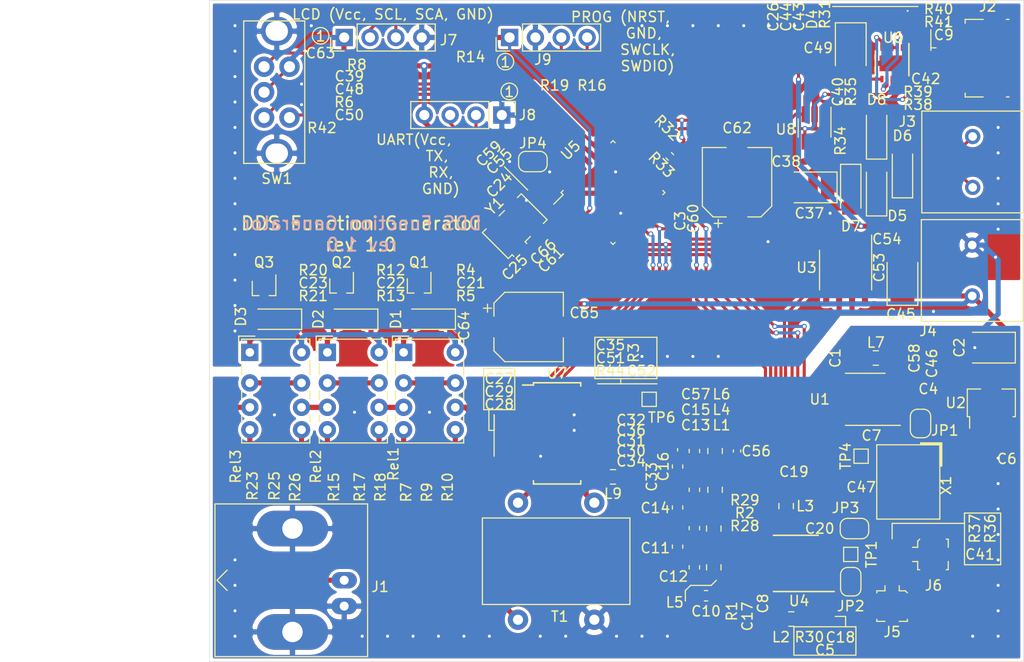
<source format=kicad_pcb>
(kicad_pcb (version 20171130) (host pcbnew "(5.1.10)-1")
  (layers (0 F.Cu signal) (31 B.Cu signal hide) (34 B.Paste user hide) (35 F.Paste user) (36 B.SilkS user) (37 F.SilkS user hide) (38 B.Mask user hide) (39 F.Mask user hide) (44 Edge.Cuts user))
  (net 0 "")
  (net 1 RF_DDS)
  (net 2 "Net-(D1-Pad2)")
  (net 3 "Net-(D2-Pad2)")
  (net 4 "Net-(J1-Pad1)")
  (net 5 "Net-(D3-Pad2)")
  (net 6 GND)
  (net 7 PSEL1)
  (net 8 "Net-(C13-Pad2)")
  (net 9 PSEL0)
  (net 10 "Net-(C18-Pad1)")
  (net 11 "Net-(C4-Pad2)")
  (net 12 "Net-(C7-Pad2)")
  (net 13 "Net-(C10-Pad2)")
  (net 14 "Net-(C17-Pad2)")
  (net 15 "Net-(C11-Pad2)")
  (net 16 5V_DIGITAL)
  (net 17 "Net-(C20-Pad1)")
  (net 18 "Net-(C21-Pad1)")
  (net 19 "Net-(C22-Pad1)")
  (net 20 "Net-(C23-Pad1)")
  (net 21 "Net-(R10-Pad1)")
  (net 22 "Net-(C24-Pad2)")
  (net 23 "Net-(C25-Pad2)")
  (net 24 FSELECT)
  (net 25 "Net-(Rel1-Pad2)")
  (net 26 "Net-(Rel2-Pad2)")
  (net 27 "Net-(Rel3-Pad2)")
  (net 28 "Net-(D4-Pad1)")
  (net 29 "Net-(C27-Pad1)")
  (net 30 "Net-(C36-Pad1)")
  (net 31 RF_FROM_AMPLIFIER)
  (net 32 "Net-(T1-Pad2)")
  (net 33 "Net-(T1-Pad1)")
  (net 34 "Net-(C40-Pad1)")
  (net 35 "Net-(D5-Pad2)")
  (net 36 5V_ANALOG)
  (net 37 "Net-(JP1-Pad1)")
  (net 38 /DDSSynthesizer/MCLK)
  (net 39 "Net-(C47-Pad2)")
  (net 40 "Net-(C41-Pad1)")
  (net 41 "Net-(J6-Pad1)")
  (net 42 "Net-(JP2-Pad2)")
  (net 43 REL_1)
  (net 44 REL_2)
  (net 45 REL_3)
  (net 46 FSYNC)
  (net 47 "Net-(Rel1-Pad3)")
  (net 48 "Net-(Rel2-Pad3)")
  (net 49 SDA)
  (net 50 SCL)
  (net 51 "Net-(C43-Pad2)")
  (net 52 "Net-(R38-Pad2)")
  (net 53 ROT_B)
  (net 54 ROT_A)
  (net 55 ROT_S)
  (net 56 "Net-(C51-Pad2)")
  (net 57 9V)
  (net 58 "Net-(C17-Pad1)")
  (net 59 "Net-(C15-Pad2)")
  (net 60 "Net-(C52-Pad1)")
  (net 61 "Net-(R44-Pad1)")
  (net 62 "Net-(R7-Pad1)")
  (net 63 "Net-(R15-Pad1)")
  (net 64 "Net-(R17-Pad1)")
  (net 65 "Net-(R23-Pad1)")
  (net 66 "Net-(R25-Pad1)")
  (net 67 "Net-(J2-Pad1)")
  (net 68 "Net-(C1-Pad2)")
  (net 69 "Net-(R6-Pad2)")
  (net 70 "Net-(R8-Pad2)")
  (net 71 "Net-(R42-Pad2)")
  (net 72 "Net-(D6-Pad2)")
  (net 73 SPI1_MOSI)
  (net 74 SPI1_SCK)
  (net 75 SPI1_CS_AMPLIFIER)
  (net 76 /Microcontroller/USART_RX)
  (net 77 /Microcontroller/USART_TX)
  (net 78 /Microcontroller/NRST)
  (net 79 "Net-(J9-Pad4)")
  (net 80 "Net-(J9-Pad3)")
  (net 81 "Net-(JP4-Pad2)")
  (net 82 /Microcontroller/SWCLK)
  (net 83 /Microcontroller/SWDIO)
  (net 84 /ComputerInterface/D+)
  (net 85 /ComputerInterface/D-)
  (net 86 /ComputerInterface/DU+)
  (net 87 /ComputerInterface/DU-)
  (module Package_TO_SOT_SMD:SOT-89-3 (layer F.Cu) (at 141.83 109.866 90)
    (fp_text reference U2 (at 0.3 -3.5 180) (layer F.SilkS))
    (fp_text value L78L08_SOT89)
    (pad 2 smd custom (at -1.5625 0 90) (size 1.475 0.9) (layers F.Cu F.Paste F.Mask) (net 6 GND) (options (clearance outline) (anchor rect)) (primitives (gr_poly (pts (xy 0.7375 -0.8665) (xy 3.8625 -0.8665) (xy 3.8625 0.8665) (xy 0.7375 0.8665)) (width 0))))
    (pad 3 smd rect (at -1.65 1.5 90) (size 1.3 0.9) (layers F.Cu F.Paste F.Mask) (net 57 9V))
    (pad 1 smd rect (at -1.65 -1.5 90) (size 1.3 0.9) (layers F.Cu F.Paste F.Mask) (net 36 5V_ANALOG))
  )
  (module Resistor_SMD:R_0402_1005Metric (layer F.Cu) (at 110.236 85.344 135)
    (fp_text reference R33 (at 0 -1.17 135) (layer F.SilkS))
    (fp_text value 2k2)
    (pad 2 smd roundrect (at 0.51 0 135) (size 0.54 0.64) (layers F.Cu F.Paste F.Mask) (net 49 SDA))
    (pad 1 smd roundrect (at -0.51 0 135) (size 0.54 0.64) (layers F.Cu F.Paste F.Mask) (net 16 5V_DIGITAL))
  )
  (module Capacitor_SMD:C_0402_1005Metric (layer F.Cu) (at 116.84 114.3 90)
    (fp_text reference C56 (at -0.011 1.876 180) (layer F.SilkS))
    (fp_text value 15p)
    (pad 2 smd roundrect (at 0.48 0 90) (size 0.56 0.62) (layers F.Cu F.Paste F.Mask) (net 1 RF_DDS))
    (pad 1 smd roundrect (at -0.48 0 90) (size 0.56 0.62) (layers F.Cu F.Paste F.Mask) (net 59 "Net-(C15-Pad2)"))
  )
  (module DDSFunctionGenerator:Transformer_B62152_8.3 (layer F.Cu) (at 99.314 125.38)
    (fp_text reference T1 (at 0.098 5.187 180) (layer F.SilkS))
    (fp_text value Transformer_1P_1S)
    (pad 4 thru_hole circle (at 3.5 5.5) (size 2 2) (drill 1) (layers *.Cu *.Mask) (net 6 GND))
    (pad 3 thru_hole circle (at -4 5.5) (size 2 2) (drill 1) (layers *.Cu *.Mask) (net 31 RF_FROM_AMPLIFIER))
    (pad 2 thru_hole circle (at 3.5 -6) (size 2 2) (drill 1) (layers *.Cu *.Mask) (net 32 "Net-(T1-Pad2)"))
    (pad 1 thru_hole circle (at -4 -6) (size 2 2) (drill 1) (layers *.Cu *.Mask) (net 33 "Net-(T1-Pad1)"))
  )
  (module Capacitor_SMD:CP_Elec_6.3x5.8 (layer F.Cu) (at 96.36 102.108)
    (fp_text reference C65 (at 5.465 -1.386) (layer F.SilkS))
    (fp_text value 220u)
    (pad 2 smd roundrect (at 2.7 0) (size 3.5 1.6) (layers F.Cu F.Paste F.Mask) (roundrect_rratio 0.15625) (net 6 GND))
    (pad 1 smd roundrect (at -2.7 0) (size 3.5 1.6) (layers F.Cu F.Paste F.Mask) (roundrect_rratio 0.15625) (net 57 9V))
  )
  (module Inductor_SMD:L_0805_2012Metric (layer F.Cu) (at 104.648 116.84 180)
    (fp_text reference L9 (at 0 -1.65) (layer F.SilkS))
    (fp_text value 10u)
    (pad 2 smd roundrect (at 0.9375 0 180) (size 0.975 1.4) (layers F.Cu F.Paste F.Mask) (net 29 "Net-(C27-Pad1)"))
    (pad 1 smd roundrect (at -0.9375 0 180) (size 0.975 1.4) (layers F.Cu F.Paste F.Mask) (net 36 5V_ANALOG))
  )
  (module Capacitor_Tantalum_SMD:CP_EIA-3528-21_Kemet-B (layer F.Cu) (at 128.016 74.676 270)
    (fp_text reference C49 (at 0.011 3.204 180) (layer F.SilkS))
    (fp_text value 47u/6V3)
    (pad 2 smd roundrect (at 1.5375 0 270) (size 1.325 2.35) (layers F.Cu F.Paste F.Mask) (roundrect_rratio 0.1886784905660377) (net 6 GND))
    (pad 1 smd roundrect (at -1.5375 0 270) (size 1.325 2.35) (layers F.Cu F.Paste F.Mask) (roundrect_rratio 0.1886784905660377) (net 16 5V_DIGITAL))
  )
  (module Capacitor_SMD:C_0402_1005Metric (layer F.Cu) (at 132.588 72.136 270)
    (fp_text reference C43 (at -0.508 9.652 90) (layer F.SilkS))
    (fp_text value 100n)
    (pad 2 smd roundrect (at 0.485 0 270) (size 0.59 0.64) (layers F.Cu F.Paste F.Mask) (net 51 "Net-(C43-Pad2)"))
    (pad 1 smd roundrect (at -0.485 0 270) (size 0.59 0.64) (layers F.Cu F.Paste F.Mask) (net 6 GND))
  )
  (module Resistor_SMD:R_0402_1005Metric (layer F.Cu) (at 99.568 76.685 90)
    (fp_text reference R19 (at -1.685 -0.664 180) (layer F.SilkS))
    (fp_text value 220R)
    (pad 2 smd roundrect (at 0.485 0 90) (size 0.59 0.64) (layers F.Cu F.Paste F.Mask) (net 80 "Net-(J9-Pad3)"))
    (pad 1 smd roundrect (at -0.485 0 90) (size 0.59 0.64) (layers F.Cu F.Paste F.Mask) (net 82 /Microcontroller/SWCLK))
  )
  (module Resistor_SMD:R_0402_1005Metric (layer F.Cu) (at 102.108 76.685 90)
    (fp_text reference R16 (at -1.685 0.479 180) (layer F.SilkS))
    (fp_text value 220R)
    (pad 2 smd roundrect (at 0.485 0 90) (size 0.59 0.64) (layers F.Cu F.Paste F.Mask) (net 79 "Net-(J9-Pad4)"))
    (pad 1 smd roundrect (at -0.485 0 90) (size 0.59 0.64) (layers F.Cu F.Paste F.Mask) (net 83 /Microcontroller/SWDIO))
  )
  (module Resistor_SMD:R_0402_1005Metric (layer F.Cu) (at 91.948 74.168 90)
    (fp_text reference R14 (at -1.408 -1.299 180) (layer F.SilkS))
    (fp_text value 10k)
    (pad 2 smd roundrect (at 0.485 0 90) (size 0.59 0.64) (layers F.Cu F.Paste F.Mask) (net 78 /Microcontroller/NRST))
    (pad 1 smd roundrect (at -0.485 0 90) (size 0.59 0.64) (layers F.Cu F.Paste F.Mask) (net 16 5V_DIGITAL))
  )
  (module Jumper:SolderJumper-2_P1.3mm_Bridged2Bar_RoundedPad1.0x1.5mm (layer F.Cu) (at 96.774 85.852)
    (fp_text reference JP4 (at 0 -1.8) (layer F.SilkS))
    (fp_text value Jumper_NC_Small)
    (fp_poly (pts (xy -0.25 -0.6) (xy 0.25 -0.6) (xy 0.25 -0.2) (xy -0.25 -0.2)) (layer F.Cu) (width 0))
    (fp_poly (pts (xy -0.25 0.2) (xy 0.25 0.2) (xy 0.25 0.6) (xy -0.25 0.6)) (layer F.Cu) (width 0))
    (pad 1 smd custom (at -0.65 0) (size 1 0.5) (layers F.Cu F.Mask) (net 6 GND) (options (clearance outline) (anchor rect)) (primitives (gr_circle (center 0 0.25) (end 0.5 0.25) (width 0)) (gr_circle (center 0 -0.25) (end 0.5 -0.25) (width 0)) (gr_poly (pts (xy 0.5 0.75) (xy 0.5 -0.75) (xy 0 -0.75) (xy 0 0.75)) (width 0))))
    (pad 2 smd custom (at 0.65 0) (size 1 0.5) (layers F.Cu F.Mask) (net 81 "Net-(JP4-Pad2)") (options (clearance outline) (anchor rect)) (primitives (gr_circle (center 0 0.25) (end 0.5 0.25) (width 0)) (gr_circle (center 0 -0.25) (end 0.5 -0.25) (width 0)) (gr_poly (pts (xy -0.5 0.75) (xy -0.5 -0.75) (xy 0 -0.75) (xy 0 0.75)) (width 0))))
  )
  (module Connector_PinHeader_2.54mm:PinHeader_1x04_P2.54mm_Vertical (layer F.Cu) (at 94.488 73.66 90)
    (fp_text reference J9 (at -2.17 3.273 180) (layer F.SilkS))
    (fp_text value Conn_01x04_Female)
    (pad 4 thru_hole oval (at 0 7.62 90) (size 1.7 1.7) (drill 1) (layers *.Cu *.Mask) (net 79 "Net-(J9-Pad4)"))
    (pad 3 thru_hole oval (at 0 5.08 90) (size 1.7 1.7) (drill 1) (layers *.Cu *.Mask) (net 80 "Net-(J9-Pad3)"))
    (pad 2 thru_hole oval (at 0 2.54 90) (size 1.7 1.7) (drill 1) (layers *.Cu *.Mask) (net 6 GND))
    (pad 1 thru_hole rect (at 0 0 90) (size 1.7 1.7) (drill 1) (layers *.Cu *.Mask) (net 78 /Microcontroller/NRST))
  )
  (module Capacitor_SMD:C_0402_1005Metric (layer F.Cu) (at 99.314 92.964 225)
    (fp_text reference C66 (at 2.334867 -0.179605 45) (layer F.SilkS))
    (fp_text value 100n)
    (pad 2 smd roundrect (at 0.485 0 225) (size 0.59 0.64) (layers F.Cu F.Paste F.Mask) (net 6 GND))
    (pad 1 smd roundrect (at -0.485 0 225) (size 0.59 0.64) (layers F.Cu F.Paste F.Mask) (net 78 /Microcontroller/NRST))
  )
  (module Capacitor_SMD:C_0402_1005Metric (layer F.Cu) (at 90.932 102.131 90)
    (fp_text reference C64 (at 0.139 -0.918 90) (layer F.SilkS))
    (fp_text value 100n)
    (pad 2 smd roundrect (at 0.485 0 90) (size 0.59 0.64) (layers F.Cu F.Paste F.Mask) (net 6 GND))
    (pad 1 smd roundrect (at -0.485 0 90) (size 0.59 0.64) (layers F.Cu F.Paste F.Mask) (net 57 9V))
  )
  (module Capacitor_SMD:C_0402_1005Metric (layer F.Cu) (at 77.724 75.946 180)
    (fp_text reference C63 (at 1.807 0.751 180) (layer F.SilkS))
    (fp_text value 100n)
    (pad 2 smd roundrect (at 0.485 0 180) (size 0.59 0.64) (layers F.Cu F.Paste F.Mask) (net 6 GND))
    (pad 1 smd roundrect (at -0.485 0 180) (size 0.59 0.64) (layers F.Cu F.Paste F.Mask) (net 16 5V_DIGITAL))
  )
  (module Connector_PinHeader_2.54mm:PinHeader_1x04_P2.54mm_Vertical (layer F.Cu) (at 93.726 81.28 270)
    (fp_text reference J8 (at 0 -2.511 180) (layer F.SilkS))
    (fp_text value Conn_01x04_Female)
    (pad 4 thru_hole oval (at 0 7.62 270) (size 1.7 1.7) (drill 1) (layers *.Cu *.Mask) (net 16 5V_DIGITAL))
    (pad 3 thru_hole oval (at 0 5.08 270) (size 1.7 1.7) (drill 1) (layers *.Cu *.Mask) (net 76 /Microcontroller/USART_RX))
    (pad 2 thru_hole oval (at 0 2.54 270) (size 1.7 1.7) (drill 1) (layers *.Cu *.Mask) (net 77 /Microcontroller/USART_TX))
    (pad 1 thru_hole rect (at 0 0 270) (size 1.7 1.7) (drill 1) (layers *.Cu *.Mask) (net 6 GND))
  )
  (module Package_SO:SOIC-8_3.9x4.9mm_P1.27mm (layer F.Cu) (at 127.508 96.52 270)
    (fp_text reference U3 (at -0.243 3.839 180) (layer F.SilkS))
    (fp_text value L78L33_SO8)
    (pad 1 smd roundrect (at -2.475 -1.905 270) (size 1.95 0.6) (layers F.Cu F.Paste F.Mask) (net 16 5V_DIGITAL))
    (pad 2 smd roundrect (at -2.475 -0.635 270) (size 1.95 0.6) (layers F.Cu F.Paste F.Mask) (net 6 GND))
    (pad 3 smd roundrect (at -2.475 0.635 270) (size 1.95 0.6) (layers F.Cu F.Paste F.Mask) (net 6 GND))
    (pad 4 smd roundrect (at -2.475 1.905 270) (size 1.95 0.6) (layers F.Cu F.Paste F.Mask))
    (pad 5 smd roundrect (at 2.475 1.905 270) (size 1.95 0.6) (layers F.Cu F.Paste F.Mask))
    (pad 6 smd roundrect (at 2.475 0.635 270) (size 1.95 0.6) (layers F.Cu F.Paste F.Mask) (net 6 GND))
    (pad 7 smd roundrect (at 2.475 -0.635 270) (size 1.95 0.6) (layers F.Cu F.Paste F.Mask) (net 6 GND))
    (pad 8 smd roundrect (at 2.475 -1.905 270) (size 1.95 0.6) (layers F.Cu F.Paste F.Mask) (net 57 9V))
  )
  (module DDSFunctionGenerator:DG128-5.0-02P-14-00A (layer F.Cu) (at 140 88.392 180)
    (fp_text reference J3 (at 6.425 6.466 180) (layer F.SilkS))
    (fp_text value DG128-5.0-02P-14-00A)
    (pad 2 thru_hole circle (at 0 5 180) (size 1.5 1.5) (drill 0.85) (layers *.Cu *.Mask) (net 72 "Net-(D6-Pad2)"))
    (pad 1 thru_hole circle (at 0 0 180) (size 1.5 1.5) (drill 0.85) (layers *.Cu *.Mask) (net 35 "Net-(D5-Pad2)"))
  )
  (module Oscillator:Oscillator_SMD_EuroQuartz_XO53-4Pin_5.0x3.2mm (layer F.Cu) (at 94.996 92.202 45)
    (fp_text reference Y1 (at 0 -2.8 45) (layer F.SilkS))
    (fp_text value 20MHz)
    (pad 4 smd rect (at -1.27 -1.1 45) (size 1.4 1.2) (layers F.Cu F.Paste F.Mask) (net 6 GND))
    (pad 3 smd rect (at 1.27 -1.1 45) (size 1.4 1.2) (layers F.Cu F.Paste F.Mask) (net 22 "Net-(C24-Pad2)"))
    (pad 2 smd rect (at 1.27 1.1 45) (size 1.4 1.2) (layers F.Cu F.Paste F.Mask) (net 6 GND))
    (pad 1 smd rect (at -1.27 1.1 45) (size 1.4 1.2) (layers F.Cu F.Paste F.Mask) (net 23 "Net-(C25-Pad2)"))
  )
  (module Capacitor_SMD:CP_Elec_6.3x5.8 (layer F.Cu) (at 116.84 87.884 90)
    (fp_text reference C62 (at 5.334 0 180) (layer F.SilkS))
    (fp_text value 220u)
    (pad 2 smd roundrect (at 2.7 0 90) (size 3.5 1.6) (layers F.Cu F.Paste F.Mask) (roundrect_rratio 0.15625) (net 6 GND))
    (pad 1 smd roundrect (at -2.7 0 90) (size 3.5 1.6) (layers F.Cu F.Paste F.Mask) (roundrect_rratio 0.15625) (net 16 5V_DIGITAL))
  )
  (module Capacitor_SMD:C_0402_1005Metric (layer F.Cu) (at 100.076 93.726 225)
    (fp_text reference C61 (at 2.334867 -0.179605 45) (layer F.SilkS))
    (fp_text value 100n)
    (pad 2 smd roundrect (at 0.485 0 225) (size 0.59 0.64) (layers F.Cu F.Paste F.Mask) (net 6 GND))
    (pad 1 smd roundrect (at -0.485 0 225) (size 0.59 0.64) (layers F.Cu F.Paste F.Mask) (net 16 5V_DIGITAL))
  )
  (module Capacitor_SMD:C_0402_1005Metric (layer F.Cu) (at 112.268 88.9 270)
    (fp_text reference C60 (at 2.54 -0.254 90) (layer F.SilkS))
    (fp_text value 100n)
    (pad 2 smd roundrect (at 0.485 0 270) (size 0.59 0.64) (layers F.Cu F.Paste F.Mask) (net 6 GND))
    (pad 1 smd roundrect (at -0.485 0 270) (size 0.59 0.64) (layers F.Cu F.Paste F.Mask) (net 16 5V_DIGITAL))
  )
  (module Capacitor_SMD:C_0402_1005Metric (layer F.Cu) (at 97.282 88.646 225)
    (fp_text reference C59 (at 0.898026 5.926969 45) (layer F.SilkS))
    (fp_text value 100n)
    (pad 2 smd roundrect (at 0.485 0 225) (size 0.59 0.64) (layers F.Cu F.Paste F.Mask) (net 6 GND))
    (pad 1 smd roundrect (at -0.485 0 225) (size 0.59 0.64) (layers F.Cu F.Paste F.Mask) (net 16 5V_DIGITAL))
  )
  (module Capacitor_SMD:C_0402_1005Metric (layer F.Cu) (at 98.044 89.408 225)
    (fp_text reference C55 (at 0.71842 5.747364 45) (layer F.SilkS))
    (fp_text value 100n)
    (pad 2 smd roundrect (at 0.485 0 225) (size 0.59 0.64) (layers F.Cu F.Paste F.Mask) (net 6 GND))
    (pad 1 smd roundrect (at -0.485 0 225) (size 0.59 0.64) (layers F.Cu F.Paste F.Mask) (net 16 5V_DIGITAL))
  )
  (module Capacitor_SMD:C_0402_1005Metric (layer F.Cu) (at 137.16 105.687 90)
    (fp_text reference C46 (at 0 -1.17 90) (layer F.SilkS))
    (fp_text value 100n)
    (pad 2 smd roundrect (at 0.485 0 90) (size 0.59 0.64) (layers F.Cu F.Paste F.Mask) (net 6 GND))
    (pad 1 smd roundrect (at -0.485 0 90) (size 0.59 0.64) (layers F.Cu F.Paste F.Mask) (net 36 5V_ANALOG))
  )
  (module Capacitor_SMD:C_0402_1005Metric (layer F.Cu) (at 143.354 113.422 270)
    (fp_text reference C6 (at 1.651 0 180) (layer F.SilkS))
    (fp_text value 100n)
    (pad 2 smd roundrect (at 0.485 0 270) (size 0.59 0.64) (layers F.Cu F.Paste F.Mask) (net 6 GND))
    (pad 1 smd roundrect (at -0.485 0 270) (size 0.59 0.64) (layers F.Cu F.Paste F.Mask) (net 57 9V))
  )
  (module Capacitor_Tantalum_SMD:CP_EIA-3528-21_Kemet-B (layer F.Cu) (at 141.732 104.14 180)
    (fp_text reference C2 (at 3.048 0 90) (layer F.SilkS))
    (fp_text value 47u/10V)
    (pad 2 smd roundrect (at 1.5375 0 180) (size 1.325 2.35) (layers F.Cu F.Paste F.Mask) (roundrect_rratio 0.1886784905660377) (net 6 GND))
    (pad 1 smd roundrect (at -1.5375 0 180) (size 1.325 2.35) (layers F.Cu F.Paste F.Mask) (roundrect_rratio 0.1886784905660377) (net 57 9V))
  )
  (module DDSFunctionGenerator:DG128-5.0-02P-14-00A (layer F.Cu) (at 139.954 99.06 180)
    (fp_text reference J4 (at 4.347 -3.44 180) (layer F.SilkS))
    (fp_text value Conn_01x02_Female)
    (pad 2 thru_hole circle (at 0 5 180) (size 1.5 1.5) (drill 0.85) (layers *.Cu *.Mask) (net 6 GND))
    (pad 1 thru_hole circle (at 0 0 180) (size 1.5 1.5) (drill 0.85) (layers *.Cu *.Mask) (net 57 9V))
  )
  (module Capacitor_SMD:C_0402_1005Metric (layer F.Cu) (at 130.787 92.202)
    (fp_text reference C54 (at 0.785 1.27) (layer F.SilkS))
    (fp_text value 100n)
    (pad 2 smd roundrect (at 0.485 0) (size 0.59 0.64) (layers F.Cu F.Paste F.Mask) (net 6 GND))
    (pad 1 smd roundrect (at -0.485 0) (size 0.59 0.64) (layers F.Cu F.Paste F.Mask) (net 16 5V_DIGITAL))
  )
  (module Capacitor_SMD:C_0402_1005Metric (layer F.Cu) (at 130.81 98.529 90)
    (fp_text reference C53 (at 2.263 0 90) (layer F.SilkS))
    (fp_text value 100n)
    (pad 2 smd roundrect (at 0.485 0 90) (size 0.59 0.64) (layers F.Cu F.Paste F.Mask) (net 6 GND))
    (pad 1 smd roundrect (at -0.485 0 90) (size 0.59 0.64) (layers F.Cu F.Paste F.Mask) (net 57 9V))
  )
  (module Capacitor_Tantalum_SMD:CP_EIA-3528-21_Kemet-B (layer F.Cu) (at 133.096 97.5225 90)
    (fp_text reference C45 (at -3.3265 -0.156 180) (layer F.SilkS))
    (fp_text value 47u/10V)
    (pad 2 smd roundrect (at 1.5375 0 90) (size 1.325 2.35) (layers F.Cu F.Paste F.Mask) (roundrect_rratio 0.1886784905660377) (net 6 GND))
    (pad 1 smd roundrect (at -1.5375 0 90) (size 1.325 2.35) (layers F.Cu F.Paste F.Mask) (roundrect_rratio 0.1886784905660377) (net 57 9V))
  )
  (module Diode_SMD:D_MiniMELF (layer F.Cu) (at 130.556 83.058 90)
    (fp_text reference D8 (at 3.302 0 180) (layer F.SilkS))
    (fp_text value D)
    (pad 2 smd rect (at 1.75 0 90) (size 1.3 1.7) (layers F.Cu F.Paste F.Mask) (net 6 GND))
    (pad 1 smd rect (at -1.75 0 90) (size 1.3 1.7) (layers F.Cu F.Paste F.Mask) (net 72 "Net-(D6-Pad2)"))
  )
  (module Diode_SMD:D_MiniMELF (layer F.Cu) (at 128.016 88.674 270)
    (fp_text reference D7 (at 3.528 0 180) (layer F.SilkS))
    (fp_text value D)
    (pad 2 smd rect (at 1.75 0 270) (size 1.3 1.7) (layers F.Cu F.Paste F.Mask) (net 6 GND))
    (pad 1 smd rect (at -1.75 0 270) (size 1.3 1.7) (layers F.Cu F.Paste F.Mask) (net 35 "Net-(D5-Pad2)"))
  )
  (module Diode_SMD:D_MiniMELF (layer F.Cu) (at 133.096 86.868 90)
    (fp_text reference D6 (at 3.556 0 180) (layer F.SilkS))
    (fp_text value D)
    (pad 2 smd rect (at 1.75 0 90) (size 1.3 1.7) (layers F.Cu F.Paste F.Mask) (net 72 "Net-(D6-Pad2)"))
    (pad 1 smd rect (at -1.75 0 90) (size 1.3 1.7) (layers F.Cu F.Paste F.Mask) (net 16 5V_DIGITAL))
  )
  (module Diode_SMD:D_MiniMELF (layer F.Cu) (at 130.556 88.646 90)
    (fp_text reference D5 (at -2.54 2.032) (layer F.SilkS))
    (fp_text value D)
    (pad 2 smd rect (at 1.75 0 90) (size 1.3 1.7) (layers F.Cu F.Paste F.Mask) (net 35 "Net-(D5-Pad2)"))
    (pad 1 smd rect (at -1.75 0 90) (size 1.3 1.7) (layers F.Cu F.Paste F.Mask) (net 16 5V_DIGITAL))
  )
  (module Capacitor_SMD:C_0402_1005Metric (layer F.Cu) (at 131.572 72.136 90)
    (fp_text reference C44 (at 0.508 -9.906 90) (layer F.SilkS))
    (fp_text value 100n)
    (pad 2 smd roundrect (at 0.485 0 90) (size 0.59 0.64) (layers F.Cu F.Paste F.Mask) (net 6 GND))
    (pad 1 smd roundrect (at -0.485 0 90) (size 0.59 0.64) (layers F.Cu F.Paste F.Mask) (net 16 5V_DIGITAL))
  )
  (module LED_SMD:LED_0402_1005Metric (layer F.Cu) (at 133.604 72.136 270)
    (fp_text reference D4 (at -0.254 9.398 90) (layer F.SilkS))
    (fp_text value LED)
    (pad 2 smd roundrect (at 0.485 0 270) (size 0.59 0.64) (layers F.Cu F.Paste F.Mask) (net 51 "Net-(C43-Pad2)"))
    (pad 1 smd roundrect (at -0.485 0 270) (size 0.59 0.64) (layers F.Cu F.Paste F.Mask) (net 28 "Net-(D4-Pad1)"))
  )
  (module DDSFunctionGenerator:EN11-VNB1BQ15 (layer F.Cu) (at 72.858 81.534 180)
    (fp_text reference SW1 (at 1.25 -6) (layer F.SilkS))
    (fp_text value EN11-VSB1AQ15)
    (pad GND thru_hole oval (at 1.25 8.5 180) (size 3.1 2.8) (drill oval 2.2 1.9) (layers *.Cu *.Mask) (net 6 GND))
    (pad GND thru_hole oval (at 1.25 -3.5 180) (size 3.1 2.8) (drill oval 2.2 1.9) (layers *.Cu *.Mask) (net 6 GND))
    (pad D thru_hole circle (at 0 5 180) (size 2 2) (drill 1.1) (layers *.Cu *.Mask) (net 16 5V_DIGITAL))
    (pad E thru_hole circle (at 0 0 180) (size 2 2) (drill 1.1) (layers *.Cu *.Mask) (net 71 "Net-(R42-Pad2)"))
    (pad C thru_hole circle (at 2.5 2.5 180) (size 2 2) (drill 1.1) (layers *.Cu *.Mask) (net 16 5V_DIGITAL))
    (pad A thru_hole circle (at 2.5 0 180) (size 2 2) (drill 1.1) (layers *.Cu *.Mask) (net 69 "Net-(R6-Pad2)"))
    (pad B thru_hole circle (at 2.5 5 180) (size 2 2) (drill 1.1) (layers *.Cu *.Mask) (net 70 "Net-(R8-Pad2)"))
  )
  (module Package_TO_SOT_SMD:SOT-323_SC-70 (layer F.Cu) (at 70.358 98.298 270)
    (fp_text reference Q3 (at -2.54 0 180) (layer F.SilkS))
    (fp_text value Q_NPN_BEC)
    (pad 3 smd rect (at 1 0 180) (size 0.45 0.7) (layers F.Cu F.Paste F.Mask) (net 5 "Net-(D3-Pad2)"))
    (pad 2 smd rect (at -1 0.65 180) (size 0.45 0.7) (layers F.Cu F.Paste F.Mask) (net 6 GND))
    (pad 1 smd rect (at -1 -0.65 180) (size 0.45 0.7) (layers F.Cu F.Paste F.Mask) (net 20 "Net-(C23-Pad1)"))
  )
  (module Package_TO_SOT_SMD:SOT-323_SC-70 (layer F.Cu) (at 77.978 98.044 270)
    (fp_text reference Q2 (at -2.286 0 180) (layer F.SilkS))
    (fp_text value Q_NPN_BEC)
    (pad 3 smd rect (at 1 0 180) (size 0.45 0.7) (layers F.Cu F.Paste F.Mask) (net 3 "Net-(D2-Pad2)"))
    (pad 2 smd rect (at -1 0.65 180) (size 0.45 0.7) (layers F.Cu F.Paste F.Mask) (net 6 GND))
    (pad 1 smd rect (at -1 -0.65 180) (size 0.45 0.7) (layers F.Cu F.Paste F.Mask) (net 19 "Net-(C22-Pad1)"))
  )
  (module Package_TO_SOT_SMD:SOT-323_SC-70 (layer F.Cu) (at 85.598 98.044 270)
    (fp_text reference Q1 (at -2.286 0 180) (layer F.SilkS))
    (fp_text value Q_NPN_BEC)
    (pad 3 smd rect (at 1 0 180) (size 0.45 0.7) (layers F.Cu F.Paste F.Mask) (net 2 "Net-(D1-Pad2)"))
    (pad 2 smd rect (at -1 0.65 180) (size 0.45 0.7) (layers F.Cu F.Paste F.Mask) (net 6 GND))
    (pad 1 smd rect (at -1 -0.65 180) (size 0.45 0.7) (layers F.Cu F.Paste F.Mask) (net 18 "Net-(C21-Pad1)"))
  )
  (module Capacitor_SMD:C_0402_1005Metric (layer F.Cu) (at 75.652 80.264 180)
    (fp_text reference C50 (at -3.088 -1.016) (layer F.SilkS))
    (fp_text value 100n)
    (pad 2 smd roundrect (at 0.485 0 180) (size 0.59 0.64) (layers F.Cu F.Paste F.Mask) (net 6 GND))
    (pad 1 smd roundrect (at -0.485 0 180) (size 0.59 0.64) (layers F.Cu F.Paste F.Mask) (net 55 ROT_S))
  )
  (module Capacitor_SMD:C_0402_1005Metric (layer F.Cu) (at 75.629 78.232 180)
    (fp_text reference C48 (at -3.111 -0.508) (layer F.SilkS))
    (fp_text value 10n)
    (pad 2 smd roundrect (at 0.485 0 180) (size 0.59 0.64) (layers F.Cu F.Paste F.Mask) (net 6 GND))
    (pad 1 smd roundrect (at -0.485 0 180) (size 0.59 0.64) (layers F.Cu F.Paste F.Mask) (net 54 ROT_A))
  )
  (module Capacitor_SMD:C_0402_1005Metric (layer F.Cu) (at 137.414 77.193 90)
    (fp_text reference C42 (at -0.531 -2.032 180) (layer F.SilkS))
    (fp_text value 47p)
    (pad 2 smd roundrect (at 0.485 0 90) (size 0.59 0.64) (layers F.Cu F.Paste F.Mask) (net 85 /ComputerInterface/D-))
    (pad 1 smd roundrect (at -0.485 0 90) (size 0.59 0.64) (layers F.Cu F.Paste F.Mask) (net 6 GND))
  )
  (module Capacitor_SMD:C_0402_1005Metric (layer F.Cu) (at 75.652 77.216 180)
    (fp_text reference C39 (at -3.088 -0.254) (layer F.SilkS))
    (fp_text value 10n)
    (pad 2 smd roundrect (at 0.485 0 180) (size 0.59 0.64) (layers F.Cu F.Paste F.Mask) (net 6 GND))
    (pad 1 smd roundrect (at -0.485 0 180) (size 0.59 0.64) (layers F.Cu F.Paste F.Mask) (net 53 ROT_B))
  )
  (module Capacitor_SMD:C_0402_1005Metric (layer F.Cu) (at 137.414 75.207 270)
    (fp_text reference C9 (at -1.801 0.254 180) (layer F.SilkS))
    (fp_text value 47p)
    (pad 2 smd roundrect (at 0.485 0 270) (size 0.59 0.64) (layers F.Cu F.Paste F.Mask) (net 84 /ComputerInterface/D+))
    (pad 1 smd roundrect (at -0.485 0 270) (size 0.59 0.64) (layers F.Cu F.Paste F.Mask) (net 6 GND))
  )
  (module Capacitor_SMD:C_0402_1005Metric (layer F.Cu) (at 104.117 115.316)
    (fp_text reference C34 (at 2.309 0) (layer F.SilkS))
    (fp_text value 100n)
    (pad 2 smd roundrect (at 0.485 0) (size 0.59 0.64) (layers F.Cu F.Paste F.Mask) (net 6 GND))
    (pad 1 smd roundrect (at -0.485 0) (size 0.59 0.64) (layers F.Cu F.Paste F.Mask) (net 29 "Net-(C27-Pad1)"))
  )
  (module Capacitor_SMD:C_0402_1005Metric (layer F.Cu) (at 107.188 116.84 90)
    (fp_text reference C33 (at 0 1.27 90) (layer F.SilkS))
    (fp_text value 100n)
    (pad 1 smd roundrect (at -0.485 0 90) (size 0.59 0.64) (layers F.Cu F.Paste F.Mask) (net 36 5V_ANALOG))
    (pad 2 smd roundrect (at 0.485 0 90) (size 0.59 0.64) (layers F.Cu F.Paste F.Mask) (net 6 GND))
  )
  (module Capacitor_SMD:C_0402_1005Metric (layer F.Cu) (at 104.163 109.22 180)
    (fp_text reference C51 (at -0.254 4.064) (layer F.SilkS))
    (fp_text value 100n)
    (pad 2 smd roundrect (at 0.485 0 180) (size 0.59 0.64) (layers F.Cu F.Paste F.Mask) (net 56 "Net-(C51-Pad2)"))
    (pad 1 smd roundrect (at -0.485 0 180) (size 0.59 0.64) (layers F.Cu F.Paste F.Mask) (net 1 RF_DDS))
  )
  (module Capacitor_SMD:C_0402_1005Metric (layer F.Cu) (at 104.117 112.268)
    (fp_text reference C36 (at 2.309 0) (layer F.SilkS))
    (fp_text value 100n)
    (pad 2 smd roundrect (at 0.485 0) (size 0.59 0.64) (layers F.Cu F.Paste F.Mask) (net 6 GND))
    (pad 1 smd roundrect (at -0.485 0) (size 0.59 0.64) (layers F.Cu F.Paste F.Mask) (net 30 "Net-(C36-Pad1)"))
  )
  (module Capacitor_SMD:C_0402_1005Metric (layer F.Cu) (at 104.14 108.204)
    (fp_text reference C35 (at 0.254 -4.318) (layer F.SilkS))
    (fp_text value 100n)
    (pad 2 smd roundrect (at 0.485 0) (size 0.59 0.64) (layers F.Cu F.Paste F.Mask) (net 6 GND))
    (pad 1 smd roundrect (at -0.485 0) (size 0.59 0.64) (layers F.Cu F.Paste F.Mask) (net 29 "Net-(C27-Pad1)"))
  )
  (module Capacitor_SMD:C_0402_1005Metric (layer F.Cu) (at 104.117 111.252)
    (fp_text reference C32 (at 2.309 0) (layer F.SilkS))
    (fp_text value 100n)
    (pad 2 smd roundrect (at 0.485 0) (size 0.59 0.64) (layers F.Cu F.Paste F.Mask) (net 6 GND))
    (pad 1 smd roundrect (at -0.485 0) (size 0.59 0.64) (layers F.Cu F.Paste F.Mask) (net 29 "Net-(C27-Pad1)"))
  )
  (module Capacitor_SMD:C_0402_1005Metric (layer F.Cu) (at 104.117 113.284)
    (fp_text reference C31 (at 2.309 0) (layer F.SilkS))
    (fp_text value 100n)
    (pad 2 smd roundrect (at 0.485 0) (size 0.59 0.64) (layers F.Cu F.Paste F.Mask) (net 6 GND))
    (pad 1 smd roundrect (at -0.485 0) (size 0.59 0.64) (layers F.Cu F.Paste F.Mask) (net 29 "Net-(C27-Pad1)"))
  )
  (module Capacitor_SMD:C_0402_1005Metric (layer F.Cu) (at 104.117 114.3)
    (fp_text reference C30 (at 2.309 0) (layer F.SilkS))
    (fp_text value 100n)
    (pad 2 smd roundrect (at 0.485 0) (size 0.59 0.64) (layers F.Cu F.Paste F.Mask) (net 6 GND))
    (pad 1 smd roundrect (at -0.485 0) (size 0.59 0.64) (layers F.Cu F.Paste F.Mask) (net 29 "Net-(C27-Pad1)"))
  )
  (module Capacitor_SMD:C_0402_1005Metric (layer F.Cu) (at 94.003 114.3)
    (fp_text reference C29 (at -0.531 -5.842) (layer F.SilkS))
    (fp_text value 100n)
    (pad 2 smd roundrect (at 0.485 0) (size 0.59 0.64) (layers F.Cu F.Paste F.Mask) (net 29 "Net-(C27-Pad1)"))
    (pad 1 smd roundrect (at -0.485 0) (size 0.59 0.64) (layers F.Cu F.Paste F.Mask) (net 6 GND))
  )
  (module Capacitor_SMD:C_0402_1005Metric (layer F.Cu) (at 94.003 113.284 180)
    (fp_text reference C28 (at 0.531 3.556) (layer F.SilkS))
    (fp_text value 100n)
    (pad 2 smd roundrect (at 0.485 0 180) (size 0.59 0.64) (layers F.Cu F.Paste F.Mask) (net 6 GND))
    (pad 1 smd roundrect (at -0.485 0 180) (size 0.59 0.64) (layers F.Cu F.Paste F.Mask) (net 29 "Net-(C27-Pad1)"))
  )
  (module Capacitor_SMD:C_0402_1005Metric (layer F.Cu) (at 94.003 111.76 180)
    (fp_text reference C27 (at 0.531 4.572) (layer F.SilkS))
    (fp_text value 100n)
    (pad 2 smd roundrect (at 0.485 0 180) (size 0.59 0.64) (layers F.Cu F.Paste F.Mask) (net 6 GND))
    (pad 1 smd roundrect (at -0.485 0 180) (size 0.59 0.64) (layers F.Cu F.Paste F.Mask) (net 29 "Net-(C27-Pad1)"))
  )
  (module Capacitor_SMD:C_0402_1005Metric (layer F.Cu) (at 106.149 110.236)
    (fp_text reference C52 (at 1.293 -3.81) (layer F.SilkS))
    (fp_text value 100n)
    (pad 2 smd roundrect (at 0.485 0) (size 0.59 0.64) (layers F.Cu F.Paste F.Mask) (net 6 GND))
    (pad 1 smd roundrect (at -0.485 0) (size 0.59 0.64) (layers F.Cu F.Paste F.Mask) (net 60 "Net-(C52-Pad1)"))
  )
  (module Capacitor_SMD:C_0402_1005Metric (layer F.Cu) (at 127 81.28 90)
    (fp_text reference C40 (at 2.286 -0.254 90) (layer F.SilkS))
    (fp_text value 1n)
    (pad 2 smd roundrect (at 0.485 0 90) (size 0.59 0.64) (layers F.Cu F.Paste F.Mask) (net 6 GND))
    (pad 1 smd roundrect (at -0.485 0 90) (size 0.59 0.64) (layers F.Cu F.Paste F.Mask) (net 34 "Net-(C40-Pad1)"))
  )
  (module Capacitor_SMD:C_0402_1005Metric (layer F.Cu) (at 123.952 85.852)
    (fp_text reference C38 (at -2.286 0) (layer F.SilkS))
    (fp_text value 100n)
    (pad 2 smd roundrect (at 0.485 0) (size 0.59 0.64) (layers F.Cu F.Paste F.Mask) (net 16 5V_DIGITAL))
    (pad 1 smd roundrect (at -0.485 0) (size 0.59 0.64) (layers F.Cu F.Paste F.Mask) (net 6 GND))
  )
  (module Capacitor_SMD:C_0402_1005Metric (layer F.Cu) (at 130.556 72.136 90)
    (fp_text reference C26 (at 0.508 -10.16 90) (layer F.SilkS))
    (fp_text value 100n)
    (pad 2 smd roundrect (at 0.485 0 90) (size 0.59 0.64) (layers F.Cu F.Paste F.Mask) (net 6 GND))
    (pad 1 smd roundrect (at -0.485 0 90) (size 0.59 0.64) (layers F.Cu F.Paste F.Mask) (net 16 5V_DIGITAL))
  )
  (module Capacitor_SMD:C_0402_1005Metric (layer F.Cu) (at 96.52 94.488 45)
    (fp_text reference C25 (at -2.334867 0.179605 45) (layer F.SilkS))
    (fp_text value 8p2)
    (pad 2 smd roundrect (at 0.485 0 45) (size 0.59 0.64) (layers F.Cu F.Paste F.Mask) (net 23 "Net-(C25-Pad2)"))
    (pad 1 smd roundrect (at -0.485 0 45) (size 0.59 0.64) (layers F.Cu F.Paste F.Mask) (net 6 GND))
  )
  (module Capacitor_SMD:C_0402_1005Metric (layer F.Cu) (at 94.488 88.9 225)
    (fp_text reference C24 (at 0.179605 1.257236 45) (layer F.SilkS))
    (fp_text value 8p2)
    (pad 2 smd roundrect (at 0.485 0 225) (size 0.59 0.64) (layers F.Cu F.Paste F.Mask) (net 22 "Net-(C24-Pad2)"))
    (pad 1 smd roundrect (at -0.485 0 225) (size 0.59 0.64) (layers F.Cu F.Paste F.Mask) (net 6 GND))
  )
  (module Capacitor_SMD:C_0402_1005Metric (layer F.Cu) (at 111.252 88.9 270)
    (fp_text reference C3 (at 2.794 0 90) (layer F.SilkS))
    (fp_text value 100n)
    (pad 2 smd roundrect (at 0.485 0 270) (size 0.59 0.64) (layers F.Cu F.Paste F.Mask) (net 6 GND))
    (pad 1 smd roundrect (at -0.485 0 270) (size 0.59 0.64) (layers F.Cu F.Paste F.Mask) (net 16 5V_DIGITAL))
  )
  (module Capacitor_SMD:C_0402_1005Metric (layer F.Cu) (at 133.096 105.179 270)
    (fp_text reference C58 (at 0 -1.17 90) (layer F.SilkS))
    (fp_text value 100n)
    (pad 2 smd roundrect (at 0.485 0 270) (size 0.59 0.64) (layers F.Cu F.Paste F.Mask) (net 6 GND))
    (pad 1 smd roundrect (at -0.485 0 270) (size 0.59 0.64) (layers F.Cu F.Paste F.Mask) (net 36 5V_ANALOG))
  )
  (module Capacitor_SMD:C_0402_1005Metric (layer F.Cu) (at 129.54 119.403 270)
    (fp_text reference C47 (at -1.547 0.508 180) (layer F.SilkS))
    (fp_text value 15p)
    (pad 2 smd roundrect (at 0.485 0 270) (size 0.59 0.64) (layers F.Cu F.Paste F.Mask) (net 39 "Net-(C47-Pad2)"))
    (pad 1 smd roundrect (at -0.485 0 270) (size 0.59 0.64) (layers F.Cu F.Paste F.Mask) (net 6 GND))
  )
  (module Capacitor_SMD:C_0402_1005Metric (layer F.Cu) (at 132.057 125.984)
    (fp_text reference C41 (at 8.659 -1.524) (layer F.SilkS))
    (fp_text value 100n)
    (pad 2 smd roundrect (at 0.485 0) (size 0.59 0.64) (layers F.Cu F.Paste F.Mask) (net 6 GND))
    (pad 1 smd roundrect (at -0.485 0) (size 0.59 0.64) (layers F.Cu F.Paste F.Mask) (net 40 "Net-(C41-Pad1)"))
  )
  (module Capacitor_SMD:C_0402_1005Metric (layer F.Cu) (at 72.898 98.044)
    (fp_text reference C23 (at 2.286 -0.254) (layer F.SilkS))
    (fp_text value 1n)
    (pad 2 smd roundrect (at 0.485 0) (size 0.59 0.64) (layers F.Cu F.Paste F.Mask) (net 6 GND))
    (pad 1 smd roundrect (at -0.485 0) (size 0.59 0.64) (layers F.Cu F.Paste F.Mask) (net 20 "Net-(C23-Pad1)"))
  )
  (module Capacitor_SMD:C_0402_1005Metric (layer F.Cu) (at 80.518 97.79)
    (fp_text reference C22 (at 2.286 0) (layer F.SilkS))
    (fp_text value 1n)
    (pad 2 smd roundrect (at 0.485 0) (size 0.59 0.64) (layers F.Cu F.Paste F.Mask) (net 6 GND))
    (pad 1 smd roundrect (at -0.485 0) (size 0.59 0.64) (layers F.Cu F.Paste F.Mask) (net 19 "Net-(C22-Pad1)"))
  )
  (module Capacitor_SMD:C_0402_1005Metric (layer F.Cu) (at 88.138 97.79)
    (fp_text reference C21 (at 2.54 0) (layer F.SilkS))
    (fp_text value 1n)
    (pad 2 smd roundrect (at 0.485 0) (size 0.59 0.64) (layers F.Cu F.Paste F.Mask) (net 6 GND))
    (pad 1 smd roundrect (at -0.485 0) (size 0.59 0.64) (layers F.Cu F.Paste F.Mask) (net 18 "Net-(C21-Pad1)"))
  )
  (module Capacitor_SMD:C_0402_1005Metric (layer F.Cu) (at 122.405 121.92)
    (fp_text reference C20 (at 2.563 0) (layer F.SilkS))
    (fp_text value 100n)
    (pad 2 smd roundrect (at 0.485 0) (size 0.59 0.64) (layers F.Cu F.Paste F.Mask) (net 6 GND))
    (pad 1 smd roundrect (at -0.485 0) (size 0.59 0.64) (layers F.Cu F.Paste F.Mask) (net 17 "Net-(C20-Pad1)"))
  )
  (module Capacitor_SMD:C_0402_1005Metric (layer F.Cu) (at 122.428 117.348)
    (fp_text reference C19 (at 0 -1.016) (layer F.SilkS))
    (fp_text value 100n)
    (pad 2 smd roundrect (at 0.485 0) (size 0.59 0.64) (layers F.Cu F.Paste F.Mask) (net 6 GND))
    (pad 1 smd roundrect (at -0.485 0) (size 0.59 0.64) (layers F.Cu F.Paste F.Mask) (net 16 5V_DIGITAL))
  )
  (module Capacitor_SMD:C_0402_1005Metric (layer F.Cu) (at 125.984 129.54 270)
    (fp_text reference C18 (at 3.071 -1.016 180) (layer F.SilkS))
    (fp_text value 10n)
    (pad 2 smd roundrect (at 0.485 0 270) (size 0.59 0.64) (layers F.Cu F.Paste F.Mask) (net 6 GND))
    (pad 1 smd roundrect (at -0.485 0 270) (size 0.59 0.64) (layers F.Cu F.Paste F.Mask) (net 10 "Net-(C18-Pad1)"))
  )
  (module Capacitor_SMD:C_0402_1005Metric (layer F.Cu) (at 117.856 127.993 270)
    (fp_text reference C17 (at 2.563 0 90) (layer F.SilkS))
    (fp_text value 10n)
    (pad 2 smd roundrect (at 0.485 0 270) (size 0.59 0.64) (layers F.Cu F.Paste F.Mask) (net 14 "Net-(C17-Pad2)"))
    (pad 1 smd roundrect (at -0.485 0 270) (size 0.59 0.64) (layers F.Cu F.Paste F.Mask) (net 58 "Net-(C17-Pad1)"))
  )
  (module Capacitor_SMD:C_0402_1005Metric (layer F.Cu) (at 120.904 129.032 180)
    (fp_text reference C8 (at 1.524 -0.254 90) (layer F.SilkS))
    (fp_text value 100n)
    (pad 2 smd roundrect (at 0.485 0 180) (size 0.59 0.64) (layers F.Cu F.Paste F.Mask) (net 6 GND))
    (pad 1 smd roundrect (at -0.485 0 180) (size 0.59 0.64) (layers F.Cu F.Paste F.Mask) (net 58 "Net-(C17-Pad1)"))
  )
  (module Capacitor_SMD:C_0402_1005Metric (layer F.Cu) (at 132.08 112.776 180)
    (fp_text reference C7 (at 2.032 0) (layer F.SilkS))
    (fp_text value 1u)
    (pad 2 smd roundrect (at 0.485 0 180) (size 0.59 0.64) (layers F.Cu F.Paste F.Mask) (net 12 "Net-(C7-Pad2)"))
    (pad 1 smd roundrect (at -0.485 0 180) (size 0.59 0.64) (layers F.Cu F.Paste F.Mask) (net 6 GND))
  )
  (module Capacitor_SMD:C_0402_1005Metric (layer F.Cu) (at 125.476 131.064)
    (fp_text reference C5 (at 0 2.794) (layer F.SilkS))
    (fp_text value 100n)
    (pad 2 smd roundrect (at 0.485 0) (size 0.59 0.64) (layers F.Cu F.Paste F.Mask) (net 6 GND))
    (pad 1 smd roundrect (at -0.485 0) (size 0.59 0.64) (layers F.Cu F.Paste F.Mask) (net 36 5V_ANALOG))
  )
  (module Capacitor_SMD:C_0402_1005Metric (layer F.Cu) (at 134.112 108.204 90)
    (fp_text reference C4 (at 0 1.524 180) (layer F.SilkS))
    (fp_text value 470p)
    (pad 2 smd roundrect (at 0.485 0 90) (size 0.59 0.64) (layers F.Cu F.Paste F.Mask) (net 11 "Net-(C4-Pad2)"))
    (pad 1 smd roundrect (at -0.485 0 90) (size 0.59 0.64) (layers F.Cu F.Paste F.Mask) (net 6 GND))
  )
  (module Capacitor_SMD:C_0402_1005Metric (layer F.Cu) (at 128.016 105.156 270)
    (fp_text reference C1 (at 0 1.524 90) (layer F.SilkS))
    (fp_text value 1u)
    (pad 2 smd roundrect (at 0.485 0 270) (size 0.59 0.64) (layers F.Cu F.Paste F.Mask) (net 68 "Net-(C1-Pad2)"))
    (pad 1 smd roundrect (at -0.485 0 270) (size 0.59 0.64) (layers F.Cu F.Paste F.Mask) (net 6 GND))
  )
  (module Resistor_SMD:R_0402_1005Metric (layer F.Cu) (at 104.117 110.236)
    (fp_text reference R44 (at 0.277 -3.81) (layer F.SilkS))
    (fp_text value 25R5)
    (pad 2 smd roundrect (at 0.485 0) (size 0.59 0.64) (layers F.Cu F.Paste F.Mask) (net 60 "Net-(C52-Pad1)"))
    (pad 1 smd roundrect (at -0.485 0) (size 0.59 0.64) (layers F.Cu F.Paste F.Mask) (net 61 "Net-(R44-Pad1)"))
  )
  (module Resistor_SMD:R_0402_1005Metric (layer F.Cu) (at 75.652 81.28 180)
    (fp_text reference R42 (at -0.392 -1.27) (layer F.SilkS))
    (fp_text value 100R)
    (pad 2 smd roundrect (at 0.485 0 180) (size 0.59 0.64) (layers F.Cu F.Paste F.Mask) (net 71 "Net-(R42-Pad2)"))
    (pad 1 smd roundrect (at -0.485 0 180) (size 0.59 0.64) (layers F.Cu F.Paste F.Mask) (net 55 ROT_S))
  )
  (module Resistor_SMD:R_0402_1005Metric (layer F.Cu) (at 135.913 76.708)
    (fp_text reference R41 (at 0.739 -4.572) (layer F.SilkS))
    (fp_text value 27R)
    (pad 2 smd roundrect (at 0.485 0) (size 0.59 0.64) (layers F.Cu F.Paste F.Mask) (net 85 /ComputerInterface/D-))
    (pad 1 smd roundrect (at -0.485 0) (size 0.59 0.64) (layers F.Cu F.Paste F.Mask) (net 87 /ComputerInterface/DU-))
  )
  (module Resistor_SMD:R_0402_1005Metric (layer F.Cu) (at 135.913 75.692)
    (fp_text reference R40 (at 0.739 -4.826) (layer F.SilkS))
    (fp_text value 27R)
    (pad 2 smd roundrect (at 0.485 0) (size 0.59 0.64) (layers F.Cu F.Paste F.Mask) (net 84 /ComputerInterface/D+))
    (pad 1 smd roundrect (at -0.485 0) (size 0.59 0.64) (layers F.Cu F.Paste F.Mask) (net 86 /ComputerInterface/DU+))
  )
  (module Resistor_SMD:R_0402_1005Metric (layer F.Cu) (at 136.929 79.756)
    (fp_text reference R39 (at -2.309 -0.762) (layer F.SilkS))
    (fp_text value 10k)
    (pad 2 smd roundrect (at 0.485 0) (size 0.59 0.64) (layers F.Cu F.Paste F.Mask) (net 6 GND))
    (pad 1 smd roundrect (at -0.485 0) (size 0.59 0.64) (layers F.Cu F.Paste F.Mask) (net 52 "Net-(R38-Pad2)"))
  )
  (module Resistor_SMD:R_0402_1005Metric (layer F.Cu) (at 136.906 78.74 180)
    (fp_text reference R38 (at 2.286 -1.524) (layer F.SilkS))
    (fp_text value 4k7)
    (pad 2 smd roundrect (at 0.485 0 180) (size 0.59 0.64) (layers F.Cu F.Paste F.Mask) (net 52 "Net-(R38-Pad2)"))
    (pad 1 smd roundrect (at -0.485 0 180) (size 0.59 0.64) (layers F.Cu F.Paste F.Mask) (net 67 "Net-(J2-Pad1)"))
  )
  (module Resistor_SMD:R_0402_1005Metric (layer F.Cu) (at 132.588 123.952 90)
    (fp_text reference R37 (at 2.032 7.62 90) (layer F.SilkS))
    (fp_text value 49R9)
    (pad 2 smd roundrect (at 0.485 0 90) (size 0.59 0.64) (layers F.Cu F.Paste F.Mask) (net 41 "Net-(J6-Pad1)"))
    (pad 1 smd roundrect (at -0.485 0 90) (size 0.59 0.64) (layers F.Cu F.Paste F.Mask) (net 6 GND))
  )
  (module Resistor_SMD:R_0402_1005Metric (layer F.Cu) (at 131.572 123.952 270)
    (fp_text reference R36 (at -2.032 -10.16 90) (layer F.SilkS))
    (fp_text value 0R)
    (pad 2 smd roundrect (at 0.485 0 270) (size 0.59 0.64) (layers F.Cu F.Paste F.Mask) (net 38 /DDSSynthesizer/MCLK))
    (pad 1 smd roundrect (at -0.485 0 270) (size 0.59 0.64) (layers F.Cu F.Paste F.Mask) (net 41 "Net-(J6-Pad1)"))
  )
  (module Resistor_SMD:R_0402_1005Metric (layer F.Cu) (at 128 81.28 90)
    (fp_text reference R35 (at 2.286 0.016 90) (layer F.SilkS))
    (fp_text value 10k)
    (pad 2 smd roundrect (at 0.485 0 90) (size 0.59 0.64) (layers F.Cu F.Paste F.Mask) (net 6 GND))
    (pad 1 smd roundrect (at -0.485 0 90) (size 0.59 0.64) (layers F.Cu F.Paste F.Mask) (net 34 "Net-(C40-Pad1)"))
  )
  (module Resistor_SMD:R_0402_1005Metric (layer F.Cu) (at 128 83.82 90)
    (fp_text reference R34 (at 0 -1 90) (layer F.SilkS))
    (fp_text value 0R)
    (pad 2 smd roundrect (at 0.485 0 90) (size 0.59 0.64) (layers F.Cu F.Paste F.Mask) (net 34 "Net-(C40-Pad1)"))
    (pad 1 smd roundrect (at -0.485 0 90) (size 0.59 0.64) (layers F.Cu F.Paste F.Mask) (net 72 "Net-(D6-Pad2)"))
  )
  (module Resistor_SMD:R_0402_1005Metric (layer F.Cu) (at 111.76 84.605 135)
    (fp_text reference R32 (at 2.71034 0.195869 135) (layer F.SilkS))
    (fp_text value 2k2)
    (pad 2 smd roundrect (at 0.485 0 135) (size 0.59 0.64) (layers F.Cu F.Paste F.Mask) (net 50 SCL))
    (pad 1 smd roundrect (at -0.485 0 135) (size 0.59 0.64) (layers F.Cu F.Paste F.Mask) (net 16 5V_DIGITAL))
  )
  (module Resistor_SMD:R_0402_1005Metric (layer F.Cu) (at 134.62 72.136 270)
    (fp_text reference R31 (at -0.762 9.144 90) (layer F.SilkS))
    (fp_text value 120R)
    (pad 2 smd roundrect (at 0.485 0 270) (size 0.59 0.64) (layers F.Cu F.Paste F.Mask) (net 6 GND))
    (pad 1 smd roundrect (at -0.485 0 270) (size 0.59 0.64) (layers F.Cu F.Paste F.Mask) (net 28 "Net-(D4-Pad1)"))
  )
  (module Resistor_SMD:R_0402_1005Metric (layer F.Cu) (at 124.968 129.517 270)
    (fp_text reference R30 (at 3.071 1.016 180) (layer F.SilkS))
    (fp_text value 49R9)
    (pad 2 smd roundrect (at 0.485 0 270) (size 0.59 0.64) (layers F.Cu F.Paste F.Mask) (net 6 GND))
    (pad 1 smd roundrect (at -0.485 0 270) (size 0.59 0.64) (layers F.Cu F.Paste F.Mask) (net 10 "Net-(C18-Pad1)"))
  )
  (module Resistor_SMD:R_0402_1005Metric (layer F.Cu) (at 117.371 122.936)
    (fp_text reference R29 (at 0.231 -3.81) (layer F.SilkS))
    (fp_text value 10k)
    (pad 2 smd roundrect (at 0.485 0) (size 0.59 0.64) (layers F.Cu F.Paste F.Mask) (net 24 FSELECT))
    (pad 1 smd roundrect (at -0.485 0) (size 0.59 0.64) (layers F.Cu F.Paste F.Mask) (net 6 GND))
  )
  (module Resistor_SMD:R_0402_1005Metric (layer F.Cu) (at 117.371 124.968)
    (fp_text reference R28 (at 0.231 -3.302) (layer F.SilkS))
    (fp_text value 10k)
    (pad 2 smd roundrect (at 0.485 0) (size 0.59 0.64) (layers F.Cu F.Paste F.Mask) (net 9 PSEL0))
    (pad 1 smd roundrect (at -0.485 0) (size 0.59 0.64) (layers F.Cu F.Paste F.Mask) (net 6 GND))
  )
  (module Resistor_SMD:R_0402_1005Metric (layer F.Cu) (at 73.406 115.039 270)
    (fp_text reference R26 (at 2.817 0 90) (layer F.SilkS))
    (fp_text value 53R6)
    (pad 2 smd roundrect (at 0.485 0 270) (size 0.59 0.64) (layers F.Cu F.Paste F.Mask) (net 6 GND))
    (pad 1 smd roundrect (at -0.485 0 270) (size 0.59 0.64) (layers F.Cu F.Paste F.Mask) (net 66 "Net-(R25-Pad1)"))
  )
  (module Resistor_SMD:R_0402_1005Metric (layer F.Cu) (at 71.397 114.554 180)
    (fp_text reference R25 (at 0.023 -3.175 90) (layer F.SilkS))
    (fp_text value 1k)
    (pad 2 smd roundrect (at 0.485 0 180) (size 0.59 0.64) (layers F.Cu F.Paste F.Mask) (net 65 "Net-(R23-Pad1)"))
    (pad 1 smd roundrect (at -0.485 0 180) (size 0.59 0.64) (layers F.Cu F.Paste F.Mask) (net 66 "Net-(R25-Pad1)"))
  )
  (module Resistor_SMD:R_0402_1005Metric (layer F.Cu) (at 69.342 115.039 270)
    (fp_text reference R23 (at 2.69 0.127 90) (layer F.SilkS))
    (fp_text value 53R6)
    (pad 2 smd roundrect (at 0.485 0 270) (size 0.59 0.64) (layers F.Cu F.Paste F.Mask) (net 6 GND))
    (pad 1 smd roundrect (at -0.485 0 270) (size 0.59 0.64) (layers F.Cu F.Paste F.Mask) (net 65 "Net-(R23-Pad1)"))
  )
  (module Resistor_SMD:R_0402_1005Metric (layer F.Cu) (at 72.898 99.06)
    (fp_text reference R21 (at 2.286 0) (layer F.SilkS))
    (fp_text value 10k)
    (pad 2 smd roundrect (at 0.485 0) (size 0.59 0.64) (layers F.Cu F.Paste F.Mask) (net 6 GND))
    (pad 1 smd roundrect (at -0.485 0) (size 0.59 0.64) (layers F.Cu F.Paste F.Mask) (net 20 "Net-(C23-Pad1)"))
  )
  (module Resistor_SMD:R_0402_1005Metric (layer F.Cu) (at 72.898 97.028)
    (fp_text reference R20 (at 2.286 -0.508) (layer F.SilkS))
    (fp_text value 2k2)
    (pad 2 smd roundrect (at 0.485 0) (size 0.59 0.64) (layers F.Cu F.Paste F.Mask) (net 45 REL_3))
    (pad 1 smd roundrect (at -0.485 0) (size 0.59 0.64) (layers F.Cu F.Paste F.Mask) (net 20 "Net-(C23-Pad1)"))
  )
  (module Resistor_SMD:R_0402_1005Metric (layer F.Cu) (at 75.675 76.2 180)
    (fp_text reference R8 (at -3.798 -0.138) (layer F.SilkS))
    (fp_text value 100R)
    (pad 2 smd roundrect (at 0.485 0 180) (size 0.59 0.64) (layers F.Cu F.Paste F.Mask) (net 70 "Net-(R8-Pad2)"))
    (pad 1 smd roundrect (at -0.485 0 180) (size 0.59 0.64) (layers F.Cu F.Paste F.Mask) (net 53 ROT_B))
  )
  (module Resistor_SMD:R_0402_1005Metric (layer F.Cu) (at 75.652 79.248 180)
    (fp_text reference R6 (at -2.58 -0.762) (layer F.SilkS))
    (fp_text value 100R)
    (pad 2 smd roundrect (at 0.485 0 180) (size 0.59 0.64) (layers F.Cu F.Paste F.Mask) (net 69 "Net-(R6-Pad2)"))
    (pad 1 smd roundrect (at -0.485 0 180) (size 0.59 0.64) (layers F.Cu F.Paste F.Mask) (net 54 ROT_A))
  )
  (module Resistor_SMD:R_0402_1005Metric (layer F.Cu) (at 105.664 108.689 90)
    (fp_text reference R3 (at 4.041 1.016 90) (layer F.SilkS))
    (fp_text value 53R6)
    (pad 2 smd roundrect (at 0.485 0 90) (size 0.59 0.64) (layers F.Cu F.Paste F.Mask) (net 6 GND))
    (pad 1 smd roundrect (at -0.485 0 90) (size 0.59 0.64) (layers F.Cu F.Paste F.Mask) (net 1 RF_DDS))
  )
  (module Resistor_SMD:R_0402_1005Metric (layer F.Cu) (at 117.348 123.952)
    (fp_text reference R2 (at 0.254 -3.556) (layer F.SilkS))
    (fp_text value 10k)
    (pad 2 smd roundrect (at 0.485 0) (size 0.59 0.64) (layers F.Cu F.Paste F.Mask) (net 7 PSEL1))
    (pad 1 smd roundrect (at -0.485 0) (size 0.59 0.64) (layers F.Cu F.Paste F.Mask) (net 6 GND))
  )
  (module Resistor_SMD:R_0402_1005Metric (layer F.Cu) (at 116.332 127.993 270)
    (fp_text reference R1 (at 2.055 0 90) (layer F.SilkS))
    (fp_text value 49R9)
    (pad 2 smd roundrect (at 0.485 0 270) (size 0.59 0.64) (layers F.Cu F.Paste F.Mask) (net 6 GND))
    (pad 1 smd roundrect (at -0.485 0 270) (size 0.59 0.64) (layers F.Cu F.Paste F.Mask) (net 13 "Net-(C10-Pad2)"))
  )
  (module Resistor_SMD:R_0402_1005Metric (layer F.Cu) (at 81.534 115.039 270)
    (fp_text reference R18 (at 2.817 -0.254 90) (layer F.SilkS))
    (fp_text value 53R6)
    (pad 2 smd roundrect (at 0.485 0 270) (size 0.59 0.64) (layers F.Cu F.Paste F.Mask) (net 6 GND))
    (pad 1 smd roundrect (at -0.485 0 270) (size 0.59 0.64) (layers F.Cu F.Paste F.Mask) (net 64 "Net-(R17-Pad1)"))
  )
  (module Resistor_SMD:R_0402_1005Metric (layer F.Cu) (at 79.479 114.554 180)
    (fp_text reference R17 (at -0.277 -3.302 90) (layer F.SilkS))
    (fp_text value 1k)
    (pad 2 smd roundrect (at 0.485 0 180) (size 0.59 0.64) (layers F.Cu F.Paste F.Mask) (net 63 "Net-(R15-Pad1)"))
    (pad 1 smd roundrect (at -0.485 0 180) (size 0.59 0.64) (layers F.Cu F.Paste F.Mask) (net 64 "Net-(R17-Pad1)"))
  )
  (module Resistor_SMD:R_0402_1005Metric (layer F.Cu) (at 76.962 115.039 270)
    (fp_text reference R15 (at 2.817 -0.254 90) (layer F.SilkS))
    (fp_text value 53R6)
    (pad 2 smd roundrect (at 0.485 0 270) (size 0.59 0.64) (layers F.Cu F.Paste F.Mask) (net 6 GND))
    (pad 1 smd roundrect (at -0.485 0 270) (size 0.59 0.64) (layers F.Cu F.Paste F.Mask) (net 63 "Net-(R15-Pad1)"))
  )
  (module Resistor_SMD:R_0402_1005Metric (layer F.Cu) (at 80.518 98.806)
    (fp_text reference R13 (at 2.286 0.254) (layer F.SilkS))
    (fp_text value 10k)
    (pad 2 smd roundrect (at 0.485 0) (size 0.59 0.64) (layers F.Cu F.Paste F.Mask) (net 6 GND))
    (pad 1 smd roundrect (at -0.485 0) (size 0.59 0.64) (layers F.Cu F.Paste F.Mask) (net 19 "Net-(C22-Pad1)"))
  )
  (module Resistor_SMD:R_0402_1005Metric (layer F.Cu) (at 80.541 96.774)
    (fp_text reference R12 (at 2.263 -0.254) (layer F.SilkS))
    (fp_text value 2k2)
    (pad 2 smd roundrect (at 0.485 0) (size 0.59 0.64) (layers F.Cu F.Paste F.Mask) (net 44 REL_2))
    (pad 1 smd roundrect (at -0.485 0) (size 0.59 0.64) (layers F.Cu F.Paste F.Mask) (net 19 "Net-(C22-Pad1)"))
  )
  (module Resistor_SMD:R_0402_1005Metric (layer F.Cu) (at 88.646 115.039 270)
    (fp_text reference R10 (at 2.817 0.254 90) (layer F.SilkS))
    (fp_text value 53R6)
    (pad 2 smd roundrect (at 0.485 0 270) (size 0.59 0.64) (layers F.Cu F.Paste F.Mask) (net 6 GND))
    (pad 1 smd roundrect (at -0.485 0 270) (size 0.59 0.64) (layers F.Cu F.Paste F.Mask) (net 21 "Net-(R10-Pad1)"))
  )
  (module Resistor_SMD:R_0402_1005Metric (layer F.Cu) (at 86.496 114.681 180)
    (fp_text reference R9 (at 0.136 -3.683 90) (layer F.SilkS))
    (fp_text value 1k)
    (pad 2 smd roundrect (at 0.485 0 180) (size 0.59 0.64) (layers F.Cu F.Paste F.Mask) (net 62 "Net-(R7-Pad1)"))
    (pad 1 smd roundrect (at -0.485 0 180) (size 0.59 0.64) (layers F.Cu F.Paste F.Mask) (net 21 "Net-(R10-Pad1)"))
  )
  (module Resistor_SMD:R_0402_1005Metric (layer F.Cu) (at 84.582 115.039 270)
    (fp_text reference R7 (at 3.325 0.254 90) (layer F.SilkS))
    (fp_text value 53R6)
    (pad 2 smd roundrect (at 0.485 0 270) (size 0.59 0.64) (layers F.Cu F.Paste F.Mask) (net 6 GND))
    (pad 1 smd roundrect (at -0.485 0 270) (size 0.59 0.64) (layers F.Cu F.Paste F.Mask) (net 62 "Net-(R7-Pad1)"))
  )
  (module Resistor_SMD:R_0402_1005Metric (layer F.Cu) (at 88.138 98.806)
    (fp_text reference R5 (at 2.032 0.254) (layer F.SilkS))
    (fp_text value 10k)
    (pad 2 smd roundrect (at 0.485 0) (size 0.59 0.64) (layers F.Cu F.Paste F.Mask) (net 6 GND))
    (pad 1 smd roundrect (at -0.485 0) (size 0.59 0.64) (layers F.Cu F.Paste F.Mask) (net 18 "Net-(C21-Pad1)"))
  )
  (module Resistor_SMD:R_0402_1005Metric (layer F.Cu) (at 88.161 96.774)
    (fp_text reference R4 (at 2.009 -0.254) (layer F.SilkS))
    (fp_text value 2k2)
    (pad 2 smd roundrect (at 0.485 0) (size 0.59 0.64) (layers F.Cu F.Paste F.Mask) (net 43 REL_1))
    (pad 1 smd roundrect (at -0.485 0) (size 0.59 0.64) (layers F.Cu F.Paste F.Mask) (net 18 "Net-(C21-Pad1)"))
  )
  (module TestPoint:TestPoint_Pad_1.0x1.0mm (layer F.Cu) (at 108.204 109.22 180)
    (fp_text reference TP6 (at -1.241 -1.789 180) (layer F.SilkS))
    (fp_text value TestPoint)
    (pad 1 smd rect (at 0 0 180) (size 1 1) (layers F.Cu F.Mask) (net 1 RF_DDS))
  )
  (module TestPoint:TestPoint_Pad_1.0x1.0mm (layer F.Cu) (at 129.032 114.808 180)
    (fp_text reference TP4 (at 1.524 0 90) (layer F.SilkS))
    (fp_text value TestPoint)
    (pad 1 smd rect (at 0 0 180) (size 1 1) (layers F.Cu F.Mask) (net 12 "Net-(C7-Pad2)"))
  )
  (module TestPoint:TestPoint_Pad_1.0x1.0mm (layer F.Cu) (at 128.016 124.46 180)
    (fp_text reference TP1 (at -2.032 0 90) (layer F.SilkS))
    (fp_text value TestPoint)
    (pad 1 smd rect (at 0 0 180) (size 1 1) (layers F.Cu F.Mask) (net 38 /DDSSynthesizer/MCLK))
  )
  (module Diode_SMD:D_MiniMELF (layer F.Cu) (at 71.501 101.346 180)
    (fp_text reference D3 (at 3.429 0.254 90) (layer F.SilkS))
    (fp_text value D)
    (pad 2 smd rect (at 1.75 0 180) (size 1.3 1.7) (layers F.Cu F.Paste F.Mask) (net 5 "Net-(D3-Pad2)"))
    (pad 1 smd rect (at -1.75 0 180) (size 1.3 1.7) (layers F.Cu F.Paste F.Mask) (net 57 9V))
  )
  (module Diode_SMD:D_MiniMELF (layer F.Cu) (at 78.994 101.346 180)
    (fp_text reference D2 (at 3.302 0 90) (layer F.SilkS))
    (fp_text value D)
    (pad 2 smd rect (at 1.75 0 180) (size 1.3 1.7) (layers F.Cu F.Paste F.Mask) (net 3 "Net-(D2-Pad2)"))
    (pad 1 smd rect (at -1.75 0 180) (size 1.3 1.7) (layers F.Cu F.Paste F.Mask) (net 57 9V))
  )
  (module Diode_SMD:D_MiniMELF (layer F.Cu) (at 86.614 101.346 180)
    (fp_text reference D1 (at 3.302 0 90) (layer F.SilkS))
    (fp_text value D)
    (pad 2 smd rect (at 1.75 0 180) (size 1.3 1.7) (layers F.Cu F.Paste F.Mask) (net 2 "Net-(D1-Pad2)"))
    (pad 1 smd rect (at -1.75 0 180) (size 1.3 1.7) (layers F.Cu F.Paste F.Mask) (net 57 9V))
  )
  (module Capacitor_SMD:C_0603_1608Metric (layer F.Cu) (at 112.649 114.3 90)
    (fp_text reference C57 (at 5.588 0.127 180) (layer F.SilkS))
    (fp_text value 390p)
    (pad 2 smd roundrect (at 0.7875 0 90) (size 0.875 0.95) (layers F.Cu F.Paste F.Mask) (net 1 RF_DDS))
    (pad 1 smd roundrect (at -0.7875 0 90) (size 0.875 0.95) (layers F.Cu F.Paste F.Mask) (net 59 "Net-(C15-Pad2)"))
  )
  (module Capacitor_SMD:C_0603_1608Metric (layer F.Cu) (at 110.998 115.824 90)
    (fp_text reference C16 (at 0 -1.397 270) (layer F.SilkS))
    (fp_text value 470p)
    (pad 2 smd roundrect (at 0.7875 0 90) (size 0.875 0.95) (layers F.Cu F.Paste F.Mask) (net 59 "Net-(C15-Pad2)"))
    (pad 1 smd roundrect (at -0.7875 0 90) (size 0.875 0.95) (layers F.Cu F.Paste F.Mask) (net 6 GND))
  )
  (module Capacitor_SMD:C_0603_1608Metric (layer F.Cu) (at 112.649 118.11 90)
    (fp_text reference C15 (at 7.874 0.127 180) (layer F.SilkS))
    (fp_text value 330p)
    (pad 2 smd roundrect (at 0.7875 0 90) (size 0.875 0.95) (layers F.Cu F.Paste F.Mask) (net 59 "Net-(C15-Pad2)"))
    (pad 1 smd roundrect (at -0.7875 0 90) (size 0.875 0.95) (layers F.Cu F.Paste F.Mask) (net 8 "Net-(C13-Pad2)"))
  )
  (module Capacitor_SMD:C_0603_1608Metric (layer F.Cu) (at 110.998 119.848 90)
    (fp_text reference C14 (at -0.051 -2.188) (layer F.SilkS))
    (fp_text value 680p)
    (pad 2 smd roundrect (at 0.7875 0 90) (size 0.875 0.95) (layers F.Cu F.Paste F.Mask) (net 8 "Net-(C13-Pad2)"))
    (pad 1 smd roundrect (at -0.7875 0 90) (size 0.875 0.95) (layers F.Cu F.Paste F.Mask) (net 6 GND))
  )
  (module Capacitor_SMD:C_0603_1608Metric (layer F.Cu) (at 112.649 121.88 90)
    (fp_text reference C13 (at 10.12 0.127 180) (layer F.SilkS))
    (fp_text value 430p)
    (pad 2 smd roundrect (at 0.7875 0 90) (size 0.875 0.95) (layers F.Cu F.Paste F.Mask) (net 8 "Net-(C13-Pad2)"))
    (pad 1 smd roundrect (at -0.7875 0 90) (size 0.875 0.95) (layers F.Cu F.Paste F.Mask) (net 15 "Net-(C11-Pad2)"))
  )
  (module Capacitor_SMD:C_0603_1608Metric (layer F.Cu) (at 112.649 125.73 90)
    (fp_text reference C12 (at -0.9 -2.061) (layer F.SilkS))
    (fp_text value 91p)
    (pad 2 smd roundrect (at 0.7875 0 90) (size 0.875 0.95) (layers F.Cu F.Paste F.Mask) (net 15 "Net-(C11-Pad2)"))
    (pad 1 smd roundrect (at -0.7875 0 90) (size 0.875 0.95) (layers F.Cu F.Paste F.Mask) (net 13 "Net-(C10-Pad2)"))
  )
  (module Capacitor_SMD:C_0603_1608Metric (layer F.Cu) (at 110.998 123.698 90)
    (fp_text reference C11 (at -0.138 -2.188) (layer F.SilkS))
    (fp_text value 750p)
    (pad 2 smd roundrect (at 0.7875 0 90) (size 0.875 0.95) (layers F.Cu F.Paste F.Mask) (net 15 "Net-(C11-Pad2)"))
    (pad 1 smd roundrect (at -0.7875 0 90) (size 0.875 0.95) (layers F.Cu F.Paste F.Mask) (net 6 GND))
  )
  (module Capacitor_SMD:C_0603_1608Metric (layer F.Cu) (at 113.792 128.524)
    (fp_text reference C10 (at 0 1.524) (layer F.SilkS))
    (fp_text value 560p)
    (pad 2 smd roundrect (at 0.7875 0) (size 0.875 0.95) (layers F.Cu F.Paste F.Mask) (net 13 "Net-(C10-Pad2)"))
    (pad 1 smd roundrect (at -0.7875 0) (size 0.875 0.95) (layers F.Cu F.Paste F.Mask) (net 6 GND))
  )
  (module Inductor_SMD:L_0805_2012Metric (layer F.Cu) (at 130.4775 105.156 180)
    (fp_text reference L7 (at 0 1.524) (layer F.SilkS))
    (fp_text value 10u)
    (pad 2 smd roundrect (at 0.9375 0 180) (size 0.975 1.4) (layers F.Cu F.Paste F.Mask) (net 68 "Net-(C1-Pad2)"))
    (pad 1 smd roundrect (at -0.9375 0 180) (size 0.975 1.4) (layers F.Cu F.Paste F.Mask) (net 36 5V_ANALOG))
  )
  (module Inductor_SMD:L_0805_2012Metric (layer F.Cu) (at 121.666 119.7125 270)
    (fp_text reference L3 (at 0 -1.876 180) (layer F.SilkS))
    (fp_text value 10u)
    (pad 2 smd roundrect (at 0.9375 0 270) (size 0.975 1.4) (layers F.Cu F.Paste F.Mask) (net 17 "Net-(C20-Pad1)"))
    (pad 1 smd roundrect (at -0.9375 0 270) (size 0.975 1.4) (layers F.Cu F.Paste F.Mask) (net 16 5V_DIGITAL))
  )
  (module Inductor_SMD:L_0805_2012Metric (layer F.Cu) (at 122.174 130.81 180)
    (fp_text reference L2 (at 1.016 -1.778 180) (layer F.SilkS))
    (fp_text value 10u)
    (pad 2 smd roundrect (at 0.9375 0 180) (size 0.975 1.4) (layers F.Cu F.Paste F.Mask) (net 58 "Net-(C17-Pad1)"))
    (pad 1 smd roundrect (at -0.9375 0 180) (size 0.975 1.4) (layers F.Cu F.Paste F.Mask) (net 36 5V_ANALOG))
  )
  (module Inductor_SMD:L_0805_2012Metric (layer F.Cu) (at 114.681 114.3 90)
    (fp_text reference L6 (at 5.588 0.635 180) (layer F.SilkS))
    (fp_text value 100n)
    (pad 2 smd roundrect (at 0.9375 0 90) (size 0.975 1.4) (layers F.Cu F.Paste F.Mask) (net 1 RF_DDS))
    (pad 1 smd roundrect (at -0.9375 0 90) (size 0.975 1.4) (layers F.Cu F.Paste F.Mask) (net 59 "Net-(C15-Pad2)"))
  )
  (module Inductor_SMD:L_0805_2012Metric (layer F.Cu) (at 114.681 118.11 90)
    (fp_text reference L4 (at 7.874 0.635 180) (layer F.SilkS))
    (fp_text value 1u)
    (pad 2 smd roundrect (at 0.9375 0 90) (size 0.975 1.4) (layers F.Cu F.Paste F.Mask) (net 59 "Net-(C15-Pad2)"))
    (pad 1 smd roundrect (at -0.9375 0 90) (size 0.975 1.4) (layers F.Cu F.Paste F.Mask) (net 8 "Net-(C13-Pad2)"))
  )
  (module Inductor_SMD:L_0805_2012Metric (layer F.Cu) (at 114.554 121.92 90)
    (fp_text reference L1 (at 10.16 0.762 180) (layer F.SilkS))
    (fp_text value 1u)
    (pad 2 smd roundrect (at 0.9375 0 90) (size 0.975 1.4) (layers F.Cu F.Paste F.Mask) (net 8 "Net-(C13-Pad2)"))
    (pad 1 smd roundrect (at -0.9375 0 90) (size 0.975 1.4) (layers F.Cu F.Paste F.Mask) (net 15 "Net-(C11-Pad2)"))
  )
  (module Inductor_SMD:L_0805_2012Metric (layer F.Cu) (at 114.554 125.73 90)
    (fp_text reference L5 (at -3.44 -3.839) (layer F.SilkS))
    (fp_text value 1u8)
    (pad 2 smd roundrect (at 0.9375 0 90) (size 0.975 1.4) (layers F.Cu F.Paste F.Mask) (net 15 "Net-(C11-Pad2)"))
    (pad 1 smd roundrect (at -0.9375 0 90) (size 0.975 1.4) (layers F.Cu F.Paste F.Mask) (net 13 "Net-(C10-Pad2)"))
  )
  (module Jumper:SolderJumper-2_P1.3mm_Open_RoundedPad1.0x1.5mm (layer F.Cu) (at 128.016 127.142 270)
    (fp_text reference JP2 (at 2.398 0 180) (layer F.SilkS))
    (fp_text value SolderJumper_2_Open)
    (pad 2 smd custom (at 0.65 0 270) (size 1 0.5) (layers F.Cu F.Mask) (net 42 "Net-(JP2-Pad2)") (options (clearance outline) (anchor rect)) (primitives (gr_circle (center 0 0.25) (end 0.5 0.25) (width 0)) (gr_circle (center 0 -0.25) (end 0.5 -0.25) (width 0)) (gr_poly (pts (xy 0 -0.75) (xy -0.5 -0.75) (xy -0.5 0.75) (xy 0 0.75)) (width 0))))
    (pad 1 smd custom (at -0.65 0 270) (size 1 0.5) (layers F.Cu F.Mask) (net 40 "Net-(C41-Pad1)") (options (clearance outline) (anchor rect)) (primitives (gr_circle (center 0 0.25) (end 0.5 0.25) (width 0)) (gr_circle (center 0 -0.25) (end 0.5 -0.25) (width 0)) (gr_poly (pts (xy 0 -0.75) (xy 0.5 -0.75) (xy 0.5 0.75) (xy 0 0.75)) (width 0))))
  )
  (module Jumper:SolderJumper-2_P1.3mm_Open_RoundedPad1.0x1.5mm (layer F.Cu) (at 128.382 121.92)
    (fp_text reference JP3 (at -0.874 -2.032) (layer F.SilkS))
    (fp_text value SolderJumper_2_Open)
    (pad 2 smd custom (at 0.65 0) (size 1 0.5) (layers F.Cu F.Mask) (net 39 "Net-(C47-Pad2)") (options (clearance outline) (anchor rect)) (primitives (gr_circle (center 0 0.25) (end 0.5 0.25) (width 0)) (gr_circle (center 0 -0.25) (end 0.5 -0.25) (width 0)) (gr_poly (pts (xy 0 -0.75) (xy -0.5 -0.75) (xy -0.5 0.75) (xy 0 0.75)) (width 0))))
    (pad 1 smd custom (at -0.65 0) (size 1 0.5) (layers F.Cu F.Mask) (net 38 /DDSSynthesizer/MCLK) (options (clearance outline) (anchor rect)) (primitives (gr_circle (center 0 0.25) (end 0.5 0.25) (width 0)) (gr_circle (center 0 -0.25) (end 0.5 -0.25) (width 0)) (gr_poly (pts (xy 0 -0.75) (xy 0.5 -0.75) (xy 0.5 0.75) (xy 0 0.75)) (width 0))))
  )
  (module Jumper:SolderJumper-2_P1.3mm_Open_RoundedPad1.0x1.5mm (layer F.Cu) (at 134.874 111.593 90)
    (fp_text reference JP1 (at -0.686 2.384 180) (layer F.SilkS))
    (fp_text value SolderJumper_2_Open)
    (pad 2 smd custom (at 0.65 0 90) (size 1 0.5) (layers F.Cu F.Mask) (net 6 GND) (options (clearance outline) (anchor rect)) (primitives (gr_circle (center 0 0.25) (end 0.5 0.25) (width 0)) (gr_circle (center 0 -0.25) (end 0.5 -0.25) (width 0)) (gr_poly (pts (xy 0 -0.75) (xy -0.5 -0.75) (xy -0.5 0.75) (xy 0 0.75)) (width 0))))
    (pad 1 smd custom (at -0.65 0 90) (size 1 0.5) (layers F.Cu F.Mask) (net 37 "Net-(JP1-Pad1)") (options (clearance outline) (anchor rect)) (primitives (gr_circle (center 0 0.25) (end 0.5 0.25) (width 0)) (gr_circle (center 0 -0.25) (end 0.5 -0.25) (width 0)) (gr_poly (pts (xy 0 -0.75) (xy 0.5 -0.75) (xy 0.5 0.75) (xy 0 0.75)) (width 0))))
  )
  (module Connector_PinHeader_2.54mm:PinHeader_1x04_P2.54mm_Vertical (layer F.Cu) (at 78.232 73.66 90)
    (fp_text reference J7 (at -0.265 10.258 180) (layer F.SilkS))
    (fp_text value Conn_01x04_Male)
    (pad 4 thru_hole oval (at 0 7.62 90) (size 1.7 1.7) (drill 1) (layers *.Cu *.Mask) (net 6 GND))
    (pad 3 thru_hole oval (at 0 5.08 90) (size 1.7 1.7) (drill 1) (layers *.Cu *.Mask) (net 49 SDA))
    (pad 2 thru_hole oval (at 0 2.54 90) (size 1.7 1.7) (drill 1) (layers *.Cu *.Mask) (net 50 SCL))
    (pad 1 thru_hole rect (at 0 0 90) (size 1.7 1.7) (drill 1) (layers *.Cu *.Mask) (net 16 5V_DIGITAL))
  )
  (module DDSFunctionGenerator:LF_SPXO018035 (layer F.Cu) (at 136.572 113.888 270)
    (fp_text reference X1 (at 3.8 -0.8 90) (layer F.SilkS))
    (fp_text value XO91)
    (pad 4 smd rect (at 0.9 5 270) (size 2 1.8) (layers F.Cu F.Paste F.Mask) (net 12 "Net-(C7-Pad2)"))
    (pad 3 smd rect (at 6 5 270) (size 2 1.8) (layers F.Cu F.Paste F.Mask) (net 39 "Net-(C47-Pad2)"))
    (pad 2 smd rect (at 6 0.8 270) (size 2 1.8) (layers F.Cu F.Paste F.Mask) (net 6 GND))
    (pad 1 smd rect (at 0.9 0.8 270) (size 2 1.8) (layers F.Cu F.Paste F.Mask) (net 37 "Net-(JP1-Pad1)"))
  )
  (module Connector_Coaxial:BNC_Amphenol_B6252HB-NPP3G-50_Horizontal (layer F.Cu) (at 78.232 127 90)
    (fp_text reference J1 (at -0.646 3.527 180) (layer F.SilkS))
    (fp_text value Conn_Coaxial)
    (pad 2 thru_hole oval (at -2.54 0 90) (size 1.6 2.5) (drill 0.89) (layers *.Cu *.Mask) (net 6 GND))
    (pad 1 thru_hole oval (at 0 0 90) (size 1.6 2.5) (drill 0.89) (layers *.Cu *.Mask) (net 4 "Net-(J1-Pad1)"))
    (pad 2 thru_hole oval (at 5.08 -5.08 90) (size 3.5 7) (drill 2.01) (layers *.Cu *.Mask) (net 6 GND))
    (pad 2 thru_hole oval (at -5.08 -5.08 90) (size 3.5 7) (drill 2.01) (layers *.Cu *.Mask) (net 6 GND))
  )
  (module Package_TO_SOT_SMD:SOT-23-6_Handsoldering (layer F.Cu) (at 124.46 82.55 270)
    (fp_text reference U8 (at 0.138 2.823 180) (layer F.SilkS))
    (fp_text value MCP3425A0T-ECH)
    (pad 5 smd rect (at 1.35 0 270) (size 1.56 0.65) (layers F.Cu F.Paste F.Mask) (net 16 5V_DIGITAL))
    (pad 6 smd rect (at 1.35 -0.95 270) (size 1.56 0.65) (layers F.Cu F.Paste F.Mask) (net 35 "Net-(D5-Pad2)"))
    (pad 4 smd rect (at 1.35 0.95 270) (size 1.56 0.65) (layers F.Cu F.Paste F.Mask) (net 49 SDA))
    (pad 3 smd rect (at -1.35 0.95 270) (size 1.56 0.65) (layers F.Cu F.Paste F.Mask) (net 50 SCL))
    (pad 2 smd rect (at -1.35 0 270) (size 1.56 0.65) (layers F.Cu F.Paste F.Mask) (net 6 GND))
    (pad 1 smd rect (at -1.35 -0.95 270) (size 1.56 0.65) (layers F.Cu F.Paste F.Mask) (net 34 "Net-(C40-Pad1)"))
  )
  (module Capacitor_Tantalum_SMD:CP_EIA-3528-21_Kemet-B (layer F.Cu) (at 124.206 88.392 180)
    (fp_text reference C37 (at 0.254 -2.54) (layer F.SilkS))
    (fp_text value 47u/6V3)
    (pad 2 smd roundrect (at 1.5375 0 180) (size 1.325 2.35) (layers F.Cu F.Paste F.Mask) (roundrect_rratio 0.1886784905660377) (net 6 GND))
    (pad 1 smd roundrect (at -1.5375 0 180) (size 1.325 2.35) (layers F.Cu F.Paste F.Mask) (roundrect_rratio 0.1886784905660377) (net 16 5V_DIGITAL))
  )
  (module Package_SO:TSSOP-28_4.4x9.7mm_P0.65mm (layer F.Cu) (at 99.159 112.566)
    (fp_text reference U7 (at 0 -5.9) (layer F.SilkS))
    (fp_text value AD8325)
    (pad 28 smd rect (at 2.85 -4.225) (size 1.1 0.4) (layers F.Cu F.Paste F.Mask) (net 6 GND))
    (pad 27 smd rect (at 2.85 -3.575) (size 1.1 0.4) (layers F.Cu F.Paste F.Mask) (net 29 "Net-(C27-Pad1)"))
    (pad 26 smd rect (at 2.85 -2.925) (size 1.1 0.4) (layers F.Cu F.Paste F.Mask) (net 56 "Net-(C51-Pad2)"))
    (pad 25 smd rect (at 2.85 -2.275) (size 1.1 0.4) (layers F.Cu F.Paste F.Mask) (net 61 "Net-(R44-Pad1)"))
    (pad 24 smd rect (at 2.85 -1.625) (size 1.1 0.4) (layers F.Cu F.Paste F.Mask) (net 6 GND))
    (pad 23 smd rect (at 2.85 -0.975) (size 1.1 0.4) (layers F.Cu F.Paste F.Mask) (net 29 "Net-(C27-Pad1)"))
    (pad 22 smd rect (at 2.85 -0.325) (size 1.1 0.4) (layers F.Cu F.Paste F.Mask) (net 6 GND))
    (pad 21 smd rect (at 2.85 0.325) (size 1.1 0.4) (layers F.Cu F.Paste F.Mask) (net 30 "Net-(C36-Pad1)"))
    (pad 20 smd rect (at 2.85 0.975) (size 1.1 0.4) (layers F.Cu F.Paste F.Mask) (net 29 "Net-(C27-Pad1)"))
    (pad 19 smd rect (at 2.85 1.625) (size 1.1 0.4) (layers F.Cu F.Paste F.Mask) (net 29 "Net-(C27-Pad1)"))
    (pad 18 smd rect (at 2.85 2.275) (size 1.1 0.4) (layers F.Cu F.Paste F.Mask) (net 6 GND))
    (pad 17 smd rect (at 2.85 2.925) (size 1.1 0.4) (layers F.Cu F.Paste F.Mask) (net 6 GND))
    (pad 16 smd rect (at 2.85 3.575) (size 1.1 0.4) (layers F.Cu F.Paste F.Mask) (net 6 GND))
    (pad 15 smd rect (at 2.85 4.225) (size 1.1 0.4) (layers F.Cu F.Paste F.Mask) (net 32 "Net-(T1-Pad2)"))
    (pad 14 smd rect (at -2.85 4.225) (size 1.1 0.4) (layers F.Cu F.Paste F.Mask) (net 33 "Net-(T1-Pad1)"))
    (pad 13 smd rect (at -2.85 3.575) (size 1.1 0.4) (layers F.Cu F.Paste F.Mask) (net 6 GND))
    (pad 12 smd rect (at -2.85 2.925) (size 1.1 0.4) (layers F.Cu F.Paste F.Mask) (net 6 GND))
    (pad 11 smd rect (at -2.85 2.275) (size 1.1 0.4) (layers F.Cu F.Paste F.Mask) (net 6 GND))
    (pad 10 smd rect (at -2.85 1.625) (size 1.1 0.4) (layers F.Cu F.Paste F.Mask) (net 29 "Net-(C27-Pad1)"))
    (pad 9 smd rect (at -2.85 0.975) (size 1.1 0.4) (layers F.Cu F.Paste F.Mask) (net 29 "Net-(C27-Pad1)"))
    (pad 8 smd rect (at -2.85 0.325) (size 1.1 0.4) (layers F.Cu F.Paste F.Mask) (net 6 GND))
    (pad 7 smd rect (at -2.85 -0.325) (size 1.1 0.4) (layers F.Cu F.Paste F.Mask) (net 29 "Net-(C27-Pad1)"))
    (pad 6 smd rect (at -2.85 -0.975) (size 1.1 0.4) (layers F.Cu F.Paste F.Mask) (net 29 "Net-(C27-Pad1)"))
    (pad 5 smd rect (at -2.85 -1.625) (size 1.1 0.4) (layers F.Cu F.Paste F.Mask) (net 29 "Net-(C27-Pad1)"))
    (pad 4 smd rect (at -2.85 -2.275) (size 1.1 0.4) (layers F.Cu F.Paste F.Mask) (net 6 GND))
    (pad 3 smd rect (at -2.85 -2.925) (size 1.1 0.4) (layers F.Cu F.Paste F.Mask) (net 74 SPI1_SCK))
    (pad 2 smd rect (at -2.85 -3.575) (size 1.1 0.4) (layers F.Cu F.Paste F.Mask) (net 73 SPI1_MOSI))
    (pad 1 smd rect (at -2.85 -4.225) (size 1.1 0.4) (layers F.Cu F.Paste F.Mask) (net 75 SPI1_CS_AMPLIFIER))
  )
  (module Package_DFN_QFN:DFN-10-1EP_3x3mm_P0.5mm_EP1.55x2.48mm (layer F.Cu) (at 132.08 76.2 270)
    (fp_text reference U6 (at -2.529 -0.098 180) (layer F.SilkS))
    (fp_text value FT200XD)
    (pad 1 smd rect (at -1.55 -1 270) (size 0.65 0.3) (layers F.Cu F.Paste F.Mask) (net 86 /ComputerInterface/DU+))
    (pad 2 smd rect (at -1.55 -0.5 270) (size 0.65 0.3) (layers F.Cu F.Paste F.Mask) (net 51 "Net-(C43-Pad2)"))
    (pad 3 smd rect (at -1.55 0 270) (size 0.65 0.3) (layers F.Cu F.Paste F.Mask) (net 51 "Net-(C43-Pad2)"))
    (pad 4 smd rect (at -1.55 0.5 270) (size 0.65 0.3) (layers F.Cu F.Paste F.Mask) (net 16 5V_DIGITAL))
    (pad 5 smd rect (at -1.55 1 270) (size 0.65 0.3) (layers F.Cu F.Paste F.Mask) (net 52 "Net-(R38-Pad2)"))
    (pad 6 smd rect (at 1.55 1 270) (size 0.65 0.3) (layers F.Cu F.Paste F.Mask) (net 50 SCL))
    (pad 7 smd rect (at 1.55 0.5 270) (size 0.65 0.3) (layers F.Cu F.Paste F.Mask) (net 51 "Net-(C43-Pad2)"))
    (pad 8 smd rect (at 1.55 0 270) (size 0.65 0.3) (layers F.Cu F.Paste F.Mask) (net 49 SDA))
    (pad 9 smd rect (at 1.55 -0.5 270) (size 0.65 0.3) (layers F.Cu F.Paste F.Mask) (net 6 GND))
    (pad 10 smd rect (at 1.55 -1 270) (size 0.65 0.3) (layers F.Cu F.Paste F.Mask) (net 87 /ComputerInterface/DU-))
    (pad 11 smd rect (at 0 0 270) (size 1.55 2.48) (layers F.Cu F.Mask) (net 6 GND))
  )
  (module Connector_USB:USB_Micro-B_Molex_47346-0001 (layer F.Cu) (at 140.97 75.692 90)
    (fp_text reference J2 (at 5.08 0.508) (layer F.SilkS))
    (fp_text value USB_B_Micro)
    (pad 6 smd rect (at 0.84 1.2 90) (size 1.175 1.9) (layers F.Cu F.Paste F.Mask) (net 6 GND))
    (pad 6 smd rect (at -0.84 1.2 90) (size 1.175 1.9) (layers F.Cu F.Paste F.Mask) (net 6 GND))
    (pad 6 smd rect (at 2.91 1.2 90) (size 2.375 1.9) (layers F.Cu F.Paste F.Mask) (net 6 GND))
    (pad 6 smd rect (at -2.91 1.2 90) (size 2.375 1.9) (layers F.Cu F.Paste F.Mask) (net 6 GND))
    (pad 6 smd rect (at 2.4625 -1.1 90) (size 1.475 2.1) (layers F.Cu F.Paste F.Mask) (net 6 GND))
    (pad 6 smd rect (at -2.4625 -1.1 90) (size 1.475 2.1) (layers F.Cu F.Paste F.Mask) (net 6 GND))
    (pad 5 smd rect (at 1.3 -1.46 90) (size 0.45 1.38) (layers F.Cu F.Paste F.Mask) (net 6 GND))
    (pad 4 smd rect (at 0.65 -1.46 90) (size 0.45 1.38) (layers F.Cu F.Paste F.Mask) (net 6 GND))
    (pad 3 smd rect (at 0 -1.46 90) (size 0.45 1.38) (layers F.Cu F.Paste F.Mask) (net 84 /ComputerInterface/D+))
    (pad 2 smd rect (at -0.65 -1.46 90) (size 0.45 1.38) (layers F.Cu F.Paste F.Mask) (net 85 /ComputerInterface/D-))
    (pad 1 smd rect (at -1.3 -1.46 90) (size 0.45 1.38) (layers F.Cu F.Paste F.Mask) (net 67 "Net-(J2-Pad1)"))
  )
  (module Relay_THT:Relay_DPDT_Omron_G6K-2P-Y (layer F.Cu) (at 68.961 104.608)
    (fp_text reference Rel3 (at -1.397 11.216 90) (layer F.SilkS))
    (fp_text value RSM850B-6112-85-1005)
    (pad 1 thru_hole rect (at 0 0) (size 1.7 1.7) (drill 0.85) (layers *.Cu *.Mask) (net 5 "Net-(D3-Pad2)"))
    (pad 2 thru_hole circle (at 0 3) (size 1.7 1.7) (drill 0.85) (layers *.Cu *.Mask) (net 27 "Net-(Rel3-Pad2)"))
    (pad 3 thru_hole circle (at 0 5.4) (size 1.7 1.7) (drill 0.85) (layers *.Cu *.Mask) (net 4 "Net-(J1-Pad1)"))
    (pad 4 thru_hole circle (at 0 7.6) (size 1.7 1.7) (drill 0.85) (layers *.Cu *.Mask) (net 65 "Net-(R23-Pad1)"))
    (pad 5 thru_hole circle (at 5.08 7.6) (size 1.7 1.7) (drill 0.85) (layers *.Cu *.Mask) (net 66 "Net-(R25-Pad1)"))
    (pad 6 thru_hole circle (at 5.08 5.4) (size 1.7 1.7) (drill 0.85) (layers *.Cu *.Mask) (net 48 "Net-(Rel2-Pad3)"))
    (pad 7 thru_hole circle (at 5.08 3) (size 1.7 1.7) (drill 0.85) (layers *.Cu *.Mask) (net 27 "Net-(Rel3-Pad2)"))
    (pad 8 thru_hole circle (at 5.08 0) (size 1.7 1.7) (drill 0.85) (layers *.Cu *.Mask) (net 57 9V))
  )
  (module Relay_THT:Relay_DPDT_Omron_G6K-2P-Y (layer F.Cu) (at 76.581 104.608)
    (fp_text reference Rel2 (at -1.143 11.216 90) (layer F.SilkS))
    (fp_text value RSM850B-6112-85-1005)
    (pad 1 thru_hole rect (at 0 0) (size 1.7 1.7) (drill 0.85) (layers *.Cu *.Mask) (net 3 "Net-(D2-Pad2)"))
    (pad 2 thru_hole circle (at 0 3) (size 1.7 1.7) (drill 0.85) (layers *.Cu *.Mask) (net 26 "Net-(Rel2-Pad2)"))
    (pad 3 thru_hole circle (at 0 5.4) (size 1.7 1.7) (drill 0.85) (layers *.Cu *.Mask) (net 48 "Net-(Rel2-Pad3)"))
    (pad 4 thru_hole circle (at 0 7.6) (size 1.7 1.7) (drill 0.85) (layers *.Cu *.Mask) (net 63 "Net-(R15-Pad1)"))
    (pad 5 thru_hole circle (at 5.08 7.6) (size 1.7 1.7) (drill 0.85) (layers *.Cu *.Mask) (net 64 "Net-(R17-Pad1)"))
    (pad 6 thru_hole circle (at 5.08 5.4) (size 1.7 1.7) (drill 0.85) (layers *.Cu *.Mask) (net 47 "Net-(Rel1-Pad3)"))
    (pad 7 thru_hole circle (at 5.08 3) (size 1.7 1.7) (drill 0.85) (layers *.Cu *.Mask) (net 26 "Net-(Rel2-Pad2)"))
    (pad 8 thru_hole circle (at 5.08 0) (size 1.7 1.7) (drill 0.85) (layers *.Cu *.Mask) (net 57 9V))
  )
  (module Relay_THT:Relay_DPDT_Omron_G6K-2P-Y (layer F.Cu) (at 84.074 104.608)
    (fp_text reference Rel1 (at -1.016 10.962 90) (layer F.SilkS))
    (fp_text value RSM850B-6112-85-1005)
    (pad 1 thru_hole rect (at 0 0) (size 1.7 1.7) (drill 0.85) (layers *.Cu *.Mask) (net 2 "Net-(D1-Pad2)"))
    (pad 2 thru_hole circle (at 0 3) (size 1.7 1.7) (drill 0.85) (layers *.Cu *.Mask) (net 25 "Net-(Rel1-Pad2)"))
    (pad 3 thru_hole circle (at 0 5.4) (size 1.7 1.7) (drill 0.85) (layers *.Cu *.Mask) (net 47 "Net-(Rel1-Pad3)"))
    (pad 4 thru_hole circle (at 0 7.6) (size 1.7 1.7) (drill 0.85) (layers *.Cu *.Mask) (net 62 "Net-(R7-Pad1)"))
    (pad 5 thru_hole circle (at 5.08 7.6) (size 1.7 1.7) (drill 0.85) (layers *.Cu *.Mask) (net 21 "Net-(R10-Pad1)"))
    (pad 6 thru_hole circle (at 5.08 5.4) (size 1.7 1.7) (drill 0.85) (layers *.Cu *.Mask) (net 31 RF_FROM_AMPLIFIER))
    (pad 7 thru_hole circle (at 5.08 3) (size 1.7 1.7) (drill 0.85) (layers *.Cu *.Mask) (net 25 "Net-(Rel1-Pad2)"))
    (pad 8 thru_hole circle (at 5.08 0) (size 1.7 1.7) (drill 0.85) (layers *.Cu *.Mask) (net 57 9V))
  )
  (module Package_QFP:LQFP-32_7x7mm_P0.8mm (layer F.Cu) (at 104.648 88.9 45)
    (fp_text reference U5 (at 0 -5.88 45) (layer F.SilkS))
    (fp_text value STM32F030K6Tx)
    (pad 1 smd roundrect (at -4.175 -2.8 45) (size 1.5 0.5) (layers F.Cu F.Paste F.Mask) (net 16 5V_DIGITAL))
    (pad 2 smd roundrect (at -4.175 -2 45) (size 1.5 0.5) (layers F.Cu F.Paste F.Mask) (net 22 "Net-(C24-Pad2)"))
    (pad 3 smd roundrect (at -4.175 -1.2 45) (size 1.5 0.5) (layers F.Cu F.Paste F.Mask) (net 23 "Net-(C25-Pad2)"))
    (pad 4 smd roundrect (at -4.175 -0.4 45) (size 1.5 0.5) (layers F.Cu F.Paste F.Mask) (net 78 /Microcontroller/NRST))
    (pad 5 smd roundrect (at -4.175 0.4 45) (size 1.5 0.5) (layers F.Cu F.Paste F.Mask) (net 16 5V_DIGITAL))
    (pad 6 smd roundrect (at -4.175 1.2 45) (size 1.5 0.5) (layers F.Cu F.Paste F.Mask) (net 45 REL_3))
    (pad 7 smd roundrect (at -4.175 2 45) (size 1.5 0.5) (layers F.Cu F.Paste F.Mask) (net 44 REL_2))
    (pad 8 smd roundrect (at -4.175 2.8 45) (size 1.5 0.5) (layers F.Cu F.Paste F.Mask) (net 43 REL_1))
    (pad 9 smd roundrect (at -2.8 4.175 45) (size 0.5 1.5) (layers F.Cu F.Paste F.Mask) (net 7 PSEL1))
    (pad 10 smd roundrect (at -2 4.175 45) (size 0.5 1.5) (layers F.Cu F.Paste F.Mask) (net 9 PSEL0))
    (pad 11 smd roundrect (at -1.2 4.175 45) (size 0.5 1.5) (layers F.Cu F.Paste F.Mask) (net 74 SPI1_SCK))
    (pad 12 smd roundrect (at -0.4 4.175 45) (size 0.5 1.5) (layers F.Cu F.Paste F.Mask) (net 75 SPI1_CS_AMPLIFIER))
    (pad 13 smd roundrect (at 0.4 4.175 45) (size 0.5 1.5) (layers F.Cu F.Paste F.Mask) (net 73 SPI1_MOSI))
    (pad 14 smd roundrect (at 1.2 4.175 45) (size 0.5 1.5) (layers F.Cu F.Paste F.Mask) (net 24 FSELECT))
    (pad 15 smd roundrect (at 2 4.175 45) (size 0.5 1.5) (layers F.Cu F.Paste F.Mask) (net 46 FSYNC))
    (pad 16 smd roundrect (at 2.8 4.175 45) (size 0.5 1.5) (layers F.Cu F.Paste F.Mask) (net 6 GND))
    (pad 17 smd roundrect (at 4.175 2.8 45) (size 1.5 0.5) (layers F.Cu F.Paste F.Mask) (net 16 5V_DIGITAL))
    (pad 18 smd roundrect (at 4.175 2 45) (size 1.5 0.5) (layers F.Cu F.Paste F.Mask))
    (pad 19 smd roundrect (at 4.175 1.2 45) (size 1.5 0.5) (layers F.Cu F.Paste F.Mask) (net 50 SCL))
    (pad 20 smd roundrect (at 4.175 0.4 45) (size 1.5 0.5) (layers F.Cu F.Paste F.Mask) (net 49 SDA))
    (pad 21 smd roundrect (at 4.175 -0.4 45) (size 1.5 0.5) (layers F.Cu F.Paste F.Mask))
    (pad 22 smd roundrect (at 4.175 -1.2 45) (size 1.5 0.5) (layers F.Cu F.Paste F.Mask))
    (pad 23 smd roundrect (at 4.175 -2 45) (size 1.5 0.5) (layers F.Cu F.Paste F.Mask) (net 83 /Microcontroller/SWDIO))
    (pad 24 smd roundrect (at 4.175 -2.8 45) (size 1.5 0.5) (layers F.Cu F.Paste F.Mask) (net 82 /Microcontroller/SWCLK))
    (pad 25 smd roundrect (at 2.8 -4.175 45) (size 0.5 1.5) (layers F.Cu F.Paste F.Mask))
    (pad 26 smd roundrect (at 2 -4.175 45) (size 0.5 1.5) (layers F.Cu F.Paste F.Mask) (net 53 ROT_B))
    (pad 27 smd roundrect (at 1.2 -4.175 45) (size 0.5 1.5) (layers F.Cu F.Paste F.Mask) (net 54 ROT_A))
    (pad 28 smd roundrect (at 0.4 -4.175 45) (size 0.5 1.5) (layers F.Cu F.Paste F.Mask) (net 55 ROT_S))
    (pad 29 smd roundrect (at -0.4 -4.175 45) (size 0.5 1.5) (layers F.Cu F.Paste F.Mask) (net 77 /Microcontroller/USART_TX))
    (pad 30 smd roundrect (at -1.2 -4.175 45) (size 0.5 1.5) (layers F.Cu F.Paste F.Mask) (net 76 /Microcontroller/USART_RX))
    (pad 31 smd roundrect (at -2 -4.175 45) (size 0.5 1.5) (layers F.Cu F.Paste F.Mask) (net 81 "Net-(JP4-Pad2)"))
    (pad 32 smd roundrect (at -2.8 -4.175 45) (size 0.5 1.5) (layers F.Cu F.Paste F.Mask) (net 6 GND))
  )
  (module Package_SO:SOIC-8_3.9x4.9mm_P1.27mm (layer F.Cu) (at 129.4395 109.22 180)
    (fp_text reference U1 (at 4.4715 0 180) (layer F.SilkS))
    (fp_text value TC1107-3.3VOA)
    (pad 1 smd roundrect (at -2.475 -1.905 180) (size 1.95 0.6) (layers F.Cu F.Paste F.Mask) (net 12 "Net-(C7-Pad2)"))
    (pad 2 smd roundrect (at -2.475 -0.635 180) (size 1.95 0.6) (layers F.Cu F.Paste F.Mask) (net 6 GND))
    (pad 3 smd roundrect (at -2.475 0.635 180) (size 1.95 0.6) (layers F.Cu F.Paste F.Mask))
    (pad 4 smd roundrect (at -2.475 1.905 180) (size 1.95 0.6) (layers F.Cu F.Paste F.Mask) (net 11 "Net-(C4-Pad2)"))
    (pad 5 smd roundrect (at 2.475 1.905 180) (size 1.95 0.6) (layers F.Cu F.Paste F.Mask) (net 68 "Net-(C1-Pad2)"))
    (pad 6 smd roundrect (at 2.475 0.635 180) (size 1.95 0.6) (layers F.Cu F.Paste F.Mask))
    (pad 7 smd roundrect (at 2.475 -0.635 180) (size 1.95 0.6) (layers F.Cu F.Paste F.Mask))
    (pad 8 smd roundrect (at 2.475 -1.905 180) (size 1.95 0.6) (layers F.Cu F.Paste F.Mask) (net 68 "Net-(C1-Pad2)"))
  )
  (module Package_SO:TSSOP-16_4.4x5mm_P0.65mm (layer F.Cu) (at 122.6185 125.309 180)
    (fp_text reference U4 (at -0.3175 -3.723) (layer F.SilkS))
    (fp_text value AD9832)
    (pad 16 smd rect (at 2.95 -2.275 180) (size 1.5 0.45) (layers F.Cu F.Paste F.Mask) (net 14 "Net-(C17-Pad2)"))
    (pad 15 smd rect (at 2.95 -1.625 180) (size 1.5 0.45) (layers F.Cu F.Paste F.Mask) (net 58 "Net-(C17-Pad1)"))
    (pad 14 smd rect (at 2.95 -0.975 180) (size 1.5 0.45) (layers F.Cu F.Paste F.Mask) (net 13 "Net-(C10-Pad2)"))
    (pad 13 smd rect (at 2.95 -0.325 180) (size 1.5 0.45) (layers F.Cu F.Paste F.Mask) (net 6 GND))
    (pad 12 smd rect (at 2.95 0.325 180) (size 1.5 0.45) (layers F.Cu F.Paste F.Mask) (net 9 PSEL0))
    (pad 11 smd rect (at 2.95 0.975 180) (size 1.5 0.45) (layers F.Cu F.Paste F.Mask) (net 7 PSEL1))
    (pad 10 smd rect (at 2.95 1.625 180) (size 1.5 0.45) (layers F.Cu F.Paste F.Mask) (net 24 FSELECT))
    (pad 9 smd rect (at 2.95 2.275 180) (size 1.5 0.45) (layers F.Cu F.Paste F.Mask) (net 46 FSYNC))
    (pad 8 smd rect (at -2.95 2.275 180) (size 1.5 0.45) (layers F.Cu F.Paste F.Mask) (net 73 SPI1_MOSI))
    (pad 7 smd rect (at -2.95 1.625 180) (size 1.5 0.45) (layers F.Cu F.Paste F.Mask) (net 74 SPI1_SCK))
    (pad 6 smd rect (at -2.95 0.975 180) (size 1.5 0.45) (layers F.Cu F.Paste F.Mask) (net 38 /DDSSynthesizer/MCLK))
    (pad 5 smd rect (at -2.95 0.325 180) (size 1.5 0.45) (layers F.Cu F.Paste F.Mask) (net 6 GND))
    (pad 4 smd rect (at -2.95 -0.325 180) (size 1.5 0.45) (layers F.Cu F.Paste F.Mask) (net 17 "Net-(C20-Pad1)"))
    (pad 3 smd rect (at -2.95 -0.975 180) (size 1.5 0.45) (layers F.Cu F.Paste F.Mask) (net 40 "Net-(C41-Pad1)"))
    (pad 2 smd rect (at -2.95 -1.625 180) (size 1.5 0.45) (layers F.Cu F.Paste F.Mask) (net 42 "Net-(JP2-Pad2)"))
    (pad 1 smd rect (at -2.95 -2.275 180) (size 1.5 0.45) (layers F.Cu F.Paste F.Mask) (net 10 "Net-(C18-Pad1)"))
  )
  (module Connector_Coaxial:U.FL_Molex_MCRF_73412-0110_Vertical (layer F.Cu) (at 132.08 129.54 180)
    (fp_text reference J5 (at 0 -2.54 180) (layer F.SilkS))
    (fp_text value Conn_Coaxial)
    (pad 1 smd rect (at 0 1.5 180) (size 1 1) (layers F.Cu F.Paste F.Mask) (net 40 "Net-(C41-Pad1)"))
    (pad 2 smd rect (at 0 -1.5 180) (size 1 1) (layers F.Cu F.Paste F.Mask) (net 6 GND))
    (pad 2 smd rect (at 1.475 0 180) (size 1.05 2.2) (layers F.Cu F.Paste F.Mask) (net 6 GND))
    (pad 2 smd rect (at -1.475 0 180) (size 1.05 2.2) (layers F.Cu F.Paste F.Mask) (net 6 GND))
  )
  (module Connector_Coaxial:U.FL_Molex_MCRF_73412-0110_Vertical (layer F.Cu) (at 136.095 124.46 270)
    (fp_text reference J6 (at 3.048 -0.049 180) (layer F.SilkS))
    (fp_text value Conn_Coaxial)
    (pad 2 smd rect (at -1.475 0 270) (size 1.05 2.2) (layers F.Cu F.Paste F.Mask) (net 6 GND))
    (pad 2 smd rect (at 1.475 0 270) (size 1.05 2.2) (layers F.Cu F.Paste F.Mask) (net 6 GND))
    (pad 2 smd rect (at 0 -1.5 270) (size 1 1) (layers F.Cu F.Paste F.Mask) (net 6 GND))
    (pad 1 smd rect (at 0 1.5 270) (size 1 1) (layers F.Cu F.Paste F.Mask) (net 41 "Net-(J6-Pad1)"))
  )
  (gr_text "DDS Function Generator\nrev 1.0" (at 79.981 92.975) (layer B.SilkS) (effects (font (size 1.3 1.3) (thickness 0.19)) (justify mirror)))
  (gr_text "DDS Function Generator\nrev 1.0" (at 79.854 92.975) (layer F.SilkS) (effects (font (size 1.3 1.3) (thickness 0.19))))
  (gr_text "UART(Vcc, \n      TX, \n      RX,\n      GND)" (at 85.442 86.117) (layer F.SilkS) (effects (font (size 1 1))))
  (gr_text 1 (at 94.459 79.005) (layer F.SilkS) (effects (font (size 1 1))))
  (gr_circle (center 94.459 78.953804) (end 94.967 79.588804) (layer F.SilkS) (width 0.12))
  (gr_text 1 (at 94.078 76.084) (layer F.SilkS) (effects (font (size 1 1))))
  (gr_circle (center 94.078 76.032804) (end 94.586 76.667804) (layer F.SilkS) (width 0.12))
  (gr_circle (center 75.917 73.492804) (end 76.425 74.127804) (layer F.SilkS) (width 0.12))
  (gr_text 1 (at 75.917 73.544) (layer F.SilkS) (effects (font (size 1 1))))
  (gr_text "PROG (NRST, \n      GND, \n      SWCLK,\n      SWDIO)" (at 105.762 74.052) (layer F.SilkS) (effects (font (size 1 1))))
  (gr_text "LCD (Vcc, SCL, SCA, GND)" (at 83.029 71.385) (layer F.SilkS) (effects (font (size 1 1))))
  (gr_line (start 135.89 74.676) (end 136.398 74.676) (layer F.SilkS) (width 0.12))
  (gr_line (start 135.89 72.898) (end 135.89 74.93) (layer F.SilkS) (width 0.12))
  (gr_line (start 126.238 70.612) (end 134.62 70.612) (layer F.SilkS) (width 0.12))
  (gr_line (start 93.98 86.36) (end 96.266 88.646) (layer F.SilkS) (width 0.12))
  (gr_line (start 114.3 127.508) (end 114.808 127) (layer F.SilkS) (width 0.12))
  (gr_line (start 112.268 127.508) (end 114.3 127.508) (layer F.SilkS) (width 0.12))
  (gr_line (start 111.76 128.016) (end 112.268 127.508) (layer F.SilkS) (width 0.12))
  (gr_line (start 111.76 129.032) (end 111.76 128.016) (layer F.SilkS) (width 0.12))
  (gr_line (start 110.998 114.046) (end 110.998 114.3) (layer F.SilkS) (width 0.12))
  (gr_line (start 105.41 107.696) (end 108.966 107.696) (layer F.SilkS) (width 0.12))
  (gr_line (start 105.41 107.696) (end 103.124 107.696) (layer F.SilkS) (width 0.12))
  (gr_line (start 105.41 107.188) (end 105.41 107.696) (layer F.SilkS) (width 0.12))
  (gr_line (start 102.87 107.188) (end 103.124 107.188) (layer F.SilkS) (width 0.12))
  (gr_line (start 102.87 103.124) (end 102.87 107.188) (layer F.SilkS) (width 0.12))
  (gr_line (start 108.966 103.124) (end 102.87 103.124) (layer F.SilkS) (width 0.12))
  (gr_line (start 108.966 107.188) (end 108.966 103.124) (layer F.SilkS) (width 0.12))
  (gr_line (start 103.124 107.188) (end 108.966 107.188) (layer F.SilkS) (width 0.12))
  (gr_line (start 92.964 112.268) (end 92.964 114.808) (layer F.SilkS) (width 0.12))
  (gr_line (start 92.964 110.744) (end 92.964 112.268) (layer F.SilkS) (width 0.12))
  (gr_line (start 92.964 112.268) (end 92.964 110.744) (layer F.SilkS) (width 0.12))
  (gr_line (start 92.456 112.268) (end 92.964 112.268) (layer F.SilkS) (width 0.12))
  (gr_line (start 92.456 110.236) (end 92.456 112.268) (layer F.SilkS) (width 0.12))
  (gr_line (start 91.948 106.172) (end 91.948 110.236) (layer F.SilkS) (width 0.12))
  (gr_line (start 94.996 106.172) (end 91.948 106.172) (layer F.SilkS) (width 0.12))
  (gr_line (start 94.996 110.236) (end 94.996 106.172) (layer F.SilkS) (width 0.12))
  (gr_line (start 91.948 110.236) (end 94.996 110.236) (layer F.SilkS) (width 0.12))
  (gr_line (start 139.192 120.396) (end 139.192 120.904) (layer F.SilkS) (width 0.12))
  (gr_line (start 142.748 120.396) (end 139.192 120.396) (layer F.SilkS) (width 0.12))
  (gr_line (start 142.748 125.476) (end 142.748 120.396) (layer F.SilkS) (width 0.12))
  (gr_line (start 139.192 125.476) (end 142.748 125.476) (layer F.SilkS) (width 0.12))
  (gr_line (start 139.192 124.968) (end 139.192 125.476) (layer F.SilkS) (width 0.12))
  (gr_line (start 139.192 120.904) (end 139.192 124.968) (layer F.SilkS) (width 0.12))
  (gr_line (start 127.508 130.556) (end 126.492 130.556) (layer F.SilkS) (width 0.12))
  (gr_line (start 127.508 131.572) (end 127.508 130.556) (layer F.SilkS) (width 0.12))
  (gr_line (start 122.428 134.366) (end 122.428 131.572) (layer F.SilkS) (width 0.12))
  (gr_line (start 128.524 134.366) (end 122.428 134.366) (layer F.SilkS) (width 0.12))
  (gr_line (start 128.524 131.572) (end 128.524 134.366) (layer F.SilkS) (width 0.12))
  (gr_line (start 122.428 131.572) (end 128.524 131.572) (layer F.SilkS) (width 0.12))
  (gr_line (start 132.08 121.412) (end 132.08 122.936) (layer F.SilkS) (width 0.12))
  (gr_line (start 139.192 121.412) (end 132.08 121.412) (layer F.SilkS) (width 0.12))
  (gr_line (start 65 135) (end 65 70) (layer Edge.Cuts) (width 0.05))
  (gr_line (start 145 135) (end 65 135) (layer Edge.Cuts) (width 0.05))
  (gr_line (start 145 70) (end 145 135) (layer Edge.Cuts) (width 0.05))
  (gr_line (start 65 70) (end 145 70) (layer Edge.Cuts) (width 0.05))
  (segment (start 114.531 113.5125) (end 114.681 113.3625) (width 0.508) (layer F.Cu) (net 1))
  (segment (start 112.649 113.5125) (end 114.531 113.5125) (width 0.508) (layer F.Cu) (net 1))
  (segment (start 105.618 109.22) (end 105.664 109.174) (width 0.508) (layer F.Cu) (net 1))
  (segment (start 104.625 109.22) (end 105.618 109.22) (width 0.508) (layer F.Cu) (net 1))
  (segment (start 108.158 109.174) (end 108.204 109.22) (width 0.508) (layer F.Cu) (net 1))
  (segment (start 105.664 109.174) (end 108.158 109.174) (width 0.508) (layer F.Cu) (net 1))
  (segment (start 114.681 113.3625) (end 116.69 113.3625) (width 0.508) (layer F.Cu) (net 1))
  (segment (start 111.9885 113.5125) (end 112.649 113.5125) (width 0.508) (layer F.Cu) (net 1))
  (segment (start 110.744 112.268) (end 111.9885 113.5125) (width 0.508) (layer F.Cu) (net 1))
  (segment (start 110.744 110.752) (end 110.744 112.268) (width 0.508) (layer F.Cu) (net 1))
  (segment (start 109.212 109.22) (end 110.744 110.752) (width 0.508) (layer F.Cu) (net 1))
  (segment (start 108.204 109.22) (end 109.212 109.22) (width 0.508) (layer F.Cu) (net 1))
  (segment (start 116.84 113.5125) (end 116.69 113.3625) (width 0.508) (layer F.Cu) (net 1))
  (segment (start 116.84 113.82) (end 116.84 113.5125) (width 0.508) (layer F.Cu) (net 1))
  (segment (start 85.215 99.044) (end 85.598 99.044) (width 0.508) (layer F.Cu) (net 2))
  (segment (start 84.864 99.395) (end 85.215 99.044) (width 0.508) (layer F.Cu) (net 2))
  (segment (start 84.864 101.346) (end 84.864 99.395) (width 0.508) (layer F.Cu) (net 2))
  (segment (start 84.807 101.403) (end 84.864 101.346) (width 0.508) (layer F.Cu) (net 2))
  (segment (start 84.807 102.5) (end 84.807 101.403) (width 0.508) (layer F.Cu) (net 2))
  (segment (start 84.074 103.233) (end 84.807 102.5) (width 0.508) (layer F.Cu) (net 2))
  (segment (start 84.074 104.608) (end 84.074 103.233) (width 0.508) (layer F.Cu) (net 2))
  (segment (start 77.595 99.044) (end 77.978 99.044) (width 0.508) (layer F.Cu) (net 3))
  (segment (start 77.244 99.395) (end 77.595 99.044) (width 0.508) (layer F.Cu) (net 3))
  (segment (start 77.244 101.346) (end 77.244 99.395) (width 0.508) (layer F.Cu) (net 3))
  (segment (start 77.187 101.403) (end 77.244 101.346) (width 0.508) (layer F.Cu) (net 3))
  (segment (start 77.187 102.754) (end 77.187 101.403) (width 0.508) (layer F.Cu) (net 3))
  (segment (start 76.581 103.36) (end 77.187 102.754) (width 0.508) (layer F.Cu) (net 3))
  (segment (start 76.581 104.608) (end 76.581 103.36) (width 0.508) (layer F.Cu) (net 3))
  (segment (start 68.961 110.008) (end 67.758919 110.008) (width 0.508) (layer F.Cu) (net 4))
  (segment (start 67.056 113.758919) (end 67.056 122.936) (width 0.508) (layer F.Cu) (net 4))
  (segment (start 71.12 127) (end 78.232 127) (width 0.508) (layer F.Cu) (net 4))
  (segment (start 67.056 122.936) (end 71.12 127) (width 0.508) (layer F.Cu) (net 4))
  (segment (start 67.056 110.710919) (end 67.758919 110.008) (width 0.4572) (layer F.Cu) (net 4))
  (segment (start 67.056 113.758919) (end 67.056 110.710919) (width 0.4572) (layer F.Cu) (net 4))
  (segment (start 69.821 101.276) (end 69.751 101.346) (width 0.508) (layer F.Cu) (net 5))
  (segment (start 69.821 99.579) (end 69.821 101.276) (width 0.508) (layer F.Cu) (net 5))
  (segment (start 70.102 99.298) (end 69.821 99.579) (width 0.508) (layer F.Cu) (net 5))
  (segment (start 70.358 99.298) (end 70.102 99.298) (width 0.508) (layer F.Cu) (net 5))
  (segment (start 69.694 102.754) (end 69.694 101.403) (width 0.508) (layer F.Cu) (net 5))
  (segment (start 69.694 101.403) (end 69.751 101.346) (width 0.508) (layer F.Cu) (net 5))
  (segment (start 68.961 103.487) (end 69.694 102.754) (width 0.508) (layer F.Cu) (net 5))
  (segment (start 68.961 104.608) (end 68.961 103.487) (width 0.508) (layer F.Cu) (net 5))
  (segment (start 116.886 125.388) (end 117.132 125.634) (width 0.3048) (layer F.Cu) (net 6))
  (segment (start 116.886 124.968) (end 116.886 125.388) (width 0.3048) (layer F.Cu) (net 6))
  (segment (start 122.89 121.92) (end 122.89 123.5635) (width 0.508) (layer F.Cu) (net 6))
  (segment (start 122.89 117.371) (end 122.913 117.348) (width 0.3048) (layer F.Cu) (net 6))
  (segment (start 122.89 121.92) (end 122.89 117.371) (width 0.3048) (layer F.Cu) (net 6))
  (segment (start 102.009 114.841) (end 102.009 115.491) (width 0.3048) (layer F.Cu) (net 6))
  (segment (start 102.009 115.491) (end 102.009 116.141) (width 0.3048) (layer F.Cu) (net 6))
  (segment (start 102.009 115.491) (end 96.309 115.491) (width 0.3048) (layer F.Cu) (net 6))
  (segment (start 96.309 115.491) (end 96.309 114.841) (width 0.3048) (layer F.Cu) (net 6))
  (segment (start 96.309 116.141) (end 96.309 115.491) (width 0.3048) (layer F.Cu) (net 6))
  (segment (start 124.3105 124.984) (end 122.89 123.5635) (width 0.508) (layer F.Cu) (net 6))
  (segment (start 125.5685 124.984) (end 124.3105 124.984) (width 0.508) (layer F.Cu) (net 6))
  (segment (start 139.51 75.042) (end 139.51 74.392) (width 0.3048) (layer F.Cu) (net 6))
  (segment (start 139.51 73.5895) (end 139.87 73.2295) (width 0.3048) (layer F.Cu) (net 6))
  (segment (start 139.51 74.392) (end 139.51 73.5895) (width 0.3048) (layer F.Cu) (net 6))
  (segment (start 97.503 114.841) (end 97.536 114.808) (width 0.3048) (layer F.Cu) (net 6))
  (segment (start 96.309 114.841) (end 97.503 114.841) (width 0.3048) (layer F.Cu) (net 6))
  (via (at 100.838 110.744) (size 0.5) (drill 0.3) (layers F.Cu B.Cu) (net 6))
  (via (at 100.838 112.268) (size 0.5) (drill 0.3) (layers F.Cu B.Cu) (net 6))
  (via (at 97.536 114.808) (size 0.5) (drill 0.3) (layers F.Cu B.Cu) (net 6))
  (segment (start 101.035 110.941) (end 100.838 110.744) (width 0.3048) (layer F.Cu) (net 6))
  (segment (start 102.009 110.941) (end 101.035 110.941) (width 0.3048) (layer F.Cu) (net 6))
  (segment (start 100.865 112.241) (end 100.838 112.268) (width 0.3048) (layer F.Cu) (net 6))
  (segment (start 102.009 112.241) (end 100.865 112.241) (width 0.3048) (layer F.Cu) (net 6))
  (via (at 140.208 104.14) (size 0.5) (drill 0.3) (layers F.Cu B.Cu) (net 6))
  (via (at 128.016 80.01) (size 0.5) (drill 0.3) (layers F.Cu B.Cu) (net 6))
  (via (at 127 80.01) (size 0.5) (drill 0.3) (layers F.Cu B.Cu) (net 6))
  (via (at 94.488 85.852) (size 0.5) (drill 0.3) (layers F.Cu B.Cu) (net 6))
  (via (at 125.984 90.932) (size 0.5) (drill 0.3) (layers F.Cu B.Cu) (net 6))
  (via (at 74.041 78.232) (size 0.5) (drill 0.3) (layers F.Cu B.Cu) (net 6))
  (via (at 74.041 80.264) (size 0.5) (drill 0.3) (layers F.Cu B.Cu) (net 6))
  (via (at 98.425 86.868) (size 0.5) (drill 0.3) (layers F.Cu B.Cu) (net 6))
  (via (at 96.139 89.662) (size 0.5) (drill 0.3) (layers F.Cu B.Cu) (net 6))
  (via (at 136.144 100.584) (size 0.5) (drill 0.3) (layers F.Cu B.Cu) (net 6))
  (via (at 119.888 93.726) (size 0.5) (drill 0.3) (layers F.Cu B.Cu) (net 6))
  (segment (start 132.58 76.7) (end 132.08 76.2) (width 0.3048) (layer F.Cu) (net 6))
  (segment (start 132.58 77.75) (end 132.58 76.7) (width 0.3048) (layer F.Cu) (net 6))
  (segment (start 117.132 125.634) (end 119.6685 125.634) (width 0.3048) (layer F.Cu) (net 6))
  (segment (start 97.95 102.108) (end 97.95 101.671) (width 0.508) (layer F.Cu) (net 6))
  (segment (start 122 103.5) (end 122 101.5) (width 0.3048) (layer F.Cu) (net 6))
  (segment (start 122.25019 103.75019) (end 122 103.5) (width 0.3048) (layer F.Cu) (net 6))
  (segment (start 122.25019 116.26519) (end 122.25019 103.75019) (width 0.3048) (layer F.Cu) (net 6))
  (segment (start 122.913 117.348) (end 122.913 116.928) (width 0.3048) (layer F.Cu) (net 6))
  (segment (start 122.913 116.928) (end 122.25019 116.26519) (width 0.3048) (layer F.Cu) (net 6))
  (segment (start 126.873 100.07) (end 126.873 98.995) (width 0.3048) (layer F.Cu) (net 6))
  (segment (start 122 101.5) (end 123.25059 100.24941) (width 0.3048) (layer F.Cu) (net 6))
  (via (at 110 105) (size 0.5) (drill 0.3) (layers F.Cu B.Cu) (net 6))
  (via (at 105.41 90.932) (size 0.5) (drill 0.3) (layers F.Cu B.Cu) (net 6))
  (via (at 104.902 86.868) (size 0.5) (drill 0.3) (layers F.Cu B.Cu) (net 6))
  (via (at 71.374 110.744) (size 0.5) (drill 0.3) (layers F.Cu B.Cu) (net 6))
  (via (at 79.248 110.49) (size 0.5) (drill 0.3) (layers F.Cu B.Cu) (net 6))
  (via (at 86.614 110.49) (size 0.5) (drill 0.3) (layers F.Cu B.Cu) (net 6))
  (segment (start 140.208 103.124) (end 140.208 104.14) (width 0.508) (layer B.Cu) (net 6))
  (segment (start 142.5 100.832) (end 140.208 103.124) (width 0.508) (layer B.Cu) (net 6))
  (segment (start 142.5 95.5) (end 142.5 100.832) (width 0.508) (layer B.Cu) (net 6))
  (segment (start 139.954 94.06) (end 141.06 94.06) (width 0.508) (layer B.Cu) (net 6))
  (segment (start 141.06 94.06) (end 142.25 95.25) (width 0.508) (layer B.Cu) (net 6))
  (via (at 142.5 132.5) (size 0.5) (drill 0.3) (layers F.Cu B.Cu) (net 6))
  (via (at 142.5 130) (size 0.5) (drill 0.3) (layers F.Cu B.Cu) (net 6))
  (via (at 142.5 127.5) (size 0.5) (drill 0.3) (layers F.Cu B.Cu) (net 6))
  (via (at 142.5 125) (size 0.5) (drill 0.3) (layers F.Cu B.Cu) (net 6))
  (via (at 142.5 122.5) (size 0.5) (drill 0.3) (layers F.Cu B.Cu) (net 6))
  (via (at 142.5 120) (size 0.5) (drill 0.3) (layers F.Cu B.Cu) (net 6))
  (via (at 142.5 117.5) (size 0.5) (drill 0.3) (layers F.Cu B.Cu) (net 6))
  (via (at 142.5 115) (size 0.5) (drill 0.3) (layers F.Cu B.Cu) (net 6))
  (via (at 140 132.5) (size 0.5) (drill 0.3) (layers F.Cu B.Cu) (net 6))
  (via (at 110 132.5) (size 0.5) (drill 0.3) (layers F.Cu B.Cu) (net 6))
  (via (at 107.5 132.5) (size 0.5) (drill 0.3) (layers F.Cu B.Cu) (net 6))
  (via (at 105 132.5) (size 0.5) (drill 0.3) (layers F.Cu B.Cu) (net 6))
  (via (at 100 132.5) (size 0.5) (drill 0.3) (layers F.Cu B.Cu) (net 6))
  (via (at 97.5 132.5) (size 0.5) (drill 0.3) (layers F.Cu B.Cu) (net 6))
  (via (at 92.5 132.5) (size 0.5) (drill 0.3) (layers F.Cu B.Cu) (net 6))
  (via (at 90 132.5) (size 0.5) (drill 0.3) (layers F.Cu B.Cu) (net 6))
  (via (at 87.5 132.5) (size 0.5) (drill 0.3) (layers F.Cu B.Cu) (net 6))
  (via (at 85 132.5) (size 0.5) (drill 0.3) (layers F.Cu B.Cu) (net 6))
  (via (at 82.5 132.5) (size 0.5) (drill 0.3) (layers F.Cu B.Cu) (net 6))
  (via (at 80 132.5) (size 0.5) (drill 0.3) (layers F.Cu B.Cu) (net 6))
  (via (at 67.5 132.5) (size 0.5) (drill 0.3) (layers F.Cu B.Cu) (net 6))
  (via (at 67.5 130) (size 0.5) (drill 0.3) (layers F.Cu B.Cu) (net 6))
  (via (at 67.5 127.5) (size 0.5) (drill 0.3) (layers F.Cu B.Cu) (net 6))
  (via (at 67.5 125) (size 0.5) (drill 0.3) (layers F.Cu B.Cu) (net 6))
  (segment (start 142.25 95.25) (end 142.5 95.5) (width 0.508) (layer B.Cu) (net 6))
  (via (at 142.25 95.25) (size 0.5) (drill 0.3) (layers F.Cu B.Cu) (net 6))
  (via (at 142.5 92.5) (size 0.5) (drill 0.3) (layers F.Cu B.Cu) (net 6))
  (via (at 142.5 90) (size 0.5) (drill 0.3) (layers F.Cu B.Cu) (net 6))
  (via (at 142.5 87.5) (size 0.5) (drill 0.3) (layers F.Cu B.Cu) (net 6))
  (via (at 142.5 85) (size 0.5) (drill 0.3) (layers F.Cu B.Cu) (net 6))
  (via (at 142.5 82.5) (size 0.5) (drill 0.3) (layers F.Cu B.Cu) (net 6))
  (via (at 137.5 72.5) (size 0.5) (drill 0.3) (layers F.Cu B.Cu) (net 6))
  (via (at 125 72.5) (size 0.5) (drill 0.3) (layers F.Cu B.Cu) (net 6))
  (via (at 122.5 72.5) (size 0.5) (drill 0.3) (layers F.Cu B.Cu) (net 6))
  (via (at 120 72.5) (size 0.5) (drill 0.3) (layers F.Cu B.Cu) (net 6))
  (via (at 117.5 72.5) (size 0.5) (drill 0.3) (layers F.Cu B.Cu) (net 6))
  (via (at 112.5 72.5) (size 0.5) (drill 0.3) (layers F.Cu B.Cu) (net 6))
  (via (at 115 72.5) (size 0.5) (drill 0.3) (layers F.Cu B.Cu) (net 6))
  (via (at 110 72.5) (size 0.5) (drill 0.3) (layers F.Cu B.Cu) (net 6))
  (via (at 107.5 72.5) (size 0.5) (drill 0.3) (layers F.Cu B.Cu) (net 6))
  (via (at 75 72.5) (size 0.5) (drill 0.3) (layers F.Cu B.Cu) (net 6))
  (via (at 67.5 72.5) (size 0.5) (drill 0.3) (layers F.Cu B.Cu) (net 6))
  (via (at 67.5 75) (size 0.5) (drill 0.3) (layers F.Cu B.Cu) (net 6))
  (via (at 67.5 77.5) (size 0.5) (drill 0.3) (layers F.Cu B.Cu) (net 6))
  (via (at 67.5 80) (size 0.5) (drill 0.3) (layers F.Cu B.Cu) (net 6))
  (via (at 67.5 82.5) (size 0.5) (drill 0.3) (layers F.Cu B.Cu) (net 6))
  (via (at 67.5 85) (size 0.5) (drill 0.3) (layers F.Cu B.Cu) (net 6))
  (via (at 67.5 87.5) (size 0.5) (drill 0.3) (layers F.Cu B.Cu) (net 6))
  (via (at 67.5 90) (size 0.5) (drill 0.3) (layers F.Cu B.Cu) (net 6))
  (via (at 67.5 92.5) (size 0.5) (drill 0.3) (layers F.Cu B.Cu) (net 6))
  (via (at 67.5 95) (size 0.5) (drill 0.3) (layers F.Cu B.Cu) (net 6))
  (via (at 67.5 97.5) (size 0.5) (drill 0.3) (layers F.Cu B.Cu) (net 6))
  (via (at 67.5 100) (size 0.5) (drill 0.3) (layers F.Cu B.Cu) (net 6))
  (via (at 67.5 102.5) (size 0.5) (drill 0.3) (layers F.Cu B.Cu) (net 6))
  (via (at 112.5 105) (size 0.5) (drill 0.3) (layers F.Cu B.Cu) (net 6))
  (via (at 115 105) (size 0.5) (drill 0.3) (layers F.Cu B.Cu) (net 6))
  (via (at 107.5 105) (size 0.5) (drill 0.3) (layers F.Cu B.Cu) (net 6))
  (via (at 105 105) (size 0.5) (drill 0.3) (layers F.Cu B.Cu) (net 6))
  (segment (start 118.215 124.334) (end 119.6685 124.334) (width 0.3048) (layer F.Cu) (net 7))
  (segment (start 117.833 123.952) (end 118.215 124.334) (width 0.3048) (layer F.Cu) (net 7))
  (segment (start 120.904 122.791578) (end 119.888 121.775578) (width 0.3048) (layer F.Cu) (net 7))
  (segment (start 106.784202 94.996) (end 105.620272 93.83207) (width 0.3048) (layer F.Cu) (net 7))
  (segment (start 119.6685 124.334) (end 120.7233 124.334) (width 0.3048) (layer F.Cu) (net 7))
  (segment (start 119.888 117.094) (end 120.65 116.332) (width 0.3048) (layer F.Cu) (net 7))
  (segment (start 120.7233 124.334) (end 120.904 124.1533) (width 0.3048) (layer F.Cu) (net 7))
  (segment (start 120.904 124.1533) (end 120.904 122.791578) (width 0.3048) (layer F.Cu) (net 7))
  (segment (start 119.888 121.775578) (end 119.888 117.094) (width 0.3048) (layer F.Cu) (net 7))
  (segment (start 120.65 116.332) (end 120.65 105.283) (width 0.3048) (layer F.Cu) (net 7))
  (segment (start 120.65 105.283) (end 114.681 99.314) (width 0.3048) (layer F.Cu) (net 7))
  (segment (start 114.681 99.314) (end 114.681 95.631) (width 0.3048) (layer F.Cu) (net 7))
  (segment (start 114.681 95.631) (end 114.046 94.996) (width 0.3048) (layer F.Cu) (net 7))
  (segment (start 114.046 94.996) (end 106.784202 94.996) (width 0.3048) (layer F.Cu) (net 7))
  (segment (start 112.759 120.9825) (end 112.649 121.0925) (width 0.508) (layer F.Cu) (net 8))
  (segment (start 114.681 120.9825) (end 112.759 120.9825) (width 0.508) (layer F.Cu) (net 8))
  (segment (start 110.998 119.0605) (end 112.486 119.0605) (width 0.508) (layer F.Cu) (net 8))
  (segment (start 112.486 119.0605) (end 112.649 118.8975) (width 0.508) (layer F.Cu) (net 8))
  (segment (start 114.681 119.0475) (end 112.799 119.0475) (width 0.508) (layer F.Cu) (net 8))
  (segment (start 112.649 121.0925) (end 112.649 118.8975) (width 0.508) (layer F.Cu) (net 8))
  (segment (start 112.799 119.0475) (end 112.649 118.8975) (width 0.508) (layer F.Cu) (net 8))
  (segment (start 118.84 124.968) (end 118.856 124.984) (width 0.3048) (layer F.Cu) (net 9))
  (segment (start 117.856 124.968) (end 118.84 124.968) (width 0.3048) (layer F.Cu) (net 9))
  (segment (start 119.6685 124.984) (end 118.856 124.984) (width 0.3048) (layer F.Cu) (net 9))
  (segment (start 118.856 124.984) (end 118.348 124.984) (width 0.3048) (layer F.Cu) (net 9))
  (segment (start 112.035523 94.509401) (end 112.014113 94.530811) (width 0.3048) (layer F.Cu) (net 9))
  (segment (start 114.509401 94.509401) (end 112.035523 94.509401) (width 0.3048) (layer F.Cu) (net 9))
  (segment (start 107.450384 94.530811) (end 106.185957 93.266384) (width 0.3048) (layer F.Cu) (net 9))
  (segment (start 115.443 98.933) (end 115.443 95.443) (width 0.3048) (layer F.Cu) (net 9))
  (segment (start 121.158 104.648) (end 115.443 98.933) (width 0.3048) (layer F.Cu) (net 9))
  (segment (start 112.014113 94.530811) (end 107.450384 94.530811) (width 0.3048) (layer F.Cu) (net 9))
  (segment (start 121.158 116.586) (end 121.158 104.648) (width 0.3048) (layer F.Cu) (net 9))
  (segment (start 120.7233 124.984) (end 121.412 124.2953) (width 0.3048) (layer F.Cu) (net 9))
  (segment (start 119.6685 124.984) (end 120.7233 124.984) (width 0.3048) (layer F.Cu) (net 9))
  (segment (start 115.443 95.443) (end 114.509401 94.509401) (width 0.3048) (layer F.Cu) (net 9))
  (segment (start 121.412 124.2953) (end 121.412 122.682) (width 0.3048) (layer F.Cu) (net 9))
  (segment (start 121.412 122.682) (end 120.396 121.666) (width 0.3048) (layer F.Cu) (net 9))
  (segment (start 120.396 121.666) (end 120.396 117.348) (width 0.3048) (layer F.Cu) (net 9))
  (segment (start 120.396 117.348) (end 121.158 116.586) (width 0.3048) (layer F.Cu) (net 9))
  (segment (start 125.5685 128.9395) (end 125.476 129.032) (width 0.508) (layer F.Cu) (net 10))
  (segment (start 125.5685 127.584) (end 125.5685 128.9395) (width 0.508) (layer F.Cu) (net 10))
  (segment (start 124.968 129.032) (end 125.476 129.032) (width 0.508) (layer F.Cu) (net 10))
  (segment (start 125.476 129.032) (end 125.984 129.032) (width 0.508) (layer F.Cu) (net 10))
  (segment (start 133.708 107.315) (end 134.112 107.719) (width 0.508) (layer F.Cu) (net 11))
  (segment (start 131.9145 107.315) (end 133.708 107.315) (width 0.508) (layer F.Cu) (net 11))
  (segment (start 131.595 114.35) (end 132.033 114.788) (width 0.508) (layer F.Cu) (net 12))
  (segment (start 129.052 114.788) (end 129.032 114.808) (width 0.508) (layer F.Cu) (net 12))
  (segment (start 131.572 114.788) (end 129.052 114.788) (width 0.508) (layer F.Cu) (net 12))
  (segment (start 131.595 114.765) (end 131.572 114.788) (width 0.508) (layer F.Cu) (net 12))
  (segment (start 131.595 112.776) (end 131.595 114.765) (width 0.508) (layer F.Cu) (net 12))
  (segment (start 131.595 111.4445) (end 131.9145 111.125) (width 0.4572) (layer F.Cu) (net 12))
  (segment (start 131.595 112.776) (end 131.595 111.4445) (width 0.4572) (layer F.Cu) (net 12))
  (segment (start 114.5795 126.693) (end 114.554 126.6675) (width 0.508) (layer F.Cu) (net 13))
  (segment (start 114.5795 128.524) (end 114.5795 126.693) (width 0.508) (layer F.Cu) (net 13))
  (segment (start 112.799 126.6675) (end 112.649 126.5175) (width 0.508) (layer F.Cu) (net 13))
  (segment (start 115.0705 126.6675) (end 112.799 126.6675) (width 0.508) (layer F.Cu) (net 13))
  (segment (start 115.911 127.508) (end 115.0705 126.6675) (width 0.508) (layer F.Cu) (net 13))
  (segment (start 116.332 127.508) (end 115.911 127.508) (width 0.508) (layer F.Cu) (net 13))
  (segment (start 116.332 126.982) (end 116.332 127.508) (width 0.508) (layer F.Cu) (net 13))
  (segment (start 117.03 126.284) (end 116.332 126.982) (width 0.508) (layer F.Cu) (net 13))
  (segment (start 119.6685 126.284) (end 117.03 126.284) (width 0.508) (layer F.Cu) (net 13))
  (segment (start 119.027 128.478) (end 117.856 128.478) (width 0.508) (layer F.Cu) (net 14))
  (segment (start 119.6685 127.8365) (end 119.027 128.478) (width 0.508) (layer F.Cu) (net 14))
  (segment (start 119.6685 127.584) (end 119.6685 127.8365) (width 0.508) (layer F.Cu) (net 14))
  (segment (start 114.531 124.9425) (end 114.681 124.7925) (width 0.508) (layer F.Cu) (net 15))
  (segment (start 112.649 124.9425) (end 114.531 124.9425) (width 0.508) (layer F.Cu) (net 15))
  (segment (start 112.839 122.8575) (end 112.649 122.6675) (width 0.508) (layer F.Cu) (net 15))
  (segment (start 114.681 122.8575) (end 112.839 122.8575) (width 0.508) (layer F.Cu) (net 15))
  (segment (start 112.649 122.6675) (end 112.649 124.9425) (width 0.508) (layer F.Cu) (net 15))
  (segment (start 111.241 122.6675) (end 110.998 122.9105) (width 0.508) (layer F.Cu) (net 15))
  (segment (start 112.649 122.6675) (end 111.241 122.6675) (width 0.508) (layer F.Cu) (net 15))
  (segment (start 121.92 117.371) (end 121.943 117.348) (width 0.508) (layer F.Cu) (net 16))
  (segment (start 121.666 117.625) (end 121.943 117.348) (width 0.3048) (layer F.Cu) (net 16))
  (segment (start 121.666 118.775) (end 121.666 117.625) (width 0.3048) (layer F.Cu) (net 16))
  (segment (start 124.437 83.923) (end 124.46 83.9) (width 0.3048) (layer F.Cu) (net 16))
  (segment (start 124.437 85.852) (end 124.437 83.923) (width 0.3048) (layer F.Cu) (net 16))
  (segment (start 130.302 90.65) (end 130.556 90.396) (width 0.508) (layer F.Cu) (net 16))
  (segment (start 130.302 92.202) (end 130.302 90.65) (width 0.508) (layer F.Cu) (net 16))
  (segment (start 133.096 88.618) (end 132.334 88.618) (width 0.508) (layer F.Cu) (net 16))
  (segment (start 125.9695 88.618) (end 125.7435 88.392) (width 0.508) (layer F.Cu) (net 16))
  (segment (start 133.096 88.618) (end 130.584 88.618) (width 0.508) (layer F.Cu) (net 16))
  (segment (start 130.584 88.618) (end 125.9695 88.618) (width 0.508) (layer F.Cu) (net 16))
  (segment (start 129.413 93.091) (end 130.302 92.202) (width 0.508) (layer F.Cu) (net 16))
  (segment (start 129.413 94.045) (end 129.413 93.091) (width 0.508) (layer F.Cu) (net 16))
  (segment (start 109.58007 87.927728) (end 108.54373 88.964068) (width 0.508) (layer F.Cu) (net 16))
  (segment (start 103.181686 90.874314) (end 105.091932 88.964068) (width 0.508) (layer F.Cu) (net 16))
  (segment (start 103.181686 90.932) (end 103.181686 90.874314) (width 0.508) (layer F.Cu) (net 16))
  (segment (start 101.978672 92.135014) (end 103.181686 90.932) (width 0.508) (layer F.Cu) (net 16))
  (segment (start 108.54373 88.964068) (end 105.091932 88.964068) (width 0.508) (layer F.Cu) (net 16))
  (segment (start 72.858 76.534) (end 70.358 79.034) (width 0.3048) (layer F.Cu) (net 16))
  (segment (start 112.268 88.415) (end 111.252 88.415) (width 0.508) (layer F.Cu) (net 16))
  (segment (start 110.067342 88.415) (end 109.58007 87.927728) (width 0.508) (layer F.Cu) (net 16))
  (segment (start 111.252 88.415) (end 110.067342 88.415) (width 0.508) (layer F.Cu) (net 16))
  (segment (start 110.960784 86.547014) (end 110.960784 86.068784) (width 0.508) (layer F.Cu) (net 16))
  (segment (start 109.58007 87.927728) (end 110.960784 86.547014) (width 0.508) (layer F.Cu) (net 16))
  (segment (start 110.98211 86.068784) (end 112.102947 84.947947) (width 0.508) (layer F.Cu) (net 16))
  (segment (start 110.960784 86.068784) (end 110.98211 86.068784) (width 0.508) (layer F.Cu) (net 16))
  (segment (start 100.730633 93.383053) (end 101.978672 92.135014) (width 0.3048) (layer F.Cu) (net 16))
  (segment (start 100.418947 93.383053) (end 100.730633 93.383053) (width 0.3048) (layer F.Cu) (net 16))
  (segment (start 105.091932 88.964068) (end 100.624134 88.964068) (width 0.508) (layer F.Cu) (net 16))
  (segment (start 100.624134 88.964068) (end 99.71593 89.872272) (width 0.508) (layer F.Cu) (net 16))
  (segment (start 99.194166 89.872272) (end 98.386947 89.065053) (width 0.508) (layer F.Cu) (net 16))
  (segment (start 99.71593 89.872272) (end 99.194166 89.872272) (width 0.508) (layer F.Cu) (net 16))
  (segment (start 98.386947 89.065053) (end 97.624947 88.303053) (width 0.508) (layer F.Cu) (net 16))
  (segment (start 78.209 73.683) (end 78.232 73.66) (width 0.508) (layer B.Cu) (net 16))
  (segment (start 78.209 75.946) (end 78.209 73.683) (width 0.508) (layer F.Cu) (net 16))
  (segment (start 78.209 75.946) (end 78.717 76.454) (width 0.508) (layer F.Cu) (net 16))
  (segment (start 89.727 76.454) (end 86.088 76.454) (width 0.508) (layer F.Cu) (net 16))
  (segment (start 91.528 74.653) (end 89.727 76.454) (width 0.508) (layer F.Cu) (net 16))
  (segment (start 91.948 74.653) (end 91.528 74.653) (width 0.508) (layer F.Cu) (net 16))
  (segment (start 78.717 76.454) (end 84.328 76.454) (width 0.508) (layer F.Cu) (net 16))
  (segment (start 86.106 76.454) (end 86.106 81.28) (width 0.508) (layer B.Cu) (net 16))
  (segment (start 84.328 76.454) (end 86.106 76.454) (width 0.508) (layer F.Cu) (net 16))
  (segment (start 129.032 92.202) (end 130.302 92.202) (width 0.508) (layer F.Cu) (net 16))
  (via (at 129.032 92.202) (size 0.5) (drill 0.3) (layers F.Cu B.Cu) (net 16))
  (segment (start 122.880885 86.050885) (end 122.880885 77.779115) (width 0.508) (layer B.Cu) (net 16))
  (segment (start 129.032 92.202) (end 122.880885 86.050885) (width 0.508) (layer B.Cu) (net 16))
  (segment (start 131.58 72.629) (end 131.572 72.621) (width 0.3048) (layer F.Cu) (net 16))
  (segment (start 131.58 74.65) (end 131.58 72.629) (width 0.3048) (layer F.Cu) (net 16))
  (segment (start 131.572 72.621) (end 130.556 72.621) (width 0.3048) (layer F.Cu) (net 16))
  (segment (start 128.5335 72.621) (end 128.016 73.1385) (width 0.3048) (layer F.Cu) (net 16))
  (segment (start 130.556 72.621) (end 128.5335 72.621) (width 0.3048) (layer F.Cu) (net 16))
  (segment (start 130.556 88.646) (end 130.584 88.618) (width 0.508) (layer F.Cu) (net 16))
  (segment (start 130.556 90.396) (end 130.556 88.646) (width 0.508) (layer F.Cu) (net 16))
  (via (at 122.880885 77.779115) (size 0.5) (drill 0.3) (layers F.Cu B.Cu) (net 16))
  (segment (start 110.960784 86.068784) (end 110.596624 85.704624) (width 0.3048) (layer F.Cu) (net 16))
  (segment (start 86.088 76.454) (end 84.328 76.454) (width 0.508) (layer F.Cu) (net 16))
  (via (at 86.088 76.454) (size 0.8) (drill 0.4) (layers F.Cu B.Cu) (net 16))
  (segment (start 125.707 88.3555) (end 125.7435 88.392) (width 0.3048) (layer F.Cu) (net 16))
  (segment (start 125.707 86.631) (end 125.707 88.3555) (width 0.3048) (layer F.Cu) (net 16))
  (segment (start 124.928 85.852) (end 125.707 86.631) (width 0.3048) (layer F.Cu) (net 16))
  (segment (start 124.437 85.852) (end 124.928 85.852) (width 0.3048) (layer F.Cu) (net 16))
  (segment (start 86.106 81.955) (end 86.106 81.28) (width 0.508) (layer F.Cu) (net 16))
  (segment (start 91.781 87.63) (end 86.106 81.955) (width 0.508) (layer F.Cu) (net 16))
  (segment (start 96.951894 87.63) (end 91.781 87.63) (width 0.508) (layer F.Cu) (net 16))
  (segment (start 97.624947 88.303053) (end 96.951894 87.63) (width 0.508) (layer F.Cu) (net 16))
  (segment (start 72.858 75.968) (end 72.858 76.534) (width 0.508) (layer B.Cu) (net 16))
  (segment (start 75.166 73.66) (end 72.858 75.968) (width 0.508) (layer B.Cu) (net 16))
  (segment (start 78.232 73.66) (end 75.166 73.66) (width 0.508) (layer B.Cu) (net 16))
  (segment (start 129.413 95.486) (end 129.413 94.045) (width 0.3048) (layer F.Cu) (net 16))
  (segment (start 128.378992 96.520008) (end 129.413 95.486) (width 0.3048) (layer F.Cu) (net 16))
  (segment (start 125.979992 96.520008) (end 128.378992 96.520008) (width 0.3048) (layer F.Cu) (net 16))
  (segment (start 121.5 101) (end 125.979992 96.520008) (width 0.3048) (layer F.Cu) (net 16))
  (segment (start 121.5 104.110292) (end 121.5 101) (width 0.3048) (layer F.Cu) (net 16))
  (segment (start 121.608832 104.219124) (end 121.5 104.110292) (width 0.3048) (layer F.Cu) (net 16))
  (segment (start 121.608832 117.013832) (end 121.608832 104.219124) (width 0.3048) (layer F.Cu) (net 16))
  (segment (start 121.943 117.348) (end 121.608832 117.013832) (width 0.3048) (layer F.Cu) (net 16))
  (segment (start 117.722 90.584) (end 119.34 92.202) (width 0.508) (layer F.Cu) (net 16))
  (segment (start 119.34 92.202) (end 129.032 92.202) (width 0.508) (layer F.Cu) (net 16))
  (segment (start 116.84 90.584) (end 117.722 90.584) (width 0.508) (layer F.Cu) (net 16))
  (segment (start 115.944 90.584) (end 116.84 90.584) (width 0.508) (layer F.Cu) (net 16))
  (segment (start 113.775 88.415) (end 115.944 90.584) (width 0.508) (layer F.Cu) (net 16))
  (segment (start 112.268 88.415) (end 113.775 88.415) (width 0.508) (layer F.Cu) (net 16))
  (segment (start 126.6145 73.1385) (end 128.016 73.1385) (width 0.3048) (layer F.Cu) (net 16))
  (segment (start 122.880885 76.872115) (end 126.6145 73.1385) (width 0.3048) (layer F.Cu) (net 16))
  (segment (start 122.880885 77.779115) (end 122.880885 76.872115) (width 0.3048) (layer F.Cu) (net 16))
  (segment (start 121.92 120.904) (end 121.666 120.65) (width 0.3048) (layer F.Cu) (net 17))
  (segment (start 121.92 121.92) (end 121.92 120.904) (width 0.3048) (layer F.Cu) (net 17))
  (segment (start 121.92 122.435645) (end 121.92 121.92) (width 0.508) (layer F.Cu) (net 17))
  (segment (start 121.94541 122.461055) (end 121.92 122.435645) (width 0.508) (layer F.Cu) (net 17))
  (segment (start 121.94541 123.516949) (end 121.94541 122.461055) (width 0.508) (layer F.Cu) (net 17))
  (segment (start 124.062461 125.634) (end 121.94541 123.516949) (width 0.508) (layer F.Cu) (net 17))
  (segment (start 125.5685 125.634) (end 124.062461 125.634) (width 0.508) (layer F.Cu) (net 17))
  (segment (start 87.653 98.806) (end 87.653 97.79) (width 0.508) (layer F.Cu) (net 18))
  (segment (start 87.653 96.797) (end 87.676 96.774) (width 0.508) (layer F.Cu) (net 18))
  (segment (start 87.653 97.79) (end 87.653 96.797) (width 0.508) (layer F.Cu) (net 18))
  (segment (start 86.518 96.774) (end 86.248 97.044) (width 0.508) (layer F.Cu) (net 18))
  (segment (start 87.676 96.774) (end 86.518 96.774) (width 0.508) (layer F.Cu) (net 18))
  (segment (start 80.033 98.806) (end 80.033 97.79) (width 0.508) (layer F.Cu) (net 19))
  (segment (start 80.033 96.797) (end 80.056 96.774) (width 0.508) (layer F.Cu) (net 19))
  (segment (start 80.033 97.79) (end 80.033 96.797) (width 0.508) (layer F.Cu) (net 19))
  (segment (start 78.898 96.774) (end 78.628 97.044) (width 0.508) (layer F.Cu) (net 19))
  (segment (start 80.056 96.774) (end 78.898 96.774) (width 0.508) (layer F.Cu) (net 19))
  (segment (start 72.413 99.06) (end 72.413 98.044) (width 0.508) (layer F.Cu) (net 20))
  (segment (start 72.413 98.044) (end 72.413 97.028) (width 0.508) (layer F.Cu) (net 20))
  (segment (start 71.278 97.028) (end 71.008 97.298) (width 0.508) (layer F.Cu) (net 20))
  (segment (start 72.413 97.028) (end 71.278 97.028) (width 0.508) (layer F.Cu) (net 20))
  (segment (start 88.519 114.681) (end 88.646 114.554) (width 0.508) (layer F.Cu) (net 21))
  (segment (start 86.981 114.681) (end 88.519 114.681) (width 0.508) (layer F.Cu) (net 21))
  (segment (start 89.154 114.046) (end 88.646 114.554) (width 0.508) (layer F.Cu) (net 21))
  (segment (start 89.154 112.208) (end 89.154 114.046) (width 0.508) (layer F.Cu) (net 21))
  (segment (start 97.130157 90.526157) (end 95.116208 90.526157) (width 0.3048) (layer F.Cu) (net 22))
  (segment (start 97.536 90.932) (end 97.130157 90.526157) (width 0.3048) (layer F.Cu) (net 22))
  (segment (start 100.281616 90.437957) (end 99.787573 90.932) (width 0.3048) (layer F.Cu) (net 22))
  (segment (start 99.787573 90.932) (end 97.536 90.932) (width 0.3048) (layer F.Cu) (net 22))
  (segment (start 95.116208 90.214102) (end 94.145053 89.242947) (width 0.3048) (layer F.Cu) (net 22))
  (segment (start 95.116208 90.526157) (end 95.116208 90.214102) (width 0.3048) (layer F.Cu) (net 22))
  (segment (start 96.862947 93.891053) (end 96.862947 94.145053) (width 0.3048) (layer F.Cu) (net 23))
  (segment (start 99.149318 91.604682) (end 96.862947 93.891053) (width 0.3048) (layer F.Cu) (net 23))
  (segment (start 100.847301 91.003643) (end 100.246262 91.604682) (width 0.3048) (layer F.Cu) (net 23))
  (segment (start 100.246262 91.604682) (end 99.149318 91.604682) (width 0.3048) (layer F.Cu) (net 23))
  (segment (start 96.595737 93.877843) (end 94.875792 93.877843) (width 0.3048) (layer F.Cu) (net 23))
  (segment (start 96.862947 94.145053) (end 96.595737 93.877843) (width 0.3048) (layer F.Cu) (net 23))
  (via (at 112.861705 92.456) (size 0.5) (drill 0.3) (layers F.Cu B.Cu) (net 24))
  (segment (start 112.861705 92.456) (end 112.861705 96.012) (width 0.3048) (layer B.Cu) (net 24))
  (via (at 112.861705 96.012) (size 0.5) (drill 0.3) (layers F.Cu B.Cu) (net 24))
  (segment (start 111.845705 91.44) (end 112.861705 92.456) (width 0.3048) (layer F.Cu) (net 24))
  (segment (start 108.448699 91.003643) (end 108.885056 91.44) (width 0.3048) (layer F.Cu) (net 24))
  (segment (start 108.885056 91.44) (end 111.845705 91.44) (width 0.3048) (layer F.Cu) (net 24))
  (segment (start 118.190168 122.601832) (end 117.856 122.936) (width 0.3048) (layer F.Cu) (net 24))
  (segment (start 118.190168 122.347832) (end 118.190168 122.601832) (width 0.3048) (layer F.Cu) (net 24))
  (segment (start 112.861705 99.399705) (end 119.634 106.172) (width 0.3048) (layer F.Cu) (net 24))
  (segment (start 119.634 106.172) (end 119.634 116.078) (width 0.3048) (layer F.Cu) (net 24))
  (segment (start 112.861705 96.012) (end 112.861705 99.399705) (width 0.3048) (layer F.Cu) (net 24))
  (segment (start 119.634 116.078) (end 118.94819 116.76381) (width 0.3048) (layer F.Cu) (net 24))
  (segment (start 118.94819 116.76381) (end 118.94819 121.58981) (width 0.3048) (layer F.Cu) (net 24))
  (segment (start 118.94819 121.58981) (end 118.190168 122.347832) (width 0.3048) (layer F.Cu) (net 24))
  (segment (start 118.818 123.684) (end 119.6685 123.684) (width 0.3048) (layer F.Cu) (net 24))
  (segment (start 118.07 122.936) (end 118.818 123.684) (width 0.3048) (layer F.Cu) (net 24))
  (segment (start 117.856 122.936) (end 118.07 122.936) (width 0.3048) (layer F.Cu) (net 24))
  (segment (start 84.074 107.608) (end 89.154 107.608) (width 0.508) (layer F.Cu) (net 25))
  (segment (start 76.581 107.608) (end 81.661 107.608) (width 0.508) (layer F.Cu) (net 26))
  (segment (start 68.961 107.608) (end 74.041 107.608) (width 0.508) (layer F.Cu) (net 27))
  (segment (start 133.604 71.651) (end 134.62 71.651) (width 0.3048) (layer F.Cu) (net 28))
  (segment (start 103.375 113.541) (end 103.632 113.284) (width 0.3048) (layer F.Cu) (net 29))
  (segment (start 102.009 113.541) (end 103.375 113.541) (width 0.3048) (layer F.Cu) (net 29))
  (segment (start 103.523 114.191) (end 103.632 114.3) (width 0.3048) (layer F.Cu) (net 29))
  (segment (start 102.009 114.191) (end 103.523 114.191) (width 0.3048) (layer F.Cu) (net 29))
  (segment (start 103.293 111.591) (end 102.009 111.591) (width 0.3048) (layer F.Cu) (net 29))
  (segment (start 103.632 111.252) (end 103.293 111.591) (width 0.3048) (layer F.Cu) (net 29))
  (segment (start 103.7105 115.3945) (end 103.632 115.316) (width 0.508) (layer F.Cu) (net 29))
  (segment (start 103.632 115.316) (end 103.632 114.3) (width 0.508) (layer F.Cu) (net 29))
  (segment (start 96.365 113.891) (end 96.309 113.835) (width 0.508) (layer F.Cu) (net 29))
  (segment (start 96.309 113.835) (end 96.309 113.541) (width 0.3048) (layer F.Cu) (net 29))
  (segment (start 96.309 114.191) (end 96.309 113.835) (width 0.3048) (layer F.Cu) (net 29))
  (segment (start 102.009 113.891) (end 102.009 113.541) (width 0.3048) (layer F.Cu) (net 29))
  (segment (start 102.009 114.191) (end 102.009 113.891) (width 0.3048) (layer F.Cu) (net 29))
  (segment (start 94.597 114.191) (end 94.488 114.3) (width 0.3048) (layer F.Cu) (net 29))
  (segment (start 96.309 114.191) (end 94.597 114.191) (width 0.3048) (layer F.Cu) (net 29))
  (segment (start 94.745 113.541) (end 96.309 113.541) (width 0.3048) (layer F.Cu) (net 29))
  (segment (start 94.488 113.284) (end 94.745 113.541) (width 0.3048) (layer F.Cu) (net 29))
  (segment (start 102.868 108.991) (end 102.009 108.991) (width 0.3048) (layer F.Cu) (net 29))
  (segment (start 103.655 108.204) (end 102.868 108.991) (width 0.3048) (layer F.Cu) (net 29))
  (segment (start 102.009 113.891) (end 100.175 113.891) (width 0.508) (layer F.Cu) (net 29))
  (segment (start 94.488 114.3) (end 94.488 113.284) (width 0.508) (layer F.Cu) (net 29))
  (segment (start 96.309 112.241) (end 96.309 111.591) (width 0.3048) (layer F.Cu) (net 29))
  (segment (start 96.309 111.591) (end 96.309 110.941) (width 0.3048) (layer F.Cu) (net 29))
  (segment (start 96.14 111.76) (end 96.309 111.591) (width 0.3048) (layer F.Cu) (net 29))
  (segment (start 94.488 111.76) (end 96.14 111.76) (width 0.3048) (layer F.Cu) (net 29))
  (segment (start 94.488 113.284) (end 94.488 111.76) (width 0.3048) (layer F.Cu) (net 29))
  (segment (start 102.009 108.991) (end 101.321 108.991) (width 0.3048) (layer F.Cu) (net 29))
  (segment (start 101.321 108.991) (end 100.813 108.991) (width 0.508) (layer F.Cu) (net 29))
  (segment (start 100.206999 113.859001) (end 100.175 113.891) (width 0.508) (layer F.Cu) (net 29))
  (segment (start 100.813 108.991) (end 100.206999 109.597001) (width 0.508) (layer F.Cu) (net 29))
  (segment (start 100.175 113.891) (end 96.365 113.891) (width 0.508) (layer F.Cu) (net 29))
  (segment (start 101.140881 111.629001) (end 100.206999 111.629001) (width 0.508) (layer F.Cu) (net 29))
  (segment (start 101.178882 111.591) (end 101.140881 111.629001) (width 0.508) (layer F.Cu) (net 29))
  (segment (start 102.009 111.591) (end 101.178882 111.591) (width 0.508) (layer F.Cu) (net 29))
  (segment (start 100.206999 109.597001) (end 100.206999 111.629001) (width 0.508) (layer F.Cu) (net 29))
  (segment (start 100.206999 111.629001) (end 100.206999 113.859001) (width 0.508) (layer F.Cu) (net 29))
  (segment (start 103.7105 116.84) (end 103.7105 115.3945) (width 0.508) (layer F.Cu) (net 29))
  (segment (start 103.009 112.891) (end 102.009 112.891) (width 0.3048) (layer F.Cu) (net 30))
  (segment (start 103.632 112.268) (end 103.009 112.891) (width 0.3048) (layer F.Cu) (net 30))
  (segment (start 89.154 110.008) (end 90.144 110.008) (width 0.508) (layer F.Cu) (net 31))
  (segment (start 91.44 127.006) (end 95.314 130.88) (width 0.508) (layer F.Cu) (net 31))
  (segment (start 90.144 110.008) (end 91.186 111.05) (width 0.508) (layer F.Cu) (net 31))
  (segment (start 91.44 113.844) (end 91.44 127.006) (width 0.508) (layer F.Cu) (net 31))
  (segment (start 91.186 111.05) (end 91.238 111.05) (width 0.4572) (layer F.Cu) (net 31))
  (segment (start 91.44 111.252) (end 91.44 113.844) (width 0.4572) (layer F.Cu) (net 31))
  (segment (start 91.238 111.05) (end 91.44 111.252) (width 0.4572) (layer F.Cu) (net 31))
  (segment (start 102.009 116.791) (end 102.009 118.575) (width 0.508) (layer F.Cu) (net 32))
  (segment (start 102.009 118.575) (end 102.814 119.38) (width 0.508) (layer F.Cu) (net 32))
  (segment (start 96.309 116.791) (end 96.309 118.385) (width 0.508) (layer F.Cu) (net 33))
  (segment (start 96.309 118.385) (end 95.314 119.38) (width 0.508) (layer F.Cu) (net 33))
  (segment (start 128 83.335) (end 128 81.765) (width 0.3048) (layer F.Cu) (net 34))
  (segment (start 128 81.765) (end 127 81.765) (width 0.3048) (layer F.Cu) (net 34))
  (segment (start 125.864 81.2) (end 125.41 81.2) (width 0.3048) (layer F.Cu) (net 34))
  (segment (start 126.429 81.765) (end 125.864 81.2) (width 0.3048) (layer F.Cu) (net 34))
  (segment (start 127 81.765) (end 126.429 81.765) (width 0.3048) (layer F.Cu) (net 34))
  (segment (start 130.528 86.924) (end 130.556 86.896) (width 0.3048) (layer F.Cu) (net 35))
  (segment (start 128.016 86.924) (end 130.528 86.924) (width 0.3048) (layer F.Cu) (net 35))
  (segment (start 138.504 86.896) (end 140 88.392) (width 0.3048) (layer F.Cu) (net 35))
  (segment (start 130.556 86.896) (end 138.504 86.896) (width 0.3048) (layer F.Cu) (net 35))
  (segment (start 125.41 84.81) (end 125.41 83.9) (width 0.3048) (layer F.Cu) (net 35))
  (segment (start 127.115 86.515) (end 125.41 84.81) (width 0.3048) (layer F.Cu) (net 35))
  (segment (start 127.57 86.515) (end 127.115 86.515) (width 0.3048) (layer F.Cu) (net 35))
  (segment (start 131.877 104.694) (end 131.415 105.156) (width 0.508) (layer F.Cu) (net 36))
  (segment (start 133.096 104.694) (end 131.877 104.694) (width 0.508) (layer F.Cu) (net 36))
  (segment (start 135.437 105.973) (end 137.16 105.973) (width 0.508) (layer F.Cu) (net 36))
  (segment (start 134.158 104.694) (end 135.437 105.973) (width 0.508) (layer F.Cu) (net 36))
  (segment (start 139.7 128.524) (end 135.128 132.588) (width 0.508) (layer F.Cu) (net 36))
  (segment (start 137.16 105.973) (end 135.89 107.95) (width 0.508) (layer F.Cu) (net 36))
  (segment (start 135.89 108.966) (end 137.668 110.744) (width 0.508) (layer F.Cu) (net 36))
  (segment (start 135.89 107.95) (end 135.89 108.966) (width 0.508) (layer F.Cu) (net 36))
  (segment (start 137.668 110.744) (end 137.668 117.856) (width 0.508) (layer F.Cu) (net 36))
  (segment (start 137.668 117.856) (end 139.7 119.888) (width 0.508) (layer F.Cu) (net 36))
  (segment (start 135.128 132.588) (end 125.984 132.588) (width 0.508) (layer F.Cu) (net 36))
  (segment (start 139.7 119.888) (end 139.7 128.524) (width 0.508) (layer F.Cu) (net 36))
  (segment (start 124.991 131.595) (end 125.984 132.588) (width 0.508) (layer F.Cu) (net 36))
  (segment (start 124.991 131.064) (end 124.991 131.595) (width 0.508) (layer F.Cu) (net 36))
  (segment (start 123.8735 131.064) (end 123.3655 130.556) (width 0.508) (layer F.Cu) (net 36))
  (segment (start 124.991 131.064) (end 123.8735 131.064) (width 0.508) (layer F.Cu) (net 36))
  (segment (start 107.188 117.325) (end 106.0705 117.325) (width 0.508) (layer F.Cu) (net 36))
  (segment (start 106.0705 117.325) (end 105.5855 116.84) (width 0.508) (layer F.Cu) (net 36))
  (segment (start 108.204 118.895) (end 107.188 117.879) (width 0.508) (layer F.Cu) (net 36))
  (segment (start 108.204 129.54) (end 108.204 118.895) (width 0.508) (layer F.Cu) (net 36))
  (segment (start 113.284 133.604) (end 108.204 129.54) (width 0.508) (layer F.Cu) (net 36))
  (segment (start 135.636 133.604) (end 113.284 133.604) (width 0.508) (layer F.Cu) (net 36))
  (segment (start 137.16 108.712) (end 138.684 110.236) (width 0.508) (layer F.Cu) (net 36))
  (segment (start 137.16 105.973) (end 137.16 108.712) (width 0.508) (layer F.Cu) (net 36))
  (segment (start 138.684 110.236) (end 138.684 117.348) (width 0.508) (layer F.Cu) (net 36))
  (segment (start 138.684 117.348) (end 140.716 119.38) (width 0.508) (layer F.Cu) (net 36))
  (segment (start 107.188 117.879) (end 107.188 117.325) (width 0.508) (layer F.Cu) (net 36))
  (segment (start 140.716 119.38) (end 140.716 129.032) (width 0.508) (layer F.Cu) (net 36))
  (segment (start 140.716 129.032) (end 135.636 133.604) (width 0.508) (layer F.Cu) (net 36))
  (segment (start 133.096 104.694) (end 134.158 104.694) (width 0.4572) (layer F.Cu) (net 36))
  (segment (start 138.0165 105.973) (end 137.16 105.973) (width 0.508) (layer F.Cu) (net 36))
  (segment (start 140.33 108.2865) (end 138.0165 105.973) (width 0.508) (layer F.Cu) (net 36))
  (segment (start 140.33 111.516) (end 140.33 108.2865) (width 0.508) (layer F.Cu) (net 36))
  (segment (start 134.62 113.636) (end 135.772 114.788) (width 0.508) (layer F.Cu) (net 37))
  (segment (start 134.62 112.243) (end 134.62 113.636) (width 0.508) (layer F.Cu) (net 37))
  (segment (start 127.89 124.334) (end 128.016 124.46) (width 0.3048) (layer F.Cu) (net 38))
  (segment (start 125.5685 124.334) (end 127.89 124.334) (width 0.3048) (layer F.Cu) (net 38))
  (segment (start 131.549 124.46) (end 131.572 124.437) (width 0.508) (layer F.Cu) (net 38))
  (segment (start 128.016 124.46) (end 131.549 124.46) (width 0.508) (layer F.Cu) (net 38))
  (segment (start 127.987 124.431) (end 128.016 124.46) (width 0.508) (layer F.Cu) (net 38))
  (segment (start 127.987 122.175) (end 127.987 124.431) (width 0.508) (layer F.Cu) (net 38))
  (segment (start 127.732 121.92) (end 127.987 122.175) (width 0.508) (layer F.Cu) (net 38))
  (segment (start 131.595 120.326) (end 132.033 119.888) (width 0.3048) (layer F.Cu) (net 39))
  (segment (start 131.572 119.888) (end 129.54 119.888) (width 0.508) (layer F.Cu) (net 39))
  (segment (start 129.54 121.412) (end 129.032 121.92) (width 0.508) (layer F.Cu) (net 39))
  (segment (start 129.54 119.888) (end 129.54 121.412) (width 0.508) (layer F.Cu) (net 39))
  (segment (start 127.808 126.284) (end 128.016 126.492) (width 0.3048) (layer F.Cu) (net 40))
  (segment (start 125.5685 126.284) (end 127.808 126.284) (width 0.3048) (layer F.Cu) (net 40))
  (segment (start 128.524 125.984) (end 128.016 126.492) (width 0.508) (layer F.Cu) (net 40))
  (segment (start 131.572 125.984) (end 128.524 125.984) (width 0.508) (layer F.Cu) (net 40))
  (segment (start 131.572 127.532) (end 132.08 128.04) (width 0.508) (layer F.Cu) (net 40))
  (segment (start 131.572 125.984) (end 131.572 127.532) (width 0.508) (layer F.Cu) (net 40))
  (segment (start 131.572 123.467) (end 132.588 123.467) (width 0.3048) (layer F.Cu) (net 41))
  (segment (start 134.072 124.46) (end 134.595 124.46) (width 0.3048) (layer F.Cu) (net 41))
  (segment (start 133.079 123.467) (end 134.072 124.46) (width 0.3048) (layer F.Cu) (net 41))
  (segment (start 132.588 123.467) (end 133.079 123.467) (width 0.3048) (layer F.Cu) (net 41))
  (segment (start 127.584427 127.792) (end 128.016 127.792) (width 0.3048) (layer F.Cu) (net 42))
  (segment (start 126.726427 126.934) (end 127.584427 127.792) (width 0.3048) (layer F.Cu) (net 42))
  (segment (start 125.5685 126.934) (end 126.726427 126.934) (width 0.3048) (layer F.Cu) (net 42))
  (segment (start 89.154 96.774) (end 88.646 96.774) (width 0.3048) (layer F.Cu) (net 43))
  (segment (start 103.675728 93.83207) (end 99.209798 98.298) (width 0.3048) (layer F.Cu) (net 43))
  (segment (start 90.678 98.298) (end 89.154 96.774) (width 0.3048) (layer F.Cu) (net 43))
  (segment (start 99.209798 98.298) (end 90.678 98.298) (width 0.3048) (layer F.Cu) (net 43))
  (segment (start 81.516 96.774) (end 81.026 96.774) (width 0.3048) (layer F.Cu) (net 44))
  (segment (start 89.408 95.504) (end 82.786 95.504) (width 0.3048) (layer F.Cu) (net 44))
  (segment (start 82.786 95.504) (end 81.516 96.774) (width 0.3048) (layer F.Cu) (net 44))
  (segment (start 91.44 97.536) (end 89.408 95.504) (width 0.3048) (layer F.Cu) (net 44))
  (segment (start 98.840427 97.536) (end 91.44 97.536) (width 0.3048) (layer F.Cu) (net 44))
  (segment (start 103.110043 93.266384) (end 98.840427 97.536) (width 0.3048) (layer F.Cu) (net 44))
  (segment (start 89.408 94.488) (end 91.694 96.774) (width 0.3048) (layer F.Cu) (net 45))
  (segment (start 98.471056 96.774) (end 102.544357 92.700699) (width 0.3048) (layer F.Cu) (net 45))
  (segment (start 75.293 94.488) (end 89.408 94.488) (width 0.3048) (layer F.Cu) (net 45))
  (segment (start 73.383 96.398) (end 75.293 94.488) (width 0.3048) (layer F.Cu) (net 45))
  (segment (start 91.694 96.774) (end 98.471056 96.774) (width 0.3048) (layer F.Cu) (net 45))
  (segment (start 73.383 97.028) (end 73.383 96.398) (width 0.3048) (layer F.Cu) (net 45))
  (via (at 113.792 92.456) (size 0.5) (drill 0.3) (layers F.Cu B.Cu) (net 46))
  (segment (start 112.301385 90.965385) (end 113.792 92.456) (width 0.3048) (layer F.Cu) (net 46))
  (segment (start 109.014384 90.437957) (end 109.541812 90.965385) (width 0.3048) (layer F.Cu) (net 46))
  (segment (start 109.541812 90.965385) (end 112.301385 90.965385) (width 0.3048) (layer F.Cu) (net 46))
  (segment (start 113.792 92.456) (end 113.792 96.012) (width 0.3048) (layer B.Cu) (net 46))
  (via (at 113.792 96.012) (size 0.5) (drill 0.3) (layers F.Cu B.Cu) (net 46))
  (segment (start 119.6685 122.5042) (end 119.6685 123.034) (width 0.3048) (layer F.Cu) (net 46))
  (segment (start 113.792 99.568) (end 120.142 105.918) (width 0.3048) (layer F.Cu) (net 46))
  (segment (start 113.792 96.012) (end 113.792 99.568) (width 0.3048) (layer F.Cu) (net 46))
  (segment (start 120.142 105.918) (end 120.142 116.22933) (width 0.3048) (layer F.Cu) (net 46))
  (segment (start 120.142 116.22933) (end 119.38 116.99133) (width 0.3048) (layer F.Cu) (net 46))
  (segment (start 119.38 116.99133) (end 119.38 122.2157) (width 0.3048) (layer F.Cu) (net 46))
  (segment (start 119.38 122.2157) (end 119.6685 122.5042) (width 0.3048) (layer F.Cu) (net 46))
  (segment (start 81.661 110.008) (end 84.074 110.008) (width 0.508) (layer F.Cu) (net 47))
  (segment (start 74.041 110.008) (end 76.581 110.008) (width 0.508) (layer F.Cu) (net 48))
  (segment (start 107.89976 86.230672) (end 109.511216 84.619216) (width 0.3048) (layer F.Cu) (net 49))
  (segment (start 107.883014 86.230672) (end 107.89976 86.230672) (width 0.3048) (layer F.Cu) (net 49))
  (segment (start 123.5119 82.8133) (end 123.5119 82.6179) (width 0.3048) (layer F.Cu) (net 49))
  (segment (start 123.51 82.8152) (end 123.5119 82.8133) (width 0.3048) (layer F.Cu) (net 49))
  (segment (start 123.51 83.9) (end 123.51 82.8152) (width 0.3048) (layer F.Cu) (net 49))
  (segment (start 109.511216 84.290784) (end 109.511216 84.619216) (width 0.3048) (layer F.Cu) (net 49))
  (segment (start 123.5119 82.6179) (end 111.1841 82.6179) (width 0.3048) (layer F.Cu) (net 49))
  (segment (start 111.1841 82.6179) (end 109.511216 84.290784) (width 0.3048) (layer F.Cu) (net 49))
  (segment (start 132.08 77.75) (end 132.08 78.3798) (width 0.3048) (layer F.Cu) (net 49))
  (segment (start 132.08 78.3798) (end 132.08 78.486) (width 0.3048) (layer F.Cu) (net 49))
  (segment (start 123.5119 82.6179) (end 123.511914 82.6179) (width 0.3048) (layer F.Cu) (net 49))
  (via (at 123.511914 82.6179) (size 0.5) (drill 0.3) (layers F.Cu B.Cu) (net 49))
  (segment (start 123.511914 82.6179) (end 124.1381 82.6179) (width 0.3048) (layer B.Cu) (net 49))
  (segment (start 124.1381 82.6179) (end 124.46 82.296) (width 0.3048) (layer B.Cu) (net 49))
  (segment (start 124.46 82.296) (end 124.46 80.264) (width 0.3048) (layer B.Cu) (net 49))
  (segment (start 124.46 80.264) (end 125.476 79.248) (width 0.3048) (layer B.Cu) (net 49))
  (via (at 125.476 79.248) (size 0.5) (drill 0.3) (layers F.Cu B.Cu) (net 49))
  (segment (start 132.08 78.663314) (end 132.08 78.3798) (width 0.3048) (layer F.Cu) (net 49))
  (segment (start 131.473913 79.269401) (end 132.08 78.663314) (width 0.3048) (layer F.Cu) (net 49))
  (segment (start 125.850954 79.269401) (end 131.473913 79.269401) (width 0.3048) (layer F.Cu) (net 49))
  (segment (start 125.829553 79.248) (end 125.850954 79.269401) (width 0.3048) (layer F.Cu) (net 49))
  (segment (start 125.476 79.248) (end 125.829553 79.248) (width 0.3048) (layer F.Cu) (net 49))
  (segment (start 104 79.108) (end 109.511216 84.619216) (width 0.3048) (layer F.Cu) (net 49))
  (segment (start 104 73.252) (end 104 79.108) (width 0.3048) (layer F.Cu) (net 49))
  (segment (start 102.376 71.628) (end 104 73.252) (width 0.3048) (layer F.Cu) (net 49))
  (segment (start 84.141919 71.628) (end 102.376 71.628) (width 0.3048) (layer F.Cu) (net 49))
  (segment (start 83.312 73.66) (end 83.312 72.457919) (width 0.3048) (layer F.Cu) (net 49))
  (segment (start 83.312 72.457919) (end 84.141919 71.628) (width 0.3048) (layer F.Cu) (net 49))
  (segment (start 109.875376 84.983376) (end 109.511216 84.619216) (width 0.4572) (layer F.Cu) (net 49))
  (segment (start 109.483788 86.195318) (end 111.417053 84.262053) (width 0.2) (layer F.Cu) (net 50))
  (segment (start 109.049738 86.195318) (end 109.483788 86.195318) (width 0.3048) (layer F.Cu) (net 50))
  (segment (start 108.448699 86.796357) (end 109.049738 86.195318) (width 0.3048) (layer F.Cu) (net 50))
  (segment (start 123.51 81.2) (end 123.51 79.436) (width 0.3048) (layer F.Cu) (net 50))
  (segment (start 123.51 79.436) (end 125.196 77.75) (width 0.3048) (layer F.Cu) (net 50))
  (segment (start 122.0261 81.788) (end 111.417045 81.788) (width 0.3048) (layer F.Cu) (net 50))
  (segment (start 123.51 81.2) (end 122.6141 81.2) (width 0.3048) (layer F.Cu) (net 50))
  (segment (start 122.6141 81.2) (end 122.0261 81.788) (width 0.3048) (layer F.Cu) (net 50))
  (via (at 111.417053 83.477067) (size 0.5) (drill 0.3) (layers F.Cu B.Cu) (net 50))
  (via (at 111.417045 81.788) (size 0.5) (drill 0.3) (layers F.Cu B.Cu) (net 50))
  (segment (start 111.417053 83.477067) (end 111.417053 81.788008) (width 0.3048) (layer B.Cu) (net 50))
  (segment (start 111.417053 81.788008) (end 111.417045 81.788) (width 0.3048) (layer B.Cu) (net 50))
  (segment (start 131.08 77.75) (end 125.196 77.75) (width 0.3048) (layer F.Cu) (net 50))
  (segment (start 107.95 81.788) (end 111.417045 81.788) (width 0.3048) (layer F.Cu) (net 50))
  (segment (start 80.772 72.898) (end 82.804 70.866) (width 0.3048) (layer F.Cu) (net 50))
  (segment (start 80.772 73.66) (end 80.772 72.898) (width 0.3048) (layer F.Cu) (net 50))
  (segment (start 82.804 70.866) (end 102.866 70.866) (width 0.3048) (layer F.Cu) (net 50))
  (segment (start 102.866 70.866) (end 105 73) (width 0.3048) (layer F.Cu) (net 50))
  (segment (start 105 73) (end 105 78.838) (width 0.3048) (layer F.Cu) (net 50))
  (segment (start 105 78.838) (end 107.95 81.788) (width 0.3048) (layer F.Cu) (net 50))
  (segment (start 111.604 83.664014) (end 111.417053 83.477067) (width 0.3048) (layer F.Cu) (net 50))
  (segment (start 111.604 84.075106) (end 111.604 83.664014) (width 0.3048) (layer F.Cu) (net 50))
  (segment (start 111.417053 84.262053) (end 111.604 84.075106) (width 0.3048) (layer F.Cu) (net 50))
  (segment (start 131.58 78.3798) (end 131.2198 78.74) (width 0.3048) (layer F.Cu) (net 51))
  (segment (start 131.58 77.75) (end 131.58 78.3798) (width 0.3048) (layer F.Cu) (net 51))
  (via (at 131.2198 78.74) (size 0.5) (drill 0.3) (layers F.Cu B.Cu) (net 51))
  (segment (start 132.08 74.65) (end 132.562 74.65) (width 0.3048) (layer F.Cu) (net 51))
  (segment (start 132.562 74.65) (end 132.588 74.624) (width 0.3048) (layer F.Cu) (net 51))
  (segment (start 132.588 74.624) (end 132.588 73.66) (width 0.3048) (layer F.Cu) (net 51))
  (via (at 132.588 73.66) (size 0.5) (drill 0.3) (layers F.Cu B.Cu) (net 51))
  (segment (start 132.588 73.66) (end 132.588 72.621) (width 0.3048) (layer F.Cu) (net 51))
  (segment (start 132.588 72.621) (end 133.604 72.621) (width 0.3048) (layer F.Cu) (net 51))
  (segment (start 131.2198 78.386447) (end 131.572 78.034247) (width 0.3048) (layer B.Cu) (net 51))
  (segment (start 131.2198 78.74) (end 131.2198 78.386447) (width 0.3048) (layer B.Cu) (net 51))
  (segment (start 131.572 78.034247) (end 131.572 76.708) (width 0.3048) (layer B.Cu) (net 51))
  (segment (start 132.588 75.692) (end 132.588 73.66) (width 0.3048) (layer B.Cu) (net 51))
  (segment (start 131.572 76.708) (end 132.588 75.692) (width 0.3048) (layer B.Cu) (net 51))
  (segment (start 136.444 78.763) (end 136.421 78.74) (width 0.3048) (layer F.Cu) (net 52))
  (segment (start 136.444 79.756) (end 136.444 78.948) (width 0.3048) (layer F.Cu) (net 52))
  (segment (start 136.444 78.948) (end 136.444 78.763) (width 0.3048) (layer F.Cu) (net 52))
  (via (at 130.556 73.66) (size 0.5) (drill 0.3) (layers F.Cu B.Cu) (net 52))
  (via (at 133.096 79.756) (size 0.5) (drill 0.3) (layers F.Cu B.Cu) (net 52))
  (segment (start 133.904 78.948) (end 133.096 79.756) (width 0.3048) (layer F.Cu) (net 52))
  (segment (start 131.064 79.756) (end 133.096 79.756) (width 0.3048) (layer B.Cu) (net 52))
  (segment (start 136.444 78.948) (end 133.904 78.948) (width 0.3048) (layer F.Cu) (net 52))
  (segment (start 130.556 79.248) (end 131.064 79.756) (width 0.3048) (layer B.Cu) (net 52))
  (segment (start 130.556 73.66) (end 130.556 79.248) (width 0.3048) (layer B.Cu) (net 52))
  (segment (start 130.643 73.66) (end 130.556 73.66) (width 0.3048) (layer F.Cu) (net 52))
  (segment (start 131.08 74.097) (end 130.643 73.66) (width 0.3048) (layer F.Cu) (net 52))
  (segment (start 131.08 74.65) (end 131.08 74.097) (width 0.3048) (layer F.Cu) (net 52))
  (segment (start 76.16 77.193) (end 76.137 77.216) (width 0.3048) (layer F.Cu) (net 53))
  (segment (start 76.16 76.2) (end 76.16 77.193) (width 0.3048) (layer F.Cu) (net 53))
  (segment (start 103.110042 84.533616) (end 103.110043 84.533616) (width 0.3048) (layer F.Cu) (net 53))
  (segment (start 96.808426 78.232) (end 103.110042 84.533616) (width 0.3048) (layer F.Cu) (net 53))
  (segment (start 77.557 78.232) (end 96.808426 78.232) (width 0.3048) (layer F.Cu) (net 53))
  (segment (start 76.541 77.216) (end 77.557 78.232) (width 0.3048) (layer F.Cu) (net 53))
  (segment (start 76.137 77.216) (end 76.541 77.216) (width 0.3048) (layer F.Cu) (net 53))
  (segment (start 76.114 79.225) (end 76.137 79.248) (width 0.3048) (layer F.Cu) (net 54))
  (segment (start 76.114 78.232) (end 76.114 79.225) (width 0.3048) (layer F.Cu) (net 54))
  (segment (start 96.185056 78.74) (end 102.544357 85.099301) (width 0.3048) (layer F.Cu) (net 54))
  (segment (start 78.341 78.74) (end 96.185056 78.74) (width 0.3048) (layer F.Cu) (net 54))
  (segment (start 77.949 79.132) (end 78.341 78.74) (width 0.3048) (layer F.Cu) (net 54))
  (segment (start 76.253 79.132) (end 77.949 79.132) (width 0.3048) (layer F.Cu) (net 54))
  (segment (start 76.137 79.248) (end 76.253 79.132) (width 0.3048) (layer F.Cu) (net 54))
  (segment (start 76.137 80.264) (end 76.137 81.28) (width 0.3048) (layer F.Cu) (net 55))
  (segment (start 78.722 79.248) (end 95.504 79.248) (width 0.3048) (layer F.Cu) (net 55))
  (segment (start 95.504 79.248) (end 101.920986 85.664986) (width 0.3048) (layer F.Cu) (net 55))
  (segment (start 76.69 81.28) (end 78.722 79.248) (width 0.3048) (layer F.Cu) (net 55))
  (segment (start 101.920986 85.664986) (end 101.978672 85.664986) (width 0.3048) (layer F.Cu) (net 55))
  (segment (start 76.137 81.28) (end 76.69 81.28) (width 0.3048) (layer F.Cu) (net 55))
  (segment (start 103.234 109.641) (end 102.009 109.641) (width 0.3048) (layer F.Cu) (net 56))
  (segment (start 103.655 109.22) (end 103.234 109.641) (width 0.3048) (layer F.Cu) (net 56))
  (segment (start 74.041 103.251) (end 74.041 104.608) (width 0.508) (layer B.Cu) (net 57))
  (segment (start 74.422 102.87) (end 74.041 103.251) (width 0.508) (layer B.Cu) (net 57))
  (segment (start 89.154 103.405919) (end 88.618081 102.87) (width 0.508) (layer B.Cu) (net 57))
  (segment (start 81.534 103.278919) (end 81.534 102.87) (width 0.508) (layer B.Cu) (net 57))
  (segment (start 81.661 103.405919) (end 81.534 103.278919) (width 0.508) (layer B.Cu) (net 57))
  (segment (start 81.661 104.608) (end 81.661 103.405919) (width 0.508) (layer B.Cu) (net 57))
  (segment (start 88.618081 102.87) (end 81.534 102.87) (width 0.508) (layer B.Cu) (net 57))
  (segment (start 81.534 102.87) (end 74.422 102.87) (width 0.508) (layer B.Cu) (net 57))
  (segment (start 143.256 104.1535) (end 143.2695 104.14) (width 0.508) (layer F.Cu) (net 57))
  (segment (start 143.2695 102.3755) (end 143.2695 104.14) (width 0.508) (layer F.Cu) (net 57))
  (segment (start 139.954 99.06) (end 143.2695 102.3755) (width 0.508) (layer F.Cu) (net 57))
  (segment (start 139.954 99.06) (end 133.096 99.06) (width 0.508) (layer F.Cu) (net 57))
  (segment (start 132.842 99.314) (end 133.096 99.06) (width 0.508) (layer F.Cu) (net 57))
  (segment (start 130.856 99.06) (end 130.81 99.014) (width 0.508) (layer F.Cu) (net 57))
  (segment (start 133.096 99.06) (end 130.856 99.06) (width 0.508) (layer F.Cu) (net 57))
  (segment (start 129.432 99.014) (end 129.413 98.995) (width 0.508) (layer F.Cu) (net 57))
  (segment (start 130.81 99.014) (end 129.432 99.014) (width 0.508) (layer F.Cu) (net 57))
  (segment (start 129.774999 99.841001) (end 129.813001 99.841001) (width 0.508) (layer B.Cu) (net 57))
  (segment (start 89.154 104.608) (end 89.154 103.405919) (width 0.508) (layer B.Cu) (net 57))
  (segment (start 129.774999 99.841001) (end 139.172999 99.841001) (width 0.508) (layer B.Cu) (net 57))
  (segment (start 139.172999 99.841001) (end 139.954 99.06) (width 0.508) (layer B.Cu) (net 57))
  (segment (start 93.152 102.616) (end 93.66 102.108) (width 0.508) (layer F.Cu) (net 57))
  (segment (start 90.932 102.616) (end 93.152 102.616) (width 0.508) (layer F.Cu) (net 57))
  (segment (start 101.834999 99.841001) (end 129.774999 99.841001) (width 0.508) (layer B.Cu) (net 57))
  (via (at 101.834999 99.841001) (size 0.5) (drill 0.3) (layers F.Cu B.Cu) (net 57))
  (segment (start 143.354 111.54) (end 143.33 111.516) (width 0.508) (layer F.Cu) (net 57))
  (segment (start 143.354 112.937) (end 143.354 111.54) (width 0.508) (layer F.Cu) (net 57))
  (segment (start 143.33 111.516) (end 143.33 106.228) (width 0.508) (layer F.Cu) (net 57))
  (segment (start 143.256 106.154) (end 143.256 104.1535) (width 0.508) (layer F.Cu) (net 57))
  (segment (start 73.251 102.628) (end 73.251 101.346) (width 0.508) (layer F.Cu) (net 57))
  (segment (start 74.041 103.418) (end 73.251 102.628) (width 0.508) (layer F.Cu) (net 57))
  (segment (start 74.041 104.608) (end 74.041 103.418) (width 0.508) (layer F.Cu) (net 57))
  (segment (start 80.87 101.472) (end 80.744 101.346) (width 0.508) (layer F.Cu) (net 57))
  (segment (start 80.87 102.754) (end 80.87 101.472) (width 0.508) (layer F.Cu) (net 57))
  (segment (start 81.661 103.545) (end 80.87 102.754) (width 0.508) (layer F.Cu) (net 57))
  (segment (start 81.661 104.608) (end 81.661 103.545) (width 0.508) (layer F.Cu) (net 57))
  (segment (start 88.617 101.599) (end 88.364 101.346) (width 0.508) (layer F.Cu) (net 57))
  (segment (start 88.617 102.5) (end 88.617 101.599) (width 0.508) (layer F.Cu) (net 57))
  (segment (start 89.154 103.037) (end 88.617 102.5) (width 0.508) (layer F.Cu) (net 57))
  (segment (start 89.154 104.608) (end 89.154 103.037) (width 0.508) (layer F.Cu) (net 57))
  (segment (start 89.771 102.616) (end 90.932 102.616) (width 0.508) (layer F.Cu) (net 57))
  (segment (start 89.154 103.233) (end 89.771 102.616) (width 0.508) (layer F.Cu) (net 57))
  (segment (start 89.154 104.608) (end 89.154 103.233) (width 0.508) (layer F.Cu) (net 57))
  (segment (start 93.66 101.013) (end 93.66 102.108) (width 0.508) (layer F.Cu) (net 57))
  (segment (start 94.831999 99.841001) (end 93.66 101.013) (width 0.508) (layer F.Cu) (net 57))
  (segment (start 101.834999 99.841001) (end 94.831999 99.841001) (width 0.508) (layer F.Cu) (net 57))
  (segment (start 120.9265 126.934) (end 119.6685 126.934) (width 0.508) (layer F.Cu) (net 58))
  (segment (start 121.389 127.3965) (end 120.9265 126.934) (width 0.508) (layer F.Cu) (net 58))
  (segment (start 121.389 129.032) (end 121.389 127.3965) (width 0.508) (layer F.Cu) (net 58))
  (segment (start 121.4905 129.1335) (end 121.389 129.032) (width 0.508) (layer F.Cu) (net 58))
  (segment (start 121.4905 130.556) (end 121.4905 129.1335) (width 0.508) (layer F.Cu) (net 58))
  (segment (start 118.43 126.934) (end 117.856 127.508) (width 0.508) (layer F.Cu) (net 58))
  (segment (start 119.6685 126.934) (end 118.43 126.934) (width 0.508) (layer F.Cu) (net 58))
  (segment (start 114.531 117.3225) (end 114.681 117.1725) (width 0.508) (layer F.Cu) (net 59))
  (segment (start 112.649 117.3225) (end 114.531 117.3225) (width 0.508) (layer F.Cu) (net 59))
  (segment (start 112.649 117.3225) (end 112.649 115.0875) (width 0.508) (layer F.Cu) (net 59))
  (segment (start 114.531 115.0875) (end 114.681 115.2375) (width 0.508) (layer F.Cu) (net 59))
  (segment (start 112.649 115.0875) (end 114.531 115.0875) (width 0.508) (layer F.Cu) (net 59))
  (segment (start 112.598 115.0365) (end 112.649 115.0875) (width 0.508) (layer F.Cu) (net 59))
  (segment (start 116.69 115.2375) (end 116.84 115.0875) (width 0.508) (layer F.Cu) (net 59))
  (segment (start 114.681 115.2375) (end 116.69 115.2375) (width 0.508) (layer F.Cu) (net 59))
  (segment (start 110.998 115.0365) (end 112.598 115.0365) (width 0.508) (layer F.Cu) (net 59))
  (segment (start 116.84 114.78) (end 116.84 115.0875) (width 0.508) (layer F.Cu) (net 59))
  (segment (start 104.602 110.236) (end 105.664 110.236) (width 0.3048) (layer F.Cu) (net 60))
  (segment (start 103.577 110.291) (end 103.632 110.236) (width 0.3048) (layer F.Cu) (net 61))
  (segment (start 102.009 110.291) (end 103.577 110.291) (width 0.3048) (layer F.Cu) (net 61))
  (segment (start 84.074 114.046) (end 84.582 114.554) (width 0.508) (layer F.Cu) (net 62))
  (segment (start 84.074 112.208) (end 84.074 114.046) (width 0.508) (layer F.Cu) (net 62))
  (segment (start 85.884 114.554) (end 86.011 114.681) (width 0.508) (layer F.Cu) (net 62))
  (segment (start 84.582 114.554) (end 85.884 114.554) (width 0.508) (layer F.Cu) (net 62))
  (segment (start 76.581 114.173) (end 76.962 114.554) (width 0.508) (layer F.Cu) (net 63))
  (segment (start 76.581 112.208) (end 76.581 114.173) (width 0.508) (layer F.Cu) (net 63))
  (segment (start 76.962 114.554) (end 78.994 114.554) (width 0.508) (layer F.Cu) (net 63))
  (segment (start 79.964 114.554) (end 81.534 114.554) (width 0.508) (layer F.Cu) (net 64))
  (segment (start 81.661 114.427) (end 81.534 114.554) (width 0.508) (layer F.Cu) (net 64))
  (segment (start 81.661 112.208) (end 81.661 114.427) (width 0.508) (layer F.Cu) (net 64))
  (segment (start 68.961 114.173) (end 69.342 114.554) (width 0.508) (layer F.Cu) (net 65))
  (segment (start 68.961 112.208) (end 68.961 114.173) (width 0.508) (layer F.Cu) (net 65))
  (segment (start 69.342 114.554) (end 70.912 114.554) (width 0.508) (layer F.Cu) (net 65))
  (segment (start 71.882 114.554) (end 73.406 114.554) (width 0.508) (layer F.Cu) (net 66))
  (segment (start 74.041 113.919) (end 73.406 114.554) (width 0.508) (layer F.Cu) (net 66))
  (segment (start 74.041 112.208) (end 74.041 113.919) (width 0.508) (layer F.Cu) (net 66))
  (segment (start 137.922 78.74) (end 137.391 78.74) (width 0.3048) (layer F.Cu) (net 67))
  (segment (start 138.176 78.486) (end 137.922 78.74) (width 0.3048) (layer F.Cu) (net 67))
  (segment (start 138.176 77.3312) (end 138.176 78.486) (width 0.3048) (layer F.Cu) (net 67))
  (segment (start 139.51 76.992) (end 138.5152 76.992) (width 0.3048) (layer F.Cu) (net 67))
  (segment (start 138.5152 76.992) (end 138.176 77.3312) (width 0.3048) (layer F.Cu) (net 67))
  (segment (start 129.055 105.641) (end 129.54 105.156) (width 0.508) (layer F.Cu) (net 68))
  (segment (start 128.016 105.641) (end 129.055 105.641) (width 0.508) (layer F.Cu) (net 68))
  (segment (start 126.111 107.315) (end 126.9645 107.315) (width 0.508) (layer F.Cu) (net 68))
  (segment (start 125.222 108.204) (end 126.111 107.315) (width 0.508) (layer F.Cu) (net 68))
  (segment (start 125.222 110.4575) (end 125.222 108.204) (width 0.508) (layer F.Cu) (net 68))
  (segment (start 125.8895 111.125) (end 125.222 110.4575) (width 0.508) (layer F.Cu) (net 68))
  (segment (start 126.9645 111.125) (end 125.8895 111.125) (width 0.4572) (layer F.Cu) (net 68))
  (segment (start 126.9645 106.1895) (end 126.9645 107.315) (width 0.508) (layer F.Cu) (net 68))
  (segment (start 127.513 105.641) (end 126.9645 106.1895) (width 0.508) (layer F.Cu) (net 68))
  (segment (start 128.016 105.641) (end 127.513 105.641) (width 0.508) (layer F.Cu) (net 68))
  (segment (start 72.644 79.248) (end 75.167 79.248) (width 0.3048) (layer F.Cu) (net 69))
  (segment (start 70.358 81.534) (end 72.644 79.248) (width 0.3048) (layer F.Cu) (net 69))
  (segment (start 70.358 76.534) (end 71.708 75.184) (width 0.3048) (layer F.Cu) (net 70))
  (segment (start 74.174 75.184) (end 75.19 76.2) (width 0.3048) (layer F.Cu) (net 70))
  (segment (start 71.708 75.184) (end 74.174 75.184) (width 0.3048) (layer F.Cu) (net 70))
  (segment (start 73.112 81.28) (end 72.858 81.534) (width 0.3048) (layer F.Cu) (net 71))
  (segment (start 75.167 81.28) (end 73.112 81.28) (width 0.3048) (layer F.Cu) (net 71))
  (segment (start 130.866 85.118) (end 130.556 84.808) (width 0.3048) (layer F.Cu) (net 72))
  (segment (start 133.096 85.118) (end 130.866 85.118) (width 0.3048) (layer F.Cu) (net 72))
  (segment (start 128.8982 84.305) (end 128 84.305) (width 0.3048) (layer F.Cu) (net 72))
  (segment (start 129.4012 84.808) (end 128.8982 84.305) (width 0.3048) (layer F.Cu) (net 72))
  (segment (start 130.556 84.808) (end 129.4012 84.808) (width 0.3048) (layer F.Cu) (net 72))
  (segment (start 138.274 85.118) (end 140 83.392) (width 0.3048) (layer F.Cu) (net 72))
  (segment (start 133.096 85.118) (end 138.274 85.118) (width 0.3048) (layer F.Cu) (net 72))
  (segment (start 107.883014 91.569328) (end 108.49029 92.176604) (width 0.3048) (layer F.Cu) (net 73))
  (segment (start 108.49029 92.176604) (end 108.940604 92.176604) (width 0.3048) (layer F.Cu) (net 73))
  (segment (start 108.940604 92.176604) (end 109.22 92.456) (width 0.3048) (layer F.Cu) (net 73))
  (via (at 109.22 92.456) (size 0.5) (drill 0.3) (layers F.Cu B.Cu) (net 73))
  (via (at 109.219986 96.012) (size 0.5) (drill 0.3) (layers F.Cu B.Cu) (net 73))
  (segment (start 109.219986 95.658447) (end 109.219986 96.012) (width 0.3048) (layer B.Cu) (net 73))
  (segment (start 109.22 92.456) (end 109.22 95.658433) (width 0.3048) (layer B.Cu) (net 73))
  (segment (start 109.22 95.658433) (end 109.219986 95.658447) (width 0.3048) (layer B.Cu) (net 73))
  (segment (start 109.219986 96.520014) (end 109.219986 96.012) (width 0.3048) (layer F.Cu) (net 73))
  (segment (start 109.219986 96.520014) (end 109.219986 96.365553) (width 0.3048) (layer F.Cu) (net 73))
  (segment (start 109.219986 96.934814) (end 109.219986 96.520014) (width 0.3048) (layer F.Cu) (net 73))
  (segment (start 96.309 108.991) (end 97.1638 108.991) (width 0.3048) (layer F.Cu) (net 73))
  (segment (start 97.1638 108.991) (end 109.219986 96.934814) (width 0.3048) (layer F.Cu) (net 73))
  (via (at 123.444 102.056) (size 0.5) (drill 0.3) (layers F.Cu B.Cu) (net 73))
  (segment (start 123.444 102.056) (end 120.556 102.056) (width 0.3048) (layer B.Cu) (net 73))
  (via (at 120.556 102.056) (size 0.5) (drill 0.3) (layers F.Cu B.Cu) (net 73))
  (segment (start 111.019514 92.456) (end 109.22 92.456) (width 0.3048) (layer F.Cu) (net 73))
  (segment (start 116.5 98) (end 116.5 94.5) (width 0.3048) (layer F.Cu) (net 73))
  (segment (start 120.556 102.056) (end 116.5 98) (width 0.3048) (layer F.Cu) (net 73))
  (segment (start 116.5 94.5) (end 115.472 93.472) (width 0.3048) (layer F.Cu) (net 73))
  (segment (start 115.472 93.472) (end 112.035514 93.472) (width 0.3048) (layer F.Cu) (net 73))
  (segment (start 112.035514 93.472) (end 111.019514 92.456) (width 0.3048) (layer F.Cu) (net 73))
  (segment (start 124.206 116.078) (end 123.444 115.316) (width 0.3048) (layer F.Cu) (net 73))
  (segment (start 123.444 115.316) (end 123.444 102.056) (width 0.3048) (layer F.Cu) (net 73))
  (segment (start 124.206 122.595) (end 124.206 116.078) (width 0.3048) (layer F.Cu) (net 73))
  (segment (start 124.645 123.034) (end 124.206 122.595) (width 0.3048) (layer F.Cu) (net 73))
  (segment (start 125.5685 123.034) (end 124.645 123.034) (width 0.3048) (layer F.Cu) (net 73))
  (segment (start 124.5137 123.684) (end 123.698 122.8683) (width 0.3048) (layer F.Cu) (net 74))
  (segment (start 125.5685 123.684) (end 124.5137 123.684) (width 0.3048) (layer F.Cu) (net 74))
  (segment (start 123.698 122.8683) (end 123.698 116.586) (width 0.3048) (layer F.Cu) (net 74))
  (segment (start 123.698 116.586) (end 122.809 115.697) (width 0.3048) (layer F.Cu) (net 74))
  (segment (start 122.809 115.697) (end 122.809 102.691) (width 0.3048) (layer F.Cu) (net 74))
  (via (at 109.855 96.011976) (size 0.5) (drill 0.3) (layers F.Cu B.Cu) (net 74))
  (via (at 109.833599 94.001401) (size 0.5) (drill 0.3) (layers F.Cu B.Cu) (net 74))
  (segment (start 109.855 94.022802) (end 109.833599 94.001401) (width 0.3048) (layer B.Cu) (net 74))
  (segment (start 109.855 96.011976) (end 109.855 94.022802) (width 0.3048) (layer B.Cu) (net 74))
  (segment (start 109.855 96.52) (end 109.855 96.011976) (width 0.3048) (layer F.Cu) (net 74))
  (segment (start 109.855 96.52) (end 109.855 96.365529) (width 0.3048) (layer F.Cu) (net 74))
  (segment (start 96.734 109.641) (end 96.904599 109.470401) (width 0.3048) (layer F.Cu) (net 74))
  (segment (start 96.309 109.641) (end 96.734 109.641) (width 0.3048) (layer F.Cu) (net 74))
  (segment (start 96.904599 109.470401) (end 97.082521 109.470401) (width 0.3048) (layer F.Cu) (net 74))
  (segment (start 109.855 96.910471) (end 109.855 96.52) (width 0.3048) (layer F.Cu) (net 74))
  (segment (start 97.082521 109.470401) (end 97.130112 109.42281) (width 0.3048) (layer F.Cu) (net 74))
  (segment (start 97.130112 109.42281) (end 97.342661 109.42281) (width 0.3048) (layer F.Cu) (net 74))
  (segment (start 97.342661 109.42281) (end 109.855 96.910471) (width 0.3048) (layer F.Cu) (net 74))
  (via (at 122.809 102.691) (size 0.5) (drill 0.3) (layers F.Cu B.Cu) (net 74))
  (segment (start 122.809 102.691) (end 120.691 102.691) (width 0.3048) (layer B.Cu) (net 74))
  (via (at 120.691 102.691) (size 0.5) (drill 0.3) (layers F.Cu B.Cu) (net 74))
  (segment (start 108.052345 94.001401) (end 106.751643 92.700699) (width 0.3048) (layer F.Cu) (net 74))
  (segment (start 110.490113 94.001401) (end 108.052345 94.001401) (width 0.3048) (layer F.Cu) (net 74))
  (segment (start 120.337447 102.691) (end 116 98.353553) (width 0.3048) (layer F.Cu) (net 74))
  (segment (start 120.691 102.691) (end 120.337447 102.691) (width 0.3048) (layer F.Cu) (net 74))
  (segment (start 116 98.353553) (end 116 95) (width 0.3048) (layer F.Cu) (net 74))
  (segment (start 116 95) (end 114.98 93.98) (width 0.3048) (layer F.Cu) (net 74))
  (segment (start 114.98 93.98) (end 110.511514 93.98) (width 0.3048) (layer F.Cu) (net 74))
  (segment (start 110.511514 93.98) (end 110.490113 94.001401) (width 0.3048) (layer F.Cu) (net 74))
  (segment (start 96.309 108.341) (end 96.659 108.341) (width 0.3048) (layer F.Cu) (net 75))
  (via (at 108.585 96.012) (size 0.5) (drill 0.3) (layers F.Cu B.Cu) (net 75))
  (via (at 108.358427 92.964006) (size 0.5) (drill 0.3) (layers F.Cu B.Cu) (net 75))
  (segment (start 107.317328 92.135014) (end 108.14632 92.964006) (width 0.3048) (layer F.Cu) (net 75))
  (segment (start 108.14632 92.964006) (end 108.358427 92.964006) (width 0.3048) (layer F.Cu) (net 75))
  (segment (start 108.585 96.012) (end 108.585 93.190579) (width 0.3048) (layer B.Cu) (net 75))
  (segment (start 108.585 93.190579) (end 108.358427 92.964006) (width 0.3048) (layer B.Cu) (net 75))
  (segment (start 108.585 96.901) (end 108.585 96.012) (width 0.3048) (layer F.Cu) (net 75))
  (segment (start 96.309 108.341) (end 97.145 108.341) (width 0.3048) (layer F.Cu) (net 75))
  (segment (start 97.145 108.341) (end 108.585 96.901) (width 0.3048) (layer F.Cu) (net 75))
  (segment (start 90.638 84.074) (end 98.124944 84.074) (width 0.3048) (layer F.Cu) (net 76))
  (segment (start 88.646 82.082) (end 90.638 84.074) (width 0.3048) (layer F.Cu) (net 76))
  (segment (start 98.124944 84.074) (end 100.847301 86.796357) (width 0.3048) (layer F.Cu) (net 76))
  (segment (start 88.646 81.28) (end 88.646 82.082) (width 0.3048) (layer F.Cu) (net 76))
  (segment (start 91.781 83.312) (end 98.494314 83.312) (width 0.3048) (layer F.Cu) (net 77))
  (segment (start 98.494314 83.312) (end 101.412986 86.230672) (width 0.3048) (layer F.Cu) (net 77))
  (segment (start 91.186 82.717) (end 91.781 83.312) (width 0.3048) (layer F.Cu) (net 77))
  (segment (start 91.186 81.28) (end 91.186 82.717) (width 0.3048) (layer F.Cu) (net 77))
  (segment (start 100.361261 92.621053) (end 101.412986 91.569328) (width 0.3048) (layer F.Cu) (net 78))
  (segment (start 99.656947 92.621053) (end 100.361261 92.621053) (width 0.3048) (layer F.Cu) (net 78))
  (segment (start 94.488 73.66) (end 91.971 73.66) (width 0.508) (layer F.Cu) (net 78))
  (segment (start 94.488 74.8148) (end 102.362 82.6888) (width 0.3048) (layer B.Cu) (net 78))
  (segment (start 94.488 73.66) (end 94.488 74.8148) (width 0.3048) (layer B.Cu) (net 78))
  (segment (start 102.362 82.6888) (end 102.362 90.424) (width 0.3048) (layer B.Cu) (net 78))
  (via (at 102.362 90.424) (size 0.5) (drill 0.3) (layers F.Cu B.Cu) (net 78))
  (segment (start 102.362 90.620314) (end 101.412986 91.569328) (width 0.3048) (layer F.Cu) (net 78))
  (segment (start 102.362 90.424) (end 102.362 90.620314) (width 0.3048) (layer F.Cu) (net 78))
  (segment (start 102.108 73.66) (end 102.108 76.2) (width 0.3048) (layer F.Cu) (net 79))
  (segment (start 99.568 73.66) (end 99.568 76.2) (width 0.3048) (layer F.Cu) (net 80))
  (segment (start 98.771573 85.852) (end 97.424 85.852) (width 0.3048) (layer F.Cu) (net 81))
  (segment (start 100.281616 87.362043) (end 98.771573 85.852) (width 0.3048) (layer F.Cu) (net 81))
  (segment (start 99.568 77.915658) (end 105.620272 83.96793) (width 0.3048) (layer F.Cu) (net 82))
  (segment (start 99.568 77.17) (end 99.568 77.915658) (width 0.3048) (layer F.Cu) (net 82))
  (segment (start 106.934 83.785573) (end 106.185957 84.533616) (width 0.3048) (layer F.Cu) (net 83))
  (segment (start 106.934 83.058) (end 106.934 83.785573) (width 0.3048) (layer F.Cu) (net 83))
  (segment (start 102.108 77.17) (end 102.108 78.232) (width 0.3048) (layer F.Cu) (net 83))
  (segment (start 102.108 78.232) (end 106.934 83.058) (width 0.3048) (layer F.Cu) (net 83))
  (segment (start 139.51 75.692) (end 137.414 75.692) (width 0.2) (layer F.Cu) (net 84))
  (segment (start 136.681 75.975) (end 136.398 75.692) (width 0.2) (layer F.Cu) (net 84))
  (segment (start 137.414 75.692) (end 137.131 75.975) (width 0.2) (layer F.Cu) (net 84))
  (segment (start 137.131 75.975) (end 136.681 75.975) (width 0.2) (layer F.Cu) (net 84))
  (segment (start 137.98 76.142) (end 137.414 76.708) (width 0.2) (layer F.Cu) (net 85))
  (segment (start 139.51 76.342) (end 139.312001 76.144001) (width 0.2) (layer F.Cu) (net 85))
  (segment (start 139.312001 76.144001) (end 138.638399 76.144001) (width 0.2) (layer F.Cu) (net 85))
  (segment (start 138.638399 76.144001) (end 138.636398 76.142) (width 0.2) (layer F.Cu) (net 85))
  (segment (start 138.636398 76.142) (end 137.98 76.142) (width 0.2) (layer F.Cu) (net 85))
  (segment (start 136.681 76.425) (end 136.398 76.708) (width 0.2) (layer F.Cu) (net 85))
  (segment (start 137.131 76.425) (end 136.681 76.425) (width 0.2) (layer F.Cu) (net 85))
  (segment (start 137.414 76.708) (end 137.131 76.425) (width 0.2) (layer F.Cu) (net 85))
  (segment (start 135.145 75.975) (end 134.892501 75.975) (width 0.2) (layer F.Cu) (net 86))
  (segment (start 135.428 75.692) (end 135.145 75.975) (width 0.2) (layer F.Cu) (net 86))
  (segment (start 134.892501 75.975) (end 133.567501 74.65) (width 0.2) (layer F.Cu) (net 86))
  (segment (start 133.567501 74.65) (end 133.08 74.65) (width 0.2) (layer F.Cu) (net 86))
  (segment (start 133.567501 77.75) (end 133.08 77.75) (width 0.2) (layer F.Cu) (net 87))
  (segment (start 134.892501 76.425) (end 133.567501 77.75) (width 0.2) (layer F.Cu) (net 87))
  (segment (start 135.428 76.708) (end 135.145 76.425) (width 0.2) (layer F.Cu) (net 87))
  (segment (start 135.145 76.425) (end 134.892501 76.425) (width 0.2) (layer F.Cu) (net 87))
  (zone (net 6) (net_name GND) (layer F.Cu) (connect_pads (clearance 0.3048)) (min_thickness 0.254) (fill yes (arc_segments 32) (thermal_gap 0.508) (thermal_bridge_width 0.508))
    (polygon (pts (xy 65 70) (xy 145 70) (xy 145 97.5) (xy 139.954 97.5) (xy 140 101) (xy 127 101) (xy 123 106) (xy 65.024 106) (xy 65 96.708593)))
  )
  (zone (net 6) (net_name GND) (layer B.Cu) (connect_pads (clearance 0.3048)) (min_thickness 0.254) (fill yes (arc_segments 32) (thermal_gap 0.508) (thermal_bridge_width 0.508))
    (polygon (pts (xy 128 102) (xy 145 102) (xy 145 135) (xy 65 135) (xy 65 107) (xy 124 107)))
  )
  (zone (net 6) (net_name GND) (layer F.Cu) (connect_pads (clearance 0.3048)) (min_thickness 0.254) (fill yes (arc_segments 32) (thermal_gap 0.508) (thermal_bridge_width 0.508))
    (polygon (pts (xy 128 102) (xy 145 102) (xy 145 135) (xy 65 135) (xy 65.024 107) (xy 124 107)))
  )
  (zone (net 6) (net_name GND) (layer B.Cu) (connect_pads (clearance 0.3048)) (min_thickness 0.254) (fill yes (arc_segments 32) (thermal_gap 0.508) (thermal_bridge_width 0.508))
    (polygon (pts (xy 65 70) (xy 145 70) (xy 145 93) (xy 141.477 93) (xy 141.523 101) (xy 127 101) (xy 123 106) (xy 65 106) (xy 65 96.708593)))
  )
)
</source>
